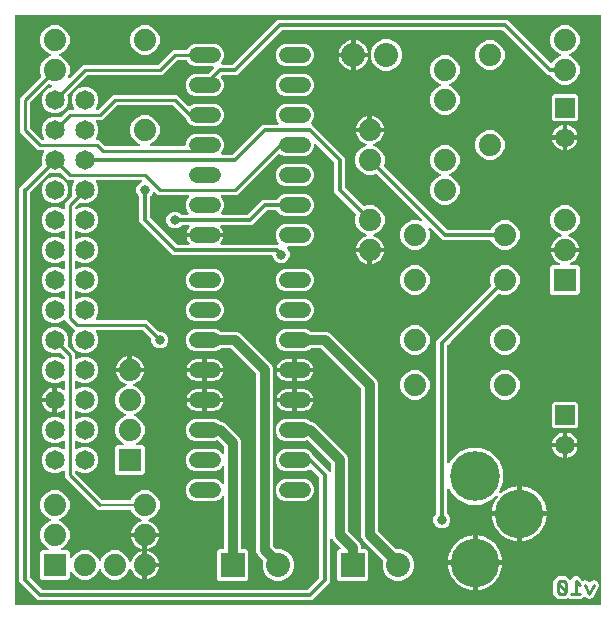
<source format=gbr>
G04 EAGLE Gerber RS-274X export*
G75*
%MOMM*%
%FSLAX34Y34*%
%LPD*%
%INBottom Copper*%
%IPPOS*%
%AMOC8*
5,1,8,0,0,1.08239X$1,22.5*%
G01*
%ADD10C,0.228600*%
%ADD11C,1.320800*%
%ADD12R,1.879600X1.879600*%
%ADD13C,1.879600*%
%ADD14C,1.651000*%
%ADD15R,1.651000X1.651000*%
%ADD16C,4.216000*%
%ADD17C,4.114800*%
%ADD18R,2.032000X2.032000*%
%ADD19C,2.032000*%
%ADD20C,0.304800*%
%ADD21C,0.254000*%
%ADD22C,0.812800*%
%ADD23C,0.203200*%
%ADD24C,0.812800*%

G36*
X499678Y4073D02*
X499678Y4073D01*
X499736Y4071D01*
X499818Y4093D01*
X499902Y4105D01*
X499955Y4128D01*
X500011Y4143D01*
X500084Y4186D01*
X500161Y4221D01*
X500206Y4259D01*
X500256Y4288D01*
X500314Y4350D01*
X500378Y4404D01*
X500410Y4453D01*
X500450Y4496D01*
X500489Y4571D01*
X500536Y4641D01*
X500553Y4697D01*
X500580Y4749D01*
X500591Y4817D01*
X500621Y4912D01*
X500624Y5012D01*
X500635Y5080D01*
X500635Y20074D01*
X500628Y20124D01*
X500630Y20174D01*
X500608Y20264D01*
X500595Y20356D01*
X500575Y20402D01*
X500563Y20450D01*
X500548Y20476D01*
X500580Y20537D01*
X500583Y20556D01*
X500592Y20577D01*
X500635Y20858D01*
X500634Y20863D01*
X500635Y20868D01*
X500635Y502820D01*
X500627Y502878D01*
X500629Y502936D01*
X500607Y503018D01*
X500595Y503102D01*
X500572Y503155D01*
X500557Y503211D01*
X500514Y503284D01*
X500479Y503361D01*
X500441Y503406D01*
X500412Y503456D01*
X500350Y503514D01*
X500296Y503578D01*
X500247Y503610D01*
X500204Y503650D01*
X500129Y503689D01*
X500059Y503736D01*
X500003Y503753D01*
X499951Y503780D01*
X499883Y503791D01*
X499788Y503821D01*
X499688Y503824D01*
X499620Y503835D01*
X5080Y503835D01*
X5022Y503827D01*
X4964Y503829D01*
X4882Y503807D01*
X4798Y503795D01*
X4745Y503772D01*
X4689Y503757D01*
X4616Y503714D01*
X4539Y503679D01*
X4494Y503641D01*
X4444Y503612D01*
X4386Y503550D01*
X4322Y503496D01*
X4290Y503447D01*
X4250Y503404D01*
X4211Y503329D01*
X4164Y503259D01*
X4147Y503203D01*
X4120Y503151D01*
X4109Y503083D01*
X4079Y502988D01*
X4076Y502888D01*
X4065Y502820D01*
X4065Y5080D01*
X4073Y5022D01*
X4071Y4964D01*
X4093Y4882D01*
X4105Y4798D01*
X4128Y4745D01*
X4143Y4689D01*
X4186Y4616D01*
X4221Y4539D01*
X4259Y4494D01*
X4288Y4444D01*
X4350Y4386D01*
X4404Y4322D01*
X4453Y4290D01*
X4496Y4250D01*
X4571Y4211D01*
X4641Y4164D01*
X4697Y4147D01*
X4749Y4120D01*
X4817Y4109D01*
X4912Y4079D01*
X5012Y4076D01*
X5080Y4065D01*
X499620Y4065D01*
X499678Y4073D01*
G37*
%LPC*%
G36*
X23506Y8127D02*
X23506Y8127D01*
X8127Y23506D01*
X8127Y357494D01*
X10816Y360183D01*
X10831Y360185D01*
X10919Y360188D01*
X10971Y360205D01*
X11026Y360213D01*
X11106Y360248D01*
X11189Y360275D01*
X11228Y360303D01*
X11285Y360329D01*
X11399Y360425D01*
X11462Y360470D01*
X27180Y376188D01*
X27181Y376189D01*
X27182Y376190D01*
X27265Y376300D01*
X27351Y376415D01*
X27351Y376416D01*
X27352Y376417D01*
X27402Y376549D01*
X27452Y376680D01*
X27452Y376682D01*
X27453Y376683D01*
X27464Y376828D01*
X27476Y376964D01*
X27475Y376965D01*
X27475Y376967D01*
X27472Y376982D01*
X27420Y377242D01*
X27406Y377270D01*
X27400Y377294D01*
X26796Y378752D01*
X26796Y383248D01*
X28517Y387403D01*
X28762Y387648D01*
X28780Y387672D01*
X28802Y387691D01*
X28865Y387785D01*
X28933Y387875D01*
X28944Y387903D01*
X28960Y387927D01*
X28994Y388035D01*
X29034Y388141D01*
X29037Y388170D01*
X29046Y388198D01*
X29049Y388311D01*
X29058Y388424D01*
X29052Y388453D01*
X29053Y388482D01*
X29024Y388592D01*
X29002Y388703D01*
X28989Y388729D01*
X28981Y388757D01*
X28923Y388855D01*
X28871Y388955D01*
X28851Y388977D01*
X28836Y389002D01*
X28753Y389079D01*
X28675Y389161D01*
X28650Y389176D01*
X28629Y389196D01*
X28528Y389248D01*
X28430Y389305D01*
X28402Y389312D01*
X28375Y389326D01*
X28298Y389339D01*
X28155Y389375D01*
X28092Y389373D01*
X28044Y389381D01*
X23611Y389381D01*
X20784Y392208D01*
X11208Y401784D01*
X8381Y404611D01*
X8381Y433589D01*
X26305Y451513D01*
X26306Y451514D01*
X26307Y451515D01*
X26396Y451633D01*
X26476Y451740D01*
X26477Y451741D01*
X26478Y451743D01*
X26528Y451876D01*
X26577Y452006D01*
X26577Y452007D01*
X26578Y452009D01*
X26590Y452153D01*
X26601Y452289D01*
X26601Y452290D01*
X26601Y452292D01*
X26597Y452308D01*
X26545Y452568D01*
X26531Y452595D01*
X26525Y452619D01*
X25653Y454724D01*
X25653Y459676D01*
X27548Y464251D01*
X31049Y467752D01*
X33971Y468962D01*
X33996Y468977D01*
X34024Y468986D01*
X34119Y469049D01*
X34216Y469107D01*
X34236Y469128D01*
X34261Y469144D01*
X34334Y469231D01*
X34411Y469313D01*
X34425Y469339D01*
X34444Y469362D01*
X34490Y469465D01*
X34541Y469566D01*
X34547Y469595D01*
X34559Y469622D01*
X34575Y469734D01*
X34596Y469845D01*
X34594Y469874D01*
X34598Y469903D01*
X34582Y470015D01*
X34572Y470128D01*
X34561Y470155D01*
X34557Y470185D01*
X34511Y470288D01*
X34470Y470393D01*
X34452Y470417D01*
X34440Y470444D01*
X34367Y470530D01*
X34298Y470620D01*
X34275Y470638D01*
X34256Y470660D01*
X34189Y470702D01*
X34071Y470790D01*
X34012Y470812D01*
X33971Y470838D01*
X31049Y472048D01*
X27548Y475549D01*
X25653Y480124D01*
X25653Y485076D01*
X27548Y489651D01*
X31049Y493152D01*
X35624Y495047D01*
X40576Y495047D01*
X45151Y493152D01*
X48652Y489651D01*
X50547Y485076D01*
X50547Y480124D01*
X48652Y475549D01*
X45151Y472048D01*
X42229Y470838D01*
X42204Y470823D01*
X42176Y470814D01*
X42081Y470751D01*
X41984Y470693D01*
X41964Y470672D01*
X41939Y470656D01*
X41867Y470569D01*
X41789Y470487D01*
X41775Y470461D01*
X41757Y470438D01*
X41711Y470335D01*
X41659Y470234D01*
X41653Y470205D01*
X41641Y470178D01*
X41625Y470066D01*
X41604Y469955D01*
X41606Y469926D01*
X41602Y469897D01*
X41618Y469785D01*
X41628Y469672D01*
X41639Y469645D01*
X41643Y469616D01*
X41689Y469512D01*
X41730Y469407D01*
X41748Y469383D01*
X41760Y469356D01*
X41833Y469270D01*
X41902Y469180D01*
X41925Y469162D01*
X41944Y469140D01*
X42011Y469098D01*
X42129Y469010D01*
X42188Y468988D01*
X42229Y468962D01*
X45151Y467752D01*
X48652Y464251D01*
X50547Y459676D01*
X50547Y454724D01*
X49410Y451980D01*
X49389Y451897D01*
X49358Y451816D01*
X49353Y451760D01*
X49339Y451705D01*
X49342Y451619D01*
X49334Y451533D01*
X49346Y451477D01*
X49347Y451420D01*
X49373Y451339D01*
X49390Y451254D01*
X49416Y451204D01*
X49434Y451150D01*
X49482Y451078D01*
X49521Y451002D01*
X49560Y450961D01*
X49592Y450913D01*
X49658Y450858D01*
X49717Y450796D01*
X49766Y450767D01*
X49810Y450731D01*
X49888Y450696D01*
X49962Y450652D01*
X50017Y450638D01*
X50069Y450615D01*
X50155Y450603D01*
X50238Y450582D01*
X50295Y450584D01*
X50351Y450576D01*
X50436Y450588D01*
X50522Y450591D01*
X50576Y450609D01*
X50632Y450617D01*
X50711Y450652D01*
X50792Y450679D01*
X50833Y450707D01*
X50892Y450734D01*
X51002Y450828D01*
X51066Y450873D01*
X61711Y461519D01*
X124791Y461519D01*
X124877Y461531D01*
X124965Y461534D01*
X125017Y461551D01*
X125072Y461559D01*
X125152Y461594D01*
X125235Y461621D01*
X125274Y461649D01*
X125331Y461675D01*
X125445Y461771D01*
X125508Y461816D01*
X137911Y474219D01*
X149158Y474219D01*
X149160Y474219D01*
X149162Y474219D01*
X149303Y474239D01*
X149440Y474259D01*
X149441Y474259D01*
X149443Y474259D01*
X149573Y474318D01*
X149699Y474375D01*
X149701Y474376D01*
X149702Y474377D01*
X149811Y474470D01*
X149916Y474558D01*
X149917Y474560D01*
X149919Y474561D01*
X149927Y474574D01*
X150074Y474795D01*
X150083Y474824D01*
X150096Y474845D01*
X150313Y475368D01*
X153028Y478083D01*
X156576Y479553D01*
X173624Y479553D01*
X177172Y478083D01*
X179887Y475368D01*
X181357Y471820D01*
X181357Y467980D01*
X179887Y464432D01*
X178961Y463506D01*
X178943Y463482D01*
X178921Y463463D01*
X178858Y463369D01*
X178790Y463279D01*
X178780Y463251D01*
X178763Y463227D01*
X178729Y463119D01*
X178689Y463013D01*
X178686Y462984D01*
X178677Y462956D01*
X178675Y462842D01*
X178665Y462730D01*
X178671Y462701D01*
X178670Y462672D01*
X178699Y462562D01*
X178721Y462451D01*
X178735Y462425D01*
X178742Y462397D01*
X178800Y462299D01*
X178852Y462199D01*
X178872Y462177D01*
X178887Y462152D01*
X178970Y462075D01*
X179048Y461993D01*
X179073Y461978D01*
X179095Y461958D01*
X179196Y461906D01*
X179293Y461849D01*
X179322Y461842D01*
X179348Y461828D01*
X179425Y461815D01*
X179569Y461779D01*
X179631Y461781D01*
X179679Y461773D01*
X188185Y461773D01*
X188272Y461785D01*
X188359Y461788D01*
X188412Y461805D01*
X188467Y461813D01*
X188547Y461848D01*
X188630Y461875D01*
X188669Y461903D01*
X188726Y461929D01*
X188840Y462025D01*
X188903Y462070D01*
X226706Y499873D01*
X420994Y499873D01*
X423970Y496897D01*
X457474Y463393D01*
X457565Y463324D01*
X457653Y463250D01*
X457679Y463239D01*
X457701Y463222D01*
X457808Y463181D01*
X457913Y463135D01*
X457941Y463131D01*
X457966Y463121D01*
X458081Y463112D01*
X458195Y463096D01*
X458222Y463100D01*
X458250Y463098D01*
X458362Y463120D01*
X458476Y463137D01*
X458501Y463148D01*
X458529Y463153D01*
X458631Y463206D01*
X458735Y463254D01*
X458756Y463272D01*
X458781Y463284D01*
X458864Y463363D01*
X458952Y463438D01*
X458965Y463459D01*
X458987Y463480D01*
X459121Y463709D01*
X459129Y463723D01*
X459348Y464251D01*
X462849Y467752D01*
X465771Y468962D01*
X465796Y468977D01*
X465824Y468986D01*
X465919Y469049D01*
X466016Y469107D01*
X466036Y469128D01*
X466061Y469144D01*
X466134Y469231D01*
X466211Y469313D01*
X466225Y469339D01*
X466244Y469362D01*
X466290Y469465D01*
X466341Y469566D01*
X466347Y469595D01*
X466359Y469622D01*
X466375Y469734D01*
X466396Y469845D01*
X466394Y469874D01*
X466398Y469903D01*
X466382Y470015D01*
X466372Y470128D01*
X466361Y470155D01*
X466357Y470185D01*
X466311Y470288D01*
X466270Y470393D01*
X466252Y470417D01*
X466240Y470444D01*
X466167Y470530D01*
X466098Y470620D01*
X466075Y470638D01*
X466056Y470660D01*
X465989Y470702D01*
X465871Y470790D01*
X465812Y470812D01*
X465771Y470838D01*
X462849Y472048D01*
X459348Y475549D01*
X457453Y480124D01*
X457453Y485076D01*
X459348Y489651D01*
X462849Y493152D01*
X467424Y495047D01*
X472376Y495047D01*
X476951Y493152D01*
X480452Y489651D01*
X482347Y485076D01*
X482347Y480124D01*
X480452Y475549D01*
X476951Y472048D01*
X474029Y470838D01*
X474004Y470823D01*
X473976Y470814D01*
X473881Y470751D01*
X473784Y470693D01*
X473764Y470672D01*
X473739Y470656D01*
X473667Y470569D01*
X473589Y470487D01*
X473575Y470461D01*
X473557Y470438D01*
X473511Y470335D01*
X473459Y470234D01*
X473453Y470205D01*
X473441Y470178D01*
X473425Y470066D01*
X473404Y469955D01*
X473406Y469926D01*
X473402Y469897D01*
X473418Y469785D01*
X473428Y469672D01*
X473439Y469645D01*
X473443Y469616D01*
X473489Y469512D01*
X473530Y469407D01*
X473548Y469383D01*
X473560Y469356D01*
X473633Y469270D01*
X473702Y469180D01*
X473725Y469162D01*
X473744Y469140D01*
X473811Y469098D01*
X473929Y469010D01*
X473988Y468988D01*
X474029Y468962D01*
X476951Y467752D01*
X480452Y464251D01*
X482347Y459676D01*
X482347Y454724D01*
X480452Y450149D01*
X476951Y446648D01*
X472376Y444753D01*
X467424Y444753D01*
X462849Y446648D01*
X459348Y450149D01*
X458581Y452001D01*
X458581Y452002D01*
X458580Y452003D01*
X458509Y452124D01*
X458437Y452245D01*
X458436Y452246D01*
X458435Y452248D01*
X458331Y452345D01*
X458230Y452441D01*
X458229Y452441D01*
X458228Y452442D01*
X458102Y452507D01*
X457978Y452571D01*
X457976Y452571D01*
X457975Y452572D01*
X457960Y452574D01*
X457699Y452626D01*
X457668Y452623D01*
X457643Y452627D01*
X455306Y452627D01*
X417503Y490430D01*
X417433Y490482D01*
X417370Y490542D01*
X417320Y490568D01*
X417276Y490601D01*
X417194Y490632D01*
X417116Y490672D01*
X417069Y490680D01*
X417010Y490702D01*
X416863Y490714D01*
X416785Y490727D01*
X230915Y490727D01*
X230828Y490715D01*
X230741Y490712D01*
X230688Y490695D01*
X230633Y490687D01*
X230553Y490652D01*
X230470Y490625D01*
X230431Y490597D01*
X230374Y490571D01*
X230260Y490475D01*
X230197Y490430D01*
X192394Y452627D01*
X180115Y452627D01*
X180028Y452615D01*
X179941Y452612D01*
X179888Y452595D01*
X179833Y452587D01*
X179753Y452552D01*
X179670Y452525D01*
X179631Y452497D01*
X179574Y452471D01*
X179460Y452375D01*
X179397Y452330D01*
X179179Y452112D01*
X179144Y452065D01*
X179101Y452025D01*
X179059Y451952D01*
X179008Y451885D01*
X178987Y451830D01*
X178958Y451780D01*
X178937Y451698D01*
X178907Y451619D01*
X178902Y451561D01*
X178887Y451504D01*
X178890Y451420D01*
X178883Y451336D01*
X178895Y451279D01*
X178896Y451220D01*
X178922Y451140D01*
X178939Y451057D01*
X178966Y451005D01*
X178984Y450950D01*
X179024Y450893D01*
X179070Y450805D01*
X179139Y450732D01*
X179179Y450676D01*
X179887Y449968D01*
X181357Y446420D01*
X181357Y442580D01*
X179887Y439032D01*
X177172Y436317D01*
X173624Y434847D01*
X156576Y434847D01*
X153028Y436317D01*
X150313Y439032D01*
X148843Y442580D01*
X148843Y446420D01*
X150313Y449968D01*
X153028Y452683D01*
X156576Y454153D01*
X167865Y454153D01*
X167952Y454165D01*
X168039Y454168D01*
X168092Y454185D01*
X168147Y454193D01*
X168227Y454228D01*
X168310Y454255D01*
X168349Y454283D01*
X168406Y454309D01*
X168519Y454405D01*
X168583Y454450D01*
X172647Y458514D01*
X172665Y458538D01*
X172687Y458557D01*
X172750Y458651D01*
X172818Y458741D01*
X172829Y458769D01*
X172845Y458793D01*
X172879Y458901D01*
X172919Y459007D01*
X172922Y459036D01*
X172931Y459064D01*
X172934Y459178D01*
X172943Y459290D01*
X172937Y459319D01*
X172938Y459348D01*
X172909Y459458D01*
X172887Y459569D01*
X172874Y459595D01*
X172866Y459623D01*
X172808Y459721D01*
X172756Y459821D01*
X172736Y459843D01*
X172721Y459868D01*
X172638Y459945D01*
X172560Y460027D01*
X172535Y460042D01*
X172514Y460062D01*
X172413Y460114D01*
X172315Y460171D01*
X172287Y460178D01*
X172260Y460192D01*
X172183Y460205D01*
X172040Y460241D01*
X171977Y460239D01*
X171929Y460247D01*
X156576Y460247D01*
X153028Y461717D01*
X150313Y464432D01*
X150096Y464955D01*
X150096Y464956D01*
X150095Y464957D01*
X150025Y465076D01*
X149952Y465199D01*
X149951Y465200D01*
X149950Y465202D01*
X149846Y465300D01*
X149745Y465395D01*
X149744Y465395D01*
X149743Y465396D01*
X149617Y465461D01*
X149493Y465525D01*
X149491Y465525D01*
X149490Y465526D01*
X149475Y465528D01*
X149214Y465580D01*
X149183Y465577D01*
X149158Y465581D01*
X141909Y465581D01*
X141823Y465569D01*
X141735Y465566D01*
X141683Y465549D01*
X141628Y465541D01*
X141548Y465506D01*
X141465Y465479D01*
X141426Y465451D01*
X141369Y465425D01*
X141255Y465329D01*
X141192Y465284D01*
X128789Y452881D01*
X65709Y452881D01*
X65623Y452869D01*
X65535Y452866D01*
X65483Y452849D01*
X65428Y452841D01*
X65348Y452806D01*
X65265Y452779D01*
X65226Y452751D01*
X65169Y452725D01*
X65055Y452629D01*
X64992Y452584D01*
X49020Y436612D01*
X49019Y436611D01*
X49018Y436610D01*
X48929Y436492D01*
X48849Y436385D01*
X48849Y436384D01*
X48848Y436382D01*
X48797Y436249D01*
X48748Y436120D01*
X48748Y436118D01*
X48747Y436117D01*
X48736Y435972D01*
X48724Y435836D01*
X48725Y435835D01*
X48725Y435833D01*
X48728Y435818D01*
X48780Y435558D01*
X48794Y435530D01*
X48800Y435506D01*
X49404Y434048D01*
X49404Y429552D01*
X47683Y425397D01*
X44503Y422217D01*
X40348Y420496D01*
X35852Y420496D01*
X31697Y422217D01*
X28517Y425397D01*
X26796Y429552D01*
X26796Y434048D01*
X28517Y438203D01*
X31697Y441383D01*
X35465Y442943D01*
X35490Y442958D01*
X35518Y442967D01*
X35612Y443030D01*
X35709Y443088D01*
X35730Y443109D01*
X35754Y443126D01*
X35827Y443212D01*
X35905Y443295D01*
X35918Y443321D01*
X35937Y443343D01*
X35983Y443447D01*
X36035Y443547D01*
X36040Y443576D01*
X36052Y443603D01*
X36068Y443715D01*
X36090Y443826D01*
X36087Y443855D01*
X36091Y443885D01*
X36075Y443997D01*
X36065Y444110D01*
X36055Y444137D01*
X36051Y444166D01*
X36004Y444269D01*
X35963Y444375D01*
X35946Y444398D01*
X35934Y444425D01*
X35860Y444511D01*
X35792Y444602D01*
X35768Y444619D01*
X35749Y444641D01*
X35683Y444683D01*
X35564Y444772D01*
X35505Y444794D01*
X35465Y444819D01*
X33519Y445625D01*
X33518Y445626D01*
X33516Y445626D01*
X33491Y445633D01*
X33471Y445643D01*
X33412Y445653D01*
X33381Y445661D01*
X33244Y445696D01*
X33242Y445696D01*
X33241Y445696D01*
X33166Y445694D01*
X33140Y445698D01*
X33127Y445698D01*
X33076Y445691D01*
X32960Y445688D01*
X32958Y445688D01*
X32957Y445687D01*
X32885Y445664D01*
X32845Y445659D01*
X32788Y445633D01*
X32689Y445601D01*
X32688Y445600D01*
X32686Y445600D01*
X32674Y445591D01*
X32632Y445563D01*
X32586Y445542D01*
X32528Y445493D01*
X32453Y445443D01*
X32433Y445420D01*
X32413Y445405D01*
X17316Y430308D01*
X17264Y430239D01*
X17204Y430175D01*
X17178Y430125D01*
X17145Y430081D01*
X17114Y430000D01*
X17074Y429922D01*
X17066Y429874D01*
X17044Y429816D01*
X17032Y429668D01*
X17019Y429591D01*
X17019Y408609D01*
X17031Y408523D01*
X17034Y408435D01*
X17051Y408383D01*
X17059Y408328D01*
X17094Y408248D01*
X17121Y408165D01*
X17149Y408126D01*
X17175Y408068D01*
X17271Y407955D01*
X17316Y407892D01*
X26892Y398316D01*
X26961Y398264D01*
X27025Y398204D01*
X27075Y398178D01*
X27119Y398145D01*
X27200Y398114D01*
X27278Y398074D01*
X27326Y398066D01*
X27384Y398044D01*
X27532Y398032D01*
X27609Y398019D01*
X28044Y398019D01*
X28073Y398023D01*
X28103Y398020D01*
X28214Y398043D01*
X28326Y398059D01*
X28353Y398071D01*
X28381Y398076D01*
X28482Y398129D01*
X28585Y398175D01*
X28608Y398194D01*
X28634Y398207D01*
X28716Y398285D01*
X28802Y398358D01*
X28819Y398383D01*
X28840Y398403D01*
X28897Y398501D01*
X28960Y398595D01*
X28969Y398623D01*
X28984Y398648D01*
X29011Y398758D01*
X29046Y398866D01*
X29046Y398895D01*
X29054Y398924D01*
X29050Y399037D01*
X29053Y399150D01*
X29046Y399179D01*
X29045Y399208D01*
X29010Y399316D01*
X28981Y399425D01*
X28966Y399451D01*
X28957Y399479D01*
X28911Y399543D01*
X28836Y399670D01*
X28790Y399713D01*
X28762Y399752D01*
X28517Y399997D01*
X26796Y404152D01*
X26796Y408648D01*
X28517Y412803D01*
X31697Y415983D01*
X35852Y417704D01*
X40348Y417704D01*
X41806Y417100D01*
X41808Y417100D01*
X41809Y417099D01*
X41943Y417065D01*
X42081Y417029D01*
X42083Y417029D01*
X42084Y417029D01*
X42225Y417033D01*
X42366Y417037D01*
X42367Y417038D01*
X42369Y417038D01*
X42501Y417081D01*
X42636Y417124D01*
X42638Y417125D01*
X42639Y417125D01*
X42651Y417134D01*
X42872Y417282D01*
X42892Y417306D01*
X42912Y417320D01*
X49011Y423419D01*
X53444Y423419D01*
X53473Y423423D01*
X53503Y423420D01*
X53614Y423443D01*
X53726Y423459D01*
X53753Y423471D01*
X53781Y423476D01*
X53882Y423529D01*
X53985Y423575D01*
X54008Y423594D01*
X54034Y423607D01*
X54116Y423685D01*
X54202Y423758D01*
X54219Y423783D01*
X54240Y423803D01*
X54297Y423901D01*
X54360Y423995D01*
X54369Y424023D01*
X54384Y424048D01*
X54411Y424158D01*
X54446Y424266D01*
X54446Y424295D01*
X54454Y424324D01*
X54450Y424437D01*
X54453Y424550D01*
X54446Y424579D01*
X54445Y424608D01*
X54410Y424716D01*
X54381Y424825D01*
X54366Y424851D01*
X54357Y424879D01*
X54311Y424943D01*
X54236Y425070D01*
X54190Y425113D01*
X54162Y425152D01*
X53917Y425397D01*
X52196Y429552D01*
X52196Y434048D01*
X53917Y438203D01*
X57097Y441383D01*
X61252Y443104D01*
X65748Y443104D01*
X69903Y441383D01*
X73083Y438203D01*
X74804Y434048D01*
X74804Y429552D01*
X73083Y425397D01*
X72838Y425152D01*
X72820Y425128D01*
X72798Y425109D01*
X72735Y425015D01*
X72667Y424925D01*
X72656Y424897D01*
X72640Y424873D01*
X72606Y424765D01*
X72566Y424659D01*
X72563Y424630D01*
X72554Y424602D01*
X72551Y424489D01*
X72542Y424376D01*
X72548Y424347D01*
X72547Y424318D01*
X72576Y424208D01*
X72598Y424097D01*
X72611Y424071D01*
X72619Y424043D01*
X72677Y423945D01*
X72729Y423845D01*
X72749Y423823D01*
X72764Y423798D01*
X72847Y423721D01*
X72925Y423639D01*
X72950Y423624D01*
X72971Y423604D01*
X73072Y423552D01*
X73170Y423495D01*
X73198Y423488D01*
X73225Y423474D01*
X73302Y423461D01*
X73445Y423425D01*
X73508Y423427D01*
X73556Y423419D01*
X73991Y423419D01*
X74077Y423431D01*
X74165Y423434D01*
X74217Y423451D01*
X74272Y423459D01*
X74352Y423494D01*
X74435Y423521D01*
X74474Y423549D01*
X74531Y423575D01*
X74645Y423671D01*
X74708Y423716D01*
X87111Y436119D01*
X141489Y436119D01*
X144316Y433292D01*
X150958Y426649D01*
X151005Y426614D01*
X151045Y426572D01*
X151118Y426529D01*
X151186Y426478D01*
X151240Y426457D01*
X151291Y426428D01*
X151372Y426407D01*
X151451Y426377D01*
X151510Y426372D01*
X151566Y426358D01*
X151651Y426361D01*
X151735Y426354D01*
X151792Y426365D01*
X151850Y426367D01*
X151931Y426393D01*
X152013Y426409D01*
X152065Y426436D01*
X152121Y426454D01*
X152177Y426494D01*
X152266Y426540D01*
X152338Y426609D01*
X152394Y426649D01*
X153028Y427283D01*
X156576Y428753D01*
X173624Y428753D01*
X177172Y427283D01*
X179887Y424568D01*
X181357Y421020D01*
X181357Y417180D01*
X179887Y413632D01*
X177172Y410917D01*
X173624Y409447D01*
X156576Y409447D01*
X153028Y410917D01*
X150313Y413632D01*
X149367Y415916D01*
X149351Y415943D01*
X149341Y415972D01*
X149296Y416036D01*
X149222Y416161D01*
X149175Y416206D01*
X149147Y416246D01*
X138208Y427184D01*
X138139Y427236D01*
X138075Y427296D01*
X138025Y427322D01*
X137981Y427355D01*
X137900Y427386D01*
X137822Y427426D01*
X137774Y427434D01*
X137716Y427456D01*
X137568Y427468D01*
X137491Y427481D01*
X91109Y427481D01*
X91023Y427469D01*
X90935Y427466D01*
X90883Y427449D01*
X90828Y427441D01*
X90748Y427406D01*
X90665Y427379D01*
X90626Y427351D01*
X90569Y427325D01*
X90455Y427229D01*
X90392Y427184D01*
X77989Y414781D01*
X73556Y414781D01*
X73527Y414777D01*
X73497Y414780D01*
X73386Y414757D01*
X73274Y414741D01*
X73247Y414729D01*
X73219Y414724D01*
X73118Y414671D01*
X73015Y414625D01*
X72992Y414606D01*
X72966Y414593D01*
X72884Y414515D01*
X72798Y414442D01*
X72781Y414417D01*
X72760Y414397D01*
X72703Y414299D01*
X72640Y414205D01*
X72631Y414177D01*
X72616Y414152D01*
X72589Y414042D01*
X72554Y413934D01*
X72554Y413905D01*
X72546Y413876D01*
X72550Y413763D01*
X72547Y413650D01*
X72554Y413621D01*
X72555Y413592D01*
X72590Y413484D01*
X72619Y413375D01*
X72634Y413349D01*
X72643Y413321D01*
X72689Y413257D01*
X72764Y413130D01*
X72810Y413087D01*
X72838Y413048D01*
X73083Y412803D01*
X74804Y408648D01*
X74804Y404152D01*
X73083Y399997D01*
X72838Y399752D01*
X72820Y399728D01*
X72798Y399709D01*
X72735Y399615D01*
X72667Y399525D01*
X72656Y399497D01*
X72640Y399473D01*
X72606Y399365D01*
X72566Y399259D01*
X72563Y399230D01*
X72554Y399202D01*
X72551Y399089D01*
X72542Y398976D01*
X72548Y398947D01*
X72547Y398918D01*
X72576Y398808D01*
X72598Y398697D01*
X72611Y398671D01*
X72619Y398643D01*
X72677Y398545D01*
X72729Y398445D01*
X72749Y398423D01*
X72764Y398398D01*
X72847Y398321D01*
X72925Y398239D01*
X72950Y398224D01*
X72971Y398204D01*
X73072Y398152D01*
X73170Y398095D01*
X73198Y398088D01*
X73225Y398074D01*
X73302Y398061D01*
X73445Y398025D01*
X73508Y398027D01*
X73556Y398019D01*
X75449Y398019D01*
X80232Y393236D01*
X80301Y393184D01*
X80365Y393124D01*
X80415Y393098D01*
X80459Y393065D01*
X80540Y393034D01*
X80618Y392994D01*
X80666Y392986D01*
X80724Y392964D01*
X80872Y392952D01*
X80949Y392939D01*
X109170Y392939D01*
X109255Y392951D01*
X109341Y392953D01*
X109395Y392971D01*
X109451Y392979D01*
X109529Y393014D01*
X109611Y393040D01*
X109659Y393072D01*
X109710Y393095D01*
X109776Y393150D01*
X109847Y393198D01*
X109884Y393242D01*
X109927Y393278D01*
X109975Y393350D01*
X110030Y393416D01*
X110054Y393468D01*
X110085Y393515D01*
X110111Y393597D01*
X110146Y393676D01*
X110154Y393732D01*
X110171Y393786D01*
X110173Y393872D01*
X110185Y393957D01*
X110177Y394013D01*
X110178Y394070D01*
X110156Y394153D01*
X110144Y394238D01*
X110121Y394290D01*
X110106Y394345D01*
X110062Y394419D01*
X110027Y394498D01*
X109990Y394541D01*
X109961Y394590D01*
X109898Y394649D01*
X109843Y394714D01*
X109801Y394740D01*
X109754Y394784D01*
X109625Y394850D01*
X109558Y394892D01*
X107249Y395848D01*
X103748Y399349D01*
X101853Y403924D01*
X101853Y408876D01*
X103748Y413451D01*
X107249Y416952D01*
X111824Y418847D01*
X116776Y418847D01*
X121351Y416952D01*
X124852Y413451D01*
X126747Y408876D01*
X126747Y403924D01*
X124852Y399349D01*
X121351Y395848D01*
X119042Y394892D01*
X118968Y394848D01*
X118890Y394813D01*
X118846Y394776D01*
X118797Y394747D01*
X118738Y394685D01*
X118673Y394629D01*
X118641Y394582D01*
X118602Y394541D01*
X118563Y394464D01*
X118515Y394393D01*
X118498Y394339D01*
X118472Y394288D01*
X118455Y394204D01*
X118429Y394122D01*
X118428Y394065D01*
X118417Y394009D01*
X118424Y393924D01*
X118422Y393838D01*
X118436Y393783D01*
X118441Y393726D01*
X118472Y393646D01*
X118494Y393563D01*
X118523Y393514D01*
X118543Y393461D01*
X118595Y393392D01*
X118639Y393318D01*
X118680Y393279D01*
X118715Y393234D01*
X118784Y393182D01*
X118846Y393124D01*
X118897Y393098D01*
X118942Y393064D01*
X119023Y393033D01*
X119099Y392994D01*
X119148Y392986D01*
X119208Y392963D01*
X119353Y392952D01*
X119430Y392939D01*
X147828Y392939D01*
X147886Y392947D01*
X147944Y392945D01*
X148026Y392967D01*
X148110Y392979D01*
X148163Y393002D01*
X148219Y393017D01*
X148292Y393060D01*
X148369Y393095D01*
X148414Y393133D01*
X148464Y393162D01*
X148522Y393224D01*
X148586Y393278D01*
X148618Y393327D01*
X148658Y393370D01*
X148697Y393445D01*
X148744Y393515D01*
X148761Y393571D01*
X148788Y393623D01*
X148799Y393691D01*
X148829Y393786D01*
X148832Y393886D01*
X148843Y393954D01*
X148843Y395620D01*
X150313Y399168D01*
X153028Y401883D01*
X156576Y403353D01*
X173624Y403353D01*
X177172Y401883D01*
X179887Y399168D01*
X181357Y395620D01*
X181357Y391780D01*
X179887Y388232D01*
X178961Y387306D01*
X178943Y387282D01*
X178921Y387263D01*
X178858Y387169D01*
X178790Y387079D01*
X178780Y387051D01*
X178763Y387027D01*
X178729Y386919D01*
X178689Y386813D01*
X178686Y386784D01*
X178677Y386756D01*
X178675Y386642D01*
X178665Y386530D01*
X178671Y386501D01*
X178670Y386472D01*
X178699Y386362D01*
X178721Y386251D01*
X178735Y386225D01*
X178742Y386197D01*
X178800Y386099D01*
X178852Y385999D01*
X178872Y385977D01*
X178887Y385952D01*
X178970Y385875D01*
X179048Y385793D01*
X179073Y385778D01*
X179095Y385758D01*
X179196Y385706D01*
X179293Y385649D01*
X179322Y385642D01*
X179348Y385628D01*
X179425Y385615D01*
X179569Y385579D01*
X179631Y385581D01*
X179679Y385573D01*
X188185Y385573D01*
X188272Y385585D01*
X188359Y385588D01*
X188412Y385605D01*
X188467Y385613D01*
X188547Y385648D01*
X188630Y385675D01*
X188669Y385703D01*
X188726Y385729D01*
X188839Y385825D01*
X188903Y385870D01*
X211030Y407997D01*
X214006Y410973D01*
X226721Y410973D01*
X226750Y410977D01*
X226780Y410974D01*
X226891Y410997D01*
X227003Y411013D01*
X227029Y411025D01*
X227058Y411030D01*
X227159Y411083D01*
X227262Y411129D01*
X227285Y411148D01*
X227311Y411161D01*
X227393Y411239D01*
X227479Y411312D01*
X227495Y411337D01*
X227517Y411357D01*
X227574Y411455D01*
X227637Y411549D01*
X227646Y411577D01*
X227660Y411602D01*
X227688Y411712D01*
X227723Y411820D01*
X227723Y411850D01*
X227730Y411878D01*
X227727Y411991D01*
X227730Y412104D01*
X227722Y412133D01*
X227721Y412162D01*
X227687Y412270D01*
X227658Y412379D01*
X227643Y412405D01*
X227634Y412433D01*
X227588Y412497D01*
X227513Y412624D01*
X227467Y412667D01*
X227439Y412706D01*
X226513Y413632D01*
X225043Y417180D01*
X225043Y421020D01*
X226513Y424568D01*
X229228Y427283D01*
X232776Y428753D01*
X249824Y428753D01*
X253372Y427283D01*
X256087Y424568D01*
X257557Y421020D01*
X257557Y417180D01*
X256087Y413632D01*
X255161Y412706D01*
X255143Y412682D01*
X255121Y412663D01*
X255058Y412569D01*
X254990Y412479D01*
X254980Y412451D01*
X254963Y412427D01*
X254929Y412319D01*
X254889Y412213D01*
X254886Y412184D01*
X254877Y412156D01*
X254875Y412042D01*
X254865Y411930D01*
X254871Y411901D01*
X254870Y411872D01*
X254899Y411762D01*
X254921Y411651D01*
X254935Y411625D01*
X254942Y411597D01*
X255000Y411499D01*
X255052Y411399D01*
X255072Y411377D01*
X255087Y411352D01*
X255170Y411275D01*
X255248Y411193D01*
X255273Y411178D01*
X255295Y411158D01*
X255396Y411106D01*
X255493Y411049D01*
X255522Y411042D01*
X255548Y411028D01*
X255625Y411015D01*
X255769Y410979D01*
X255831Y410981D01*
X255879Y410973D01*
X255894Y410973D01*
X283973Y382894D01*
X283973Y357915D01*
X283985Y357828D01*
X283988Y357741D01*
X284005Y357688D01*
X284013Y357633D01*
X284048Y357553D01*
X284075Y357470D01*
X284103Y357431D01*
X284129Y357374D01*
X284225Y357260D01*
X284270Y357197D01*
X299367Y342100D01*
X299368Y342099D01*
X299369Y342098D01*
X299484Y342012D01*
X299594Y341929D01*
X299595Y341929D01*
X299597Y341928D01*
X299730Y341877D01*
X299860Y341828D01*
X299861Y341828D01*
X299863Y341827D01*
X300007Y341816D01*
X300143Y341804D01*
X300144Y341805D01*
X300146Y341805D01*
X300162Y341808D01*
X300422Y341860D01*
X300449Y341874D01*
X300473Y341880D01*
X302324Y342647D01*
X307276Y342647D01*
X311851Y340752D01*
X315352Y337251D01*
X317247Y332676D01*
X317247Y327724D01*
X315352Y323149D01*
X311851Y319648D01*
X308189Y318131D01*
X308129Y318096D01*
X308065Y318070D01*
X308007Y318024D01*
X307944Y317987D01*
X307896Y317937D01*
X307842Y317894D01*
X307799Y317834D01*
X307749Y317780D01*
X307717Y317719D01*
X307677Y317662D01*
X307652Y317593D01*
X307618Y317527D01*
X307605Y317460D01*
X307582Y317394D01*
X307578Y317321D01*
X307563Y317248D01*
X307569Y317180D01*
X307565Y317111D01*
X307581Y317039D01*
X307588Y316965D01*
X307613Y316901D01*
X307628Y316833D01*
X307663Y316769D01*
X307690Y316700D01*
X307732Y316645D01*
X307765Y316584D01*
X307817Y316532D01*
X307861Y316473D01*
X307917Y316432D01*
X307966Y316383D01*
X308021Y316354D01*
X308089Y316303D01*
X308197Y316262D01*
X308263Y316228D01*
X309383Y315864D01*
X311057Y315011D01*
X312578Y313906D01*
X313906Y312578D01*
X315011Y311057D01*
X315864Y309383D01*
X316445Y307596D01*
X316566Y306831D01*
X305816Y306831D01*
X305758Y306823D01*
X305700Y306825D01*
X305618Y306803D01*
X305535Y306791D01*
X305481Y306767D01*
X305425Y306753D01*
X305352Y306710D01*
X305275Y306675D01*
X305231Y306637D01*
X305180Y306607D01*
X305123Y306546D01*
X305058Y306491D01*
X305026Y306443D01*
X304986Y306400D01*
X304947Y306325D01*
X304901Y306255D01*
X304883Y306199D01*
X304856Y306147D01*
X304845Y306079D01*
X304815Y305984D01*
X304812Y305884D01*
X304801Y305816D01*
X304801Y304799D01*
X304799Y304799D01*
X304799Y305816D01*
X304791Y305874D01*
X304792Y305932D01*
X304771Y306014D01*
X304759Y306097D01*
X304735Y306151D01*
X304721Y306207D01*
X304678Y306280D01*
X304643Y306357D01*
X304605Y306402D01*
X304575Y306452D01*
X304514Y306510D01*
X304459Y306574D01*
X304411Y306606D01*
X304368Y306646D01*
X304293Y306685D01*
X304223Y306731D01*
X304167Y306749D01*
X304115Y306776D01*
X304047Y306787D01*
X303952Y306817D01*
X303852Y306820D01*
X303784Y306831D01*
X293034Y306831D01*
X293155Y307596D01*
X293736Y309383D01*
X294589Y311057D01*
X295694Y312578D01*
X297022Y313906D01*
X298543Y315011D01*
X300217Y315864D01*
X301337Y316228D01*
X301399Y316258D01*
X301465Y316279D01*
X301526Y316320D01*
X301592Y316353D01*
X301643Y316399D01*
X301701Y316438D01*
X301748Y316494D01*
X301803Y316543D01*
X301839Y316602D01*
X301884Y316655D01*
X301914Y316722D01*
X301952Y316785D01*
X301971Y316852D01*
X301999Y316915D01*
X302009Y316988D01*
X302029Y317059D01*
X302029Y317128D01*
X302038Y317196D01*
X302028Y317269D01*
X302027Y317343D01*
X302007Y317410D01*
X301997Y317478D01*
X301967Y317545D01*
X301946Y317616D01*
X301909Y317674D01*
X301880Y317737D01*
X301833Y317793D01*
X301793Y317855D01*
X301741Y317901D01*
X301696Y317953D01*
X301643Y317986D01*
X301579Y318043D01*
X301475Y318092D01*
X301411Y318131D01*
X297749Y319648D01*
X294248Y323149D01*
X292353Y327724D01*
X292353Y332676D01*
X293120Y334527D01*
X293120Y334528D01*
X293121Y334530D01*
X293153Y334657D01*
X293191Y334802D01*
X293191Y334804D01*
X293191Y334805D01*
X293187Y334946D01*
X293183Y335086D01*
X293182Y335088D01*
X293182Y335089D01*
X293140Y335221D01*
X293096Y335357D01*
X293095Y335358D01*
X293095Y335360D01*
X293086Y335372D01*
X292938Y335593D01*
X292914Y335613D01*
X292900Y335633D01*
X274827Y353706D01*
X274827Y378685D01*
X274815Y378772D01*
X274814Y378807D01*
X274814Y378808D01*
X274814Y378809D01*
X274812Y378859D01*
X274795Y378912D01*
X274787Y378967D01*
X274752Y379046D01*
X274742Y379083D01*
X274737Y379092D01*
X274725Y379130D01*
X274697Y379169D01*
X274671Y379226D01*
X274624Y379282D01*
X274597Y379328D01*
X274557Y379365D01*
X274530Y379403D01*
X261830Y392103D01*
X259290Y394643D01*
X259266Y394661D01*
X259247Y394683D01*
X259198Y394716D01*
X259161Y394751D01*
X259116Y394774D01*
X259063Y394814D01*
X259035Y394825D01*
X259011Y394841D01*
X258943Y394862D01*
X258908Y394880D01*
X258874Y394886D01*
X258797Y394915D01*
X258768Y394918D01*
X258740Y394927D01*
X258626Y394930D01*
X258603Y394932D01*
X258577Y394936D01*
X258572Y394936D01*
X258564Y394935D01*
X258514Y394939D01*
X258485Y394933D01*
X258456Y394934D01*
X258346Y394905D01*
X258323Y394901D01*
X258290Y394896D01*
X258283Y394893D01*
X258235Y394883D01*
X258209Y394870D01*
X258181Y394862D01*
X258083Y394804D01*
X258068Y394797D01*
X258031Y394780D01*
X258023Y394773D01*
X257983Y394752D01*
X257961Y394732D01*
X257936Y394717D01*
X257859Y394634D01*
X257855Y394631D01*
X257814Y394596D01*
X257806Y394585D01*
X257777Y394556D01*
X257762Y394531D01*
X257742Y394510D01*
X257693Y394414D01*
X257656Y394360D01*
X257651Y394342D01*
X257633Y394311D01*
X257626Y394283D01*
X257612Y394256D01*
X257599Y394179D01*
X257599Y394178D01*
X257571Y394089D01*
X257570Y394064D01*
X257563Y394036D01*
X257565Y393973D01*
X257557Y393925D01*
X257557Y391780D01*
X256087Y388232D01*
X253372Y385517D01*
X249824Y384047D01*
X232776Y384047D01*
X229228Y385517D01*
X228594Y386151D01*
X228547Y386186D01*
X228507Y386228D01*
X228434Y386271D01*
X228367Y386322D01*
X228312Y386343D01*
X228262Y386372D01*
X228180Y386393D01*
X228101Y386423D01*
X228043Y386428D01*
X227986Y386442D01*
X227902Y386439D01*
X227818Y386446D01*
X227761Y386435D01*
X227702Y386433D01*
X227622Y386407D01*
X227539Y386391D01*
X227487Y386364D01*
X227432Y386346D01*
X227376Y386306D01*
X227287Y386260D01*
X227215Y386191D01*
X227158Y386151D01*
X220516Y379508D01*
X192289Y351281D01*
X179425Y351281D01*
X179396Y351277D01*
X179366Y351280D01*
X179255Y351257D01*
X179143Y351241D01*
X179117Y351229D01*
X179088Y351224D01*
X178987Y351171D01*
X178884Y351125D01*
X178861Y351106D01*
X178835Y351093D01*
X178753Y351015D01*
X178667Y350942D01*
X178651Y350917D01*
X178629Y350897D01*
X178572Y350799D01*
X178509Y350705D01*
X178500Y350677D01*
X178486Y350652D01*
X178458Y350542D01*
X178423Y350434D01*
X178423Y350404D01*
X178416Y350376D01*
X178419Y350263D01*
X178416Y350150D01*
X178424Y350121D01*
X178425Y350092D01*
X178459Y349984D01*
X178488Y349875D01*
X178503Y349849D01*
X178512Y349821D01*
X178558Y349757D01*
X178633Y349630D01*
X178634Y349629D01*
X178679Y349587D01*
X178707Y349548D01*
X179887Y348368D01*
X181357Y344820D01*
X181357Y340980D01*
X179887Y337432D01*
X178961Y336506D01*
X178943Y336482D01*
X178921Y336463D01*
X178858Y336369D01*
X178790Y336279D01*
X178780Y336251D01*
X178763Y336227D01*
X178729Y336119D01*
X178689Y336013D01*
X178686Y335984D01*
X178677Y335956D01*
X178675Y335842D01*
X178665Y335730D01*
X178671Y335701D01*
X178670Y335672D01*
X178699Y335562D01*
X178721Y335451D01*
X178735Y335425D01*
X178742Y335397D01*
X178800Y335299D01*
X178852Y335199D01*
X178872Y335177D01*
X178887Y335152D01*
X178970Y335075D01*
X179048Y334993D01*
X179073Y334978D01*
X179095Y334958D01*
X179196Y334906D01*
X179293Y334849D01*
X179322Y334842D01*
X179348Y334828D01*
X179425Y334815D01*
X179569Y334779D01*
X179631Y334781D01*
X179679Y334773D01*
X200885Y334773D01*
X200972Y334785D01*
X201059Y334788D01*
X201112Y334805D01*
X201167Y334813D01*
X201247Y334848D01*
X201330Y334875D01*
X201369Y334903D01*
X201426Y334929D01*
X201540Y335025D01*
X201603Y335070D01*
X214006Y347473D01*
X225464Y347473D01*
X225465Y347473D01*
X225467Y347473D01*
X225607Y347493D01*
X225745Y347513D01*
X225747Y347513D01*
X225748Y347513D01*
X225874Y347570D01*
X226005Y347629D01*
X226006Y347630D01*
X226007Y347631D01*
X226114Y347722D01*
X226222Y347812D01*
X226222Y347814D01*
X226224Y347815D01*
X226232Y347828D01*
X226379Y348049D01*
X226388Y348078D01*
X226402Y348099D01*
X226513Y348368D01*
X229228Y351083D01*
X232776Y352553D01*
X249824Y352553D01*
X253372Y351083D01*
X256087Y348368D01*
X257557Y344820D01*
X257557Y340980D01*
X256087Y337432D01*
X253372Y334717D01*
X249824Y333247D01*
X232776Y333247D01*
X229228Y334717D01*
X226513Y337432D01*
X226402Y337701D01*
X226401Y337702D01*
X226400Y337703D01*
X226329Y337824D01*
X226257Y337945D01*
X226256Y337946D01*
X226255Y337948D01*
X226151Y338045D01*
X226050Y338141D01*
X226049Y338141D01*
X226048Y338142D01*
X225922Y338207D01*
X225798Y338271D01*
X225796Y338271D01*
X225795Y338272D01*
X225780Y338274D01*
X225519Y338326D01*
X225488Y338323D01*
X225464Y338327D01*
X218215Y338327D01*
X218128Y338315D01*
X218041Y338312D01*
X217988Y338295D01*
X217933Y338287D01*
X217853Y338252D01*
X217770Y338225D01*
X217731Y338197D01*
X217674Y338171D01*
X217560Y338075D01*
X217497Y338030D01*
X205094Y325627D01*
X178960Y325627D01*
X178931Y325623D01*
X178902Y325626D01*
X178791Y325603D01*
X178679Y325587D01*
X178652Y325575D01*
X178623Y325570D01*
X178523Y325517D01*
X178419Y325471D01*
X178397Y325452D01*
X178371Y325439D01*
X178289Y325361D01*
X178202Y325288D01*
X178186Y325263D01*
X178165Y325243D01*
X178108Y325145D01*
X178045Y325051D01*
X178036Y325023D01*
X178021Y324998D01*
X177993Y324888D01*
X177959Y324780D01*
X177958Y324750D01*
X177951Y324722D01*
X177955Y324609D01*
X177952Y324496D01*
X177959Y324467D01*
X177960Y324438D01*
X177995Y324330D01*
X178024Y324221D01*
X178039Y324195D01*
X178048Y324167D01*
X178093Y324103D01*
X178169Y323976D01*
X178214Y323933D01*
X178242Y323894D01*
X178807Y323329D01*
X179808Y321832D01*
X180497Y320167D01*
X180624Y319531D01*
X166116Y319531D01*
X166058Y319523D01*
X166000Y319525D01*
X165918Y319503D01*
X165835Y319491D01*
X165781Y319467D01*
X165725Y319453D01*
X165652Y319410D01*
X165575Y319375D01*
X165531Y319337D01*
X165480Y319307D01*
X165423Y319246D01*
X165358Y319191D01*
X165326Y319143D01*
X165286Y319100D01*
X165247Y319025D01*
X165201Y318955D01*
X165183Y318899D01*
X165156Y318847D01*
X165145Y318779D01*
X165115Y318684D01*
X165112Y318584D01*
X165101Y318516D01*
X165101Y316484D01*
X165109Y316426D01*
X165108Y316368D01*
X165129Y316286D01*
X165141Y316203D01*
X165165Y316149D01*
X165179Y316093D01*
X165222Y316020D01*
X165257Y315943D01*
X165295Y315898D01*
X165325Y315848D01*
X165386Y315790D01*
X165441Y315726D01*
X165489Y315694D01*
X165532Y315654D01*
X165607Y315615D01*
X165677Y315569D01*
X165733Y315551D01*
X165785Y315524D01*
X165853Y315513D01*
X165948Y315483D01*
X166048Y315480D01*
X166116Y315469D01*
X180624Y315469D01*
X180497Y314833D01*
X179808Y313168D01*
X178807Y311671D01*
X178242Y311106D01*
X178225Y311082D01*
X178202Y311063D01*
X178140Y310969D01*
X178072Y310879D01*
X178061Y310851D01*
X178045Y310827D01*
X178011Y310719D01*
X177970Y310613D01*
X177968Y310584D01*
X177959Y310556D01*
X177956Y310442D01*
X177947Y310330D01*
X177953Y310301D01*
X177952Y310272D01*
X177980Y310162D01*
X178003Y310051D01*
X178016Y310025D01*
X178024Y309997D01*
X178081Y309899D01*
X178134Y309799D01*
X178154Y309777D01*
X178169Y309752D01*
X178251Y309675D01*
X178329Y309593D01*
X178355Y309578D01*
X178376Y309558D01*
X178477Y309506D01*
X178575Y309449D01*
X178603Y309442D01*
X178629Y309428D01*
X178707Y309415D01*
X178850Y309379D01*
X178913Y309381D01*
X178960Y309373D01*
X226721Y309373D01*
X226750Y309377D01*
X226780Y309374D01*
X226891Y309397D01*
X227003Y309413D01*
X227029Y309425D01*
X227058Y309430D01*
X227159Y309483D01*
X227262Y309529D01*
X227285Y309548D01*
X227311Y309561D01*
X227393Y309639D01*
X227479Y309712D01*
X227495Y309737D01*
X227517Y309757D01*
X227574Y309855D01*
X227637Y309949D01*
X227646Y309977D01*
X227660Y310002D01*
X227688Y310112D01*
X227723Y310220D01*
X227723Y310250D01*
X227730Y310278D01*
X227727Y310391D01*
X227730Y310504D01*
X227722Y310533D01*
X227721Y310562D01*
X227687Y310670D01*
X227658Y310779D01*
X227643Y310805D01*
X227634Y310833D01*
X227588Y310897D01*
X227513Y311024D01*
X227467Y311067D01*
X227439Y311106D01*
X226513Y312032D01*
X225043Y315580D01*
X225043Y319420D01*
X226513Y322968D01*
X229228Y325683D01*
X232776Y327153D01*
X249824Y327153D01*
X253372Y325683D01*
X256087Y322968D01*
X257557Y319420D01*
X257557Y315580D01*
X256087Y312032D01*
X253372Y309317D01*
X249824Y307847D01*
X235523Y307847D01*
X235494Y307843D01*
X235464Y307846D01*
X235353Y307823D01*
X235241Y307807D01*
X235214Y307795D01*
X235186Y307790D01*
X235085Y307737D01*
X234982Y307691D01*
X234959Y307672D01*
X234933Y307659D01*
X234851Y307581D01*
X234765Y307508D01*
X234749Y307483D01*
X234727Y307463D01*
X234670Y307365D01*
X234607Y307271D01*
X234598Y307243D01*
X234584Y307218D01*
X234556Y307108D01*
X234521Y307000D01*
X234521Y306970D01*
X234513Y306942D01*
X234517Y306829D01*
X234514Y306716D01*
X234522Y306687D01*
X234522Y306658D01*
X234557Y306550D01*
X234586Y306441D01*
X234601Y306415D01*
X234610Y306387D01*
X234656Y306323D01*
X234731Y306196D01*
X234777Y306153D01*
X234805Y306114D01*
X235900Y305019D01*
X236983Y302405D01*
X236983Y299575D01*
X235900Y296961D01*
X233899Y294960D01*
X231285Y293877D01*
X228455Y293877D01*
X225841Y294960D01*
X223840Y296961D01*
X222747Y299601D01*
X222746Y299602D01*
X222746Y299603D01*
X222675Y299722D01*
X222602Y299845D01*
X222601Y299846D01*
X222600Y299848D01*
X222501Y299941D01*
X222396Y300041D01*
X222394Y300041D01*
X222393Y300042D01*
X222271Y300105D01*
X222143Y300171D01*
X222141Y300171D01*
X222140Y300172D01*
X222125Y300174D01*
X221864Y300226D01*
X221833Y300223D01*
X221809Y300227D01*
X137806Y300227D01*
X109727Y328306D01*
X109727Y349693D01*
X109715Y349780D01*
X109712Y349867D01*
X109695Y349920D01*
X109687Y349975D01*
X109652Y350055D01*
X109625Y350138D01*
X109597Y350177D01*
X109571Y350234D01*
X109475Y350347D01*
X109430Y350411D01*
X108270Y351571D01*
X107187Y354185D01*
X107187Y357015D01*
X108270Y359629D01*
X110271Y361630D01*
X111232Y362028D01*
X111306Y362072D01*
X111385Y362107D01*
X111428Y362144D01*
X111477Y362173D01*
X111536Y362235D01*
X111602Y362291D01*
X111633Y362338D01*
X111672Y362379D01*
X111712Y362456D01*
X111759Y362527D01*
X111776Y362581D01*
X111802Y362632D01*
X111819Y362716D01*
X111845Y362798D01*
X111846Y362855D01*
X111857Y362911D01*
X111850Y362996D01*
X111852Y363082D01*
X111838Y363137D01*
X111833Y363194D01*
X111802Y363275D01*
X111780Y363357D01*
X111751Y363406D01*
X111731Y363459D01*
X111679Y363528D01*
X111635Y363602D01*
X111594Y363641D01*
X111559Y363686D01*
X111491Y363738D01*
X111428Y363796D01*
X111377Y363822D01*
X111332Y363856D01*
X111251Y363887D01*
X111175Y363926D01*
X111126Y363934D01*
X111066Y363957D01*
X110921Y363968D01*
X110844Y363981D01*
X73556Y363981D01*
X73527Y363977D01*
X73497Y363980D01*
X73386Y363957D01*
X73274Y363941D01*
X73247Y363929D01*
X73219Y363924D01*
X73118Y363871D01*
X73015Y363825D01*
X72992Y363806D01*
X72966Y363793D01*
X72884Y363715D01*
X72798Y363642D01*
X72781Y363617D01*
X72760Y363597D01*
X72703Y363499D01*
X72640Y363405D01*
X72631Y363377D01*
X72616Y363352D01*
X72589Y363242D01*
X72554Y363134D01*
X72554Y363105D01*
X72546Y363076D01*
X72550Y362963D01*
X72547Y362850D01*
X72554Y362821D01*
X72555Y362792D01*
X72590Y362684D01*
X72619Y362575D01*
X72634Y362549D01*
X72643Y362521D01*
X72689Y362457D01*
X72764Y362330D01*
X72810Y362287D01*
X72838Y362248D01*
X73083Y362003D01*
X74804Y357848D01*
X74804Y353352D01*
X73083Y349197D01*
X69903Y346017D01*
X65748Y344296D01*
X61252Y344296D01*
X59794Y344900D01*
X59792Y344900D01*
X59791Y344901D01*
X59657Y344935D01*
X59519Y344971D01*
X59517Y344971D01*
X59516Y344971D01*
X59375Y344967D01*
X59234Y344963D01*
X59233Y344962D01*
X59231Y344962D01*
X59099Y344919D01*
X58964Y344876D01*
X58962Y344875D01*
X58961Y344875D01*
X58949Y344866D01*
X58728Y344718D01*
X58708Y344694D01*
X58688Y344680D01*
X55416Y341408D01*
X55364Y341339D01*
X55304Y341275D01*
X55278Y341225D01*
X55245Y341181D01*
X55214Y341100D01*
X55174Y341022D01*
X55166Y340974D01*
X55144Y340916D01*
X55132Y340768D01*
X55119Y340691D01*
X55119Y340256D01*
X55123Y340227D01*
X55120Y340197D01*
X55143Y340086D01*
X55159Y339974D01*
X55171Y339947D01*
X55176Y339919D01*
X55229Y339818D01*
X55275Y339715D01*
X55294Y339692D01*
X55307Y339666D01*
X55385Y339584D01*
X55458Y339498D01*
X55483Y339481D01*
X55503Y339460D01*
X55601Y339403D01*
X55695Y339340D01*
X55723Y339331D01*
X55748Y339316D01*
X55858Y339289D01*
X55966Y339254D01*
X55995Y339254D01*
X56024Y339246D01*
X56137Y339250D01*
X56250Y339247D01*
X56279Y339254D01*
X56308Y339255D01*
X56416Y339290D01*
X56525Y339319D01*
X56551Y339334D01*
X56579Y339343D01*
X56643Y339389D01*
X56770Y339464D01*
X56813Y339510D01*
X56852Y339538D01*
X57097Y339783D01*
X61252Y341504D01*
X65748Y341504D01*
X69903Y339783D01*
X73083Y336603D01*
X74804Y332448D01*
X74804Y327952D01*
X73083Y323797D01*
X69903Y320617D01*
X65748Y318896D01*
X61252Y318896D01*
X57097Y320617D01*
X56852Y320862D01*
X56828Y320880D01*
X56809Y320902D01*
X56715Y320965D01*
X56625Y321033D01*
X56597Y321044D01*
X56573Y321060D01*
X56465Y321094D01*
X56359Y321134D01*
X56330Y321137D01*
X56302Y321146D01*
X56189Y321149D01*
X56076Y321158D01*
X56047Y321152D01*
X56018Y321153D01*
X55908Y321124D01*
X55797Y321102D01*
X55771Y321089D01*
X55743Y321081D01*
X55645Y321023D01*
X55545Y320971D01*
X55523Y320951D01*
X55498Y320936D01*
X55421Y320853D01*
X55339Y320775D01*
X55324Y320750D01*
X55304Y320729D01*
X55252Y320628D01*
X55195Y320530D01*
X55188Y320502D01*
X55174Y320475D01*
X55161Y320398D01*
X55125Y320255D01*
X55127Y320192D01*
X55119Y320144D01*
X55119Y314856D01*
X55123Y314827D01*
X55120Y314797D01*
X55143Y314686D01*
X55159Y314574D01*
X55171Y314547D01*
X55176Y314519D01*
X55229Y314418D01*
X55275Y314315D01*
X55294Y314292D01*
X55307Y314266D01*
X55385Y314184D01*
X55458Y314098D01*
X55483Y314081D01*
X55503Y314060D01*
X55601Y314003D01*
X55695Y313940D01*
X55723Y313931D01*
X55748Y313916D01*
X55858Y313889D01*
X55966Y313854D01*
X55995Y313854D01*
X56024Y313846D01*
X56137Y313850D01*
X56250Y313847D01*
X56279Y313854D01*
X56308Y313855D01*
X56416Y313890D01*
X56525Y313919D01*
X56551Y313934D01*
X56579Y313943D01*
X56643Y313989D01*
X56770Y314064D01*
X56813Y314110D01*
X56852Y314138D01*
X57097Y314383D01*
X61252Y316104D01*
X65748Y316104D01*
X69903Y314383D01*
X73083Y311203D01*
X74804Y307048D01*
X74804Y302552D01*
X73083Y298397D01*
X69903Y295217D01*
X65748Y293496D01*
X61252Y293496D01*
X57097Y295217D01*
X56852Y295462D01*
X56828Y295480D01*
X56809Y295502D01*
X56715Y295565D01*
X56625Y295633D01*
X56597Y295644D01*
X56573Y295660D01*
X56465Y295694D01*
X56359Y295734D01*
X56330Y295737D01*
X56302Y295746D01*
X56189Y295749D01*
X56076Y295758D01*
X56047Y295752D01*
X56018Y295753D01*
X55908Y295724D01*
X55797Y295702D01*
X55771Y295689D01*
X55743Y295681D01*
X55645Y295623D01*
X55545Y295571D01*
X55523Y295551D01*
X55498Y295536D01*
X55421Y295453D01*
X55339Y295375D01*
X55324Y295350D01*
X55304Y295329D01*
X55252Y295228D01*
X55195Y295130D01*
X55188Y295102D01*
X55174Y295075D01*
X55161Y294998D01*
X55125Y294855D01*
X55127Y294792D01*
X55119Y294744D01*
X55119Y289456D01*
X55123Y289427D01*
X55120Y289397D01*
X55143Y289286D01*
X55159Y289174D01*
X55171Y289147D01*
X55176Y289119D01*
X55229Y289018D01*
X55275Y288915D01*
X55294Y288892D01*
X55307Y288866D01*
X55385Y288784D01*
X55458Y288698D01*
X55483Y288681D01*
X55503Y288660D01*
X55601Y288603D01*
X55695Y288540D01*
X55723Y288531D01*
X55748Y288516D01*
X55858Y288489D01*
X55966Y288454D01*
X55995Y288454D01*
X56024Y288446D01*
X56137Y288450D01*
X56250Y288447D01*
X56279Y288454D01*
X56308Y288455D01*
X56416Y288490D01*
X56525Y288519D01*
X56551Y288534D01*
X56579Y288543D01*
X56643Y288589D01*
X56770Y288664D01*
X56813Y288710D01*
X56852Y288738D01*
X57097Y288983D01*
X61252Y290704D01*
X65748Y290704D01*
X69903Y288983D01*
X73083Y285803D01*
X74804Y281648D01*
X74804Y277152D01*
X73083Y272997D01*
X69903Y269817D01*
X65748Y268096D01*
X61252Y268096D01*
X57097Y269817D01*
X56852Y270062D01*
X56828Y270080D01*
X56809Y270102D01*
X56715Y270165D01*
X56625Y270233D01*
X56597Y270244D01*
X56573Y270260D01*
X56465Y270294D01*
X56359Y270334D01*
X56330Y270337D01*
X56302Y270346D01*
X56189Y270349D01*
X56076Y270358D01*
X56047Y270352D01*
X56018Y270353D01*
X55908Y270324D01*
X55797Y270302D01*
X55771Y270289D01*
X55743Y270281D01*
X55645Y270223D01*
X55545Y270171D01*
X55523Y270151D01*
X55498Y270136D01*
X55421Y270053D01*
X55339Y269975D01*
X55324Y269950D01*
X55304Y269929D01*
X55252Y269828D01*
X55195Y269730D01*
X55188Y269702D01*
X55174Y269675D01*
X55161Y269598D01*
X55125Y269455D01*
X55127Y269392D01*
X55119Y269344D01*
X55119Y264056D01*
X55123Y264027D01*
X55120Y263997D01*
X55143Y263886D01*
X55159Y263774D01*
X55171Y263747D01*
X55176Y263719D01*
X55229Y263618D01*
X55275Y263515D01*
X55294Y263492D01*
X55307Y263466D01*
X55385Y263384D01*
X55458Y263298D01*
X55483Y263281D01*
X55503Y263260D01*
X55601Y263203D01*
X55695Y263140D01*
X55723Y263131D01*
X55748Y263116D01*
X55858Y263089D01*
X55966Y263054D01*
X55995Y263054D01*
X56024Y263046D01*
X56137Y263050D01*
X56250Y263047D01*
X56279Y263054D01*
X56308Y263055D01*
X56416Y263090D01*
X56525Y263119D01*
X56551Y263134D01*
X56579Y263143D01*
X56643Y263189D01*
X56770Y263264D01*
X56813Y263310D01*
X56852Y263338D01*
X57097Y263583D01*
X61252Y265304D01*
X65748Y265304D01*
X69903Y263583D01*
X73083Y260403D01*
X74804Y256248D01*
X74804Y251752D01*
X73083Y247597D01*
X72838Y247352D01*
X72820Y247328D01*
X72798Y247309D01*
X72735Y247215D01*
X72667Y247125D01*
X72656Y247097D01*
X72640Y247073D01*
X72606Y246965D01*
X72566Y246859D01*
X72563Y246830D01*
X72554Y246802D01*
X72551Y246689D01*
X72542Y246576D01*
X72548Y246547D01*
X72547Y246518D01*
X72576Y246408D01*
X72598Y246297D01*
X72611Y246271D01*
X72619Y246243D01*
X72677Y246145D01*
X72729Y246045D01*
X72749Y246023D01*
X72764Y245998D01*
X72847Y245921D01*
X72925Y245839D01*
X72950Y245824D01*
X72971Y245804D01*
X73072Y245752D01*
X73170Y245695D01*
X73198Y245688D01*
X73225Y245674D01*
X73302Y245661D01*
X73445Y245625D01*
X73508Y245627D01*
X73556Y245619D01*
X116089Y245619D01*
X125698Y236010D01*
X125767Y235958D01*
X125831Y235898D01*
X125881Y235872D01*
X125925Y235839D01*
X126006Y235808D01*
X126084Y235768D01*
X126132Y235760D01*
X126190Y235738D01*
X126338Y235726D01*
X126415Y235713D01*
X128415Y235713D01*
X131029Y234630D01*
X133030Y232629D01*
X134113Y230015D01*
X134113Y227185D01*
X133030Y224571D01*
X131029Y222570D01*
X128415Y221487D01*
X125585Y221487D01*
X122971Y222570D01*
X120970Y224571D01*
X119887Y227185D01*
X119887Y229185D01*
X119875Y229271D01*
X119872Y229359D01*
X119855Y229411D01*
X119847Y229466D01*
X119812Y229546D01*
X119785Y229629D01*
X119757Y229668D01*
X119731Y229725D01*
X119635Y229839D01*
X119590Y229902D01*
X112808Y236684D01*
X112739Y236736D01*
X112675Y236796D01*
X112625Y236822D01*
X112581Y236855D01*
X112500Y236886D01*
X112422Y236926D01*
X112374Y236934D01*
X112316Y236956D01*
X112168Y236968D01*
X112091Y236981D01*
X73556Y236981D01*
X73527Y236977D01*
X73497Y236980D01*
X73386Y236957D01*
X73274Y236941D01*
X73247Y236929D01*
X73219Y236924D01*
X73118Y236871D01*
X73015Y236825D01*
X72992Y236806D01*
X72966Y236793D01*
X72884Y236715D01*
X72798Y236642D01*
X72781Y236617D01*
X72760Y236597D01*
X72703Y236499D01*
X72640Y236405D01*
X72631Y236377D01*
X72616Y236352D01*
X72589Y236242D01*
X72554Y236134D01*
X72554Y236105D01*
X72546Y236076D01*
X72550Y235963D01*
X72547Y235850D01*
X72554Y235821D01*
X72555Y235792D01*
X72590Y235684D01*
X72619Y235575D01*
X72634Y235549D01*
X72643Y235521D01*
X72689Y235457D01*
X72764Y235330D01*
X72810Y235287D01*
X72838Y235248D01*
X73083Y235003D01*
X74804Y230848D01*
X74804Y226352D01*
X73083Y222197D01*
X69903Y219017D01*
X65748Y217296D01*
X61252Y217296D01*
X57097Y219017D01*
X53917Y222197D01*
X52196Y226352D01*
X52196Y230848D01*
X53917Y235003D01*
X54910Y235996D01*
X54946Y236043D01*
X54988Y236083D01*
X55031Y236156D01*
X55081Y236223D01*
X55102Y236278D01*
X55132Y236329D01*
X55152Y236410D01*
X55182Y236489D01*
X55187Y236547D01*
X55202Y236604D01*
X55199Y236688D01*
X55206Y236772D01*
X55195Y236830D01*
X55193Y236888D01*
X55167Y236968D01*
X55150Y237051D01*
X55123Y237103D01*
X55105Y237159D01*
X55065Y237215D01*
X55019Y237303D01*
X54950Y237376D01*
X54910Y237432D01*
X49308Y243034D01*
X46932Y245410D01*
X46885Y245446D01*
X46845Y245488D01*
X46817Y245504D01*
X46812Y245509D01*
X46786Y245523D01*
X46772Y245531D01*
X46705Y245581D01*
X46650Y245602D01*
X46600Y245632D01*
X46518Y245652D01*
X46439Y245682D01*
X46381Y245687D01*
X46324Y245702D01*
X46240Y245699D01*
X46156Y245706D01*
X46099Y245695D01*
X46040Y245693D01*
X45960Y245667D01*
X45877Y245650D01*
X45825Y245623D01*
X45770Y245605D01*
X45713Y245565D01*
X45672Y245543D01*
X45660Y245538D01*
X45657Y245536D01*
X45625Y245519D01*
X45552Y245450D01*
X45496Y245410D01*
X44503Y244417D01*
X40348Y242696D01*
X35852Y242696D01*
X31697Y244417D01*
X28517Y247597D01*
X26796Y251752D01*
X26796Y256248D01*
X28517Y260403D01*
X31697Y263583D01*
X35852Y265304D01*
X40348Y265304D01*
X44503Y263583D01*
X44748Y263338D01*
X44772Y263320D01*
X44791Y263298D01*
X44885Y263235D01*
X44975Y263167D01*
X45003Y263156D01*
X45027Y263140D01*
X45135Y263106D01*
X45241Y263066D01*
X45270Y263063D01*
X45298Y263054D01*
X45411Y263051D01*
X45524Y263042D01*
X45553Y263048D01*
X45582Y263047D01*
X45692Y263076D01*
X45803Y263098D01*
X45829Y263111D01*
X45857Y263119D01*
X45955Y263177D01*
X46055Y263229D01*
X46077Y263249D01*
X46102Y263264D01*
X46179Y263347D01*
X46261Y263425D01*
X46276Y263450D01*
X46296Y263471D01*
X46348Y263572D01*
X46405Y263670D01*
X46412Y263698D01*
X46426Y263725D01*
X46439Y263802D01*
X46475Y263945D01*
X46473Y264008D01*
X46481Y264056D01*
X46481Y269344D01*
X46477Y269373D01*
X46480Y269403D01*
X46457Y269514D01*
X46441Y269626D01*
X46429Y269653D01*
X46424Y269681D01*
X46371Y269782D01*
X46325Y269885D01*
X46306Y269908D01*
X46293Y269934D01*
X46215Y270016D01*
X46142Y270102D01*
X46117Y270119D01*
X46097Y270140D01*
X45999Y270197D01*
X45905Y270260D01*
X45877Y270269D01*
X45852Y270284D01*
X45742Y270311D01*
X45634Y270346D01*
X45605Y270346D01*
X45576Y270354D01*
X45463Y270350D01*
X45350Y270353D01*
X45321Y270346D01*
X45292Y270345D01*
X45184Y270310D01*
X45075Y270281D01*
X45049Y270266D01*
X45021Y270257D01*
X44957Y270211D01*
X44830Y270136D01*
X44787Y270090D01*
X44748Y270062D01*
X44503Y269817D01*
X40348Y268096D01*
X35852Y268096D01*
X31697Y269817D01*
X28517Y272997D01*
X26796Y277152D01*
X26796Y281648D01*
X28517Y285803D01*
X31697Y288983D01*
X35852Y290704D01*
X40348Y290704D01*
X44503Y288983D01*
X44748Y288738D01*
X44772Y288720D01*
X44791Y288698D01*
X44885Y288635D01*
X44975Y288567D01*
X45003Y288556D01*
X45027Y288540D01*
X45135Y288506D01*
X45241Y288466D01*
X45270Y288463D01*
X45298Y288454D01*
X45411Y288451D01*
X45524Y288442D01*
X45553Y288448D01*
X45582Y288447D01*
X45692Y288476D01*
X45803Y288498D01*
X45829Y288511D01*
X45857Y288519D01*
X45955Y288577D01*
X46055Y288629D01*
X46077Y288649D01*
X46102Y288664D01*
X46179Y288747D01*
X46261Y288825D01*
X46276Y288850D01*
X46296Y288871D01*
X46348Y288972D01*
X46405Y289070D01*
X46412Y289098D01*
X46426Y289125D01*
X46439Y289202D01*
X46475Y289345D01*
X46473Y289408D01*
X46481Y289456D01*
X46481Y294744D01*
X46477Y294773D01*
X46480Y294803D01*
X46457Y294914D01*
X46441Y295026D01*
X46429Y295053D01*
X46424Y295081D01*
X46371Y295182D01*
X46325Y295285D01*
X46306Y295308D01*
X46293Y295334D01*
X46215Y295416D01*
X46142Y295502D01*
X46117Y295519D01*
X46097Y295540D01*
X45999Y295597D01*
X45905Y295660D01*
X45877Y295669D01*
X45852Y295684D01*
X45742Y295711D01*
X45634Y295746D01*
X45605Y295746D01*
X45576Y295754D01*
X45463Y295750D01*
X45350Y295753D01*
X45321Y295746D01*
X45292Y295745D01*
X45184Y295710D01*
X45075Y295681D01*
X45049Y295666D01*
X45021Y295657D01*
X44957Y295611D01*
X44830Y295536D01*
X44787Y295490D01*
X44748Y295462D01*
X44503Y295217D01*
X40348Y293496D01*
X35852Y293496D01*
X31697Y295217D01*
X28517Y298397D01*
X26796Y302552D01*
X26796Y307048D01*
X28517Y311203D01*
X31697Y314383D01*
X35852Y316104D01*
X40348Y316104D01*
X44503Y314383D01*
X44748Y314138D01*
X44772Y314120D01*
X44791Y314098D01*
X44885Y314035D01*
X44975Y313967D01*
X45003Y313956D01*
X45027Y313940D01*
X45135Y313906D01*
X45241Y313866D01*
X45270Y313863D01*
X45298Y313854D01*
X45411Y313851D01*
X45524Y313842D01*
X45553Y313848D01*
X45582Y313847D01*
X45692Y313876D01*
X45803Y313898D01*
X45829Y313911D01*
X45857Y313919D01*
X45955Y313977D01*
X46055Y314029D01*
X46077Y314049D01*
X46102Y314064D01*
X46179Y314147D01*
X46261Y314225D01*
X46276Y314250D01*
X46296Y314271D01*
X46348Y314372D01*
X46405Y314470D01*
X46412Y314498D01*
X46426Y314525D01*
X46439Y314602D01*
X46475Y314745D01*
X46473Y314808D01*
X46481Y314856D01*
X46481Y320144D01*
X46477Y320173D01*
X46480Y320203D01*
X46457Y320314D01*
X46441Y320426D01*
X46429Y320453D01*
X46424Y320481D01*
X46371Y320582D01*
X46325Y320685D01*
X46306Y320708D01*
X46293Y320734D01*
X46215Y320816D01*
X46142Y320902D01*
X46117Y320919D01*
X46097Y320940D01*
X45999Y320997D01*
X45905Y321060D01*
X45877Y321069D01*
X45852Y321084D01*
X45742Y321111D01*
X45634Y321146D01*
X45605Y321146D01*
X45576Y321154D01*
X45463Y321150D01*
X45350Y321153D01*
X45321Y321146D01*
X45292Y321145D01*
X45184Y321110D01*
X45075Y321081D01*
X45049Y321066D01*
X45021Y321057D01*
X44957Y321011D01*
X44830Y320936D01*
X44787Y320890D01*
X44748Y320862D01*
X44503Y320617D01*
X40348Y318896D01*
X35852Y318896D01*
X31697Y320617D01*
X28517Y323797D01*
X26796Y327952D01*
X26796Y332448D01*
X28517Y336603D01*
X31697Y339783D01*
X35852Y341504D01*
X40348Y341504D01*
X44503Y339783D01*
X44748Y339538D01*
X44772Y339520D01*
X44791Y339498D01*
X44885Y339435D01*
X44975Y339367D01*
X45003Y339356D01*
X45027Y339340D01*
X45135Y339306D01*
X45241Y339266D01*
X45270Y339263D01*
X45298Y339254D01*
X45411Y339251D01*
X45524Y339242D01*
X45553Y339248D01*
X45582Y339247D01*
X45692Y339276D01*
X45803Y339298D01*
X45829Y339311D01*
X45857Y339319D01*
X45955Y339377D01*
X46055Y339429D01*
X46077Y339449D01*
X46102Y339464D01*
X46179Y339547D01*
X46261Y339625D01*
X46276Y339650D01*
X46296Y339671D01*
X46348Y339772D01*
X46405Y339870D01*
X46412Y339898D01*
X46426Y339925D01*
X46439Y340002D01*
X46475Y340145D01*
X46473Y340208D01*
X46481Y340256D01*
X46481Y344689D01*
X52580Y350788D01*
X52581Y350789D01*
X52582Y350790D01*
X52662Y350897D01*
X52751Y351015D01*
X52751Y351016D01*
X52752Y351017D01*
X52802Y351149D01*
X52852Y351280D01*
X52852Y351282D01*
X52853Y351283D01*
X52864Y351428D01*
X52876Y351564D01*
X52875Y351565D01*
X52875Y351567D01*
X52872Y351582D01*
X52820Y351842D01*
X52806Y351870D01*
X52800Y351894D01*
X52196Y353352D01*
X52196Y357848D01*
X53917Y362003D01*
X54162Y362248D01*
X54180Y362272D01*
X54202Y362291D01*
X54265Y362385D01*
X54333Y362475D01*
X54344Y362503D01*
X54360Y362527D01*
X54394Y362635D01*
X54434Y362741D01*
X54437Y362770D01*
X54446Y362798D01*
X54449Y362911D01*
X54458Y363024D01*
X54452Y363053D01*
X54453Y363082D01*
X54424Y363192D01*
X54402Y363303D01*
X54389Y363329D01*
X54381Y363357D01*
X54323Y363455D01*
X54271Y363555D01*
X54251Y363577D01*
X54236Y363602D01*
X54153Y363679D01*
X54075Y363761D01*
X54050Y363776D01*
X54029Y363796D01*
X53928Y363848D01*
X53830Y363905D01*
X53802Y363912D01*
X53775Y363926D01*
X53698Y363939D01*
X53555Y363975D01*
X53492Y363973D01*
X53444Y363981D01*
X49011Y363981D01*
X42912Y370080D01*
X42911Y370081D01*
X42910Y370082D01*
X42800Y370165D01*
X42685Y370251D01*
X42684Y370251D01*
X42683Y370252D01*
X42553Y370301D01*
X42420Y370352D01*
X42418Y370352D01*
X42417Y370353D01*
X42272Y370364D01*
X42136Y370376D01*
X42135Y370375D01*
X42133Y370375D01*
X42118Y370372D01*
X41858Y370320D01*
X41830Y370306D01*
X41806Y370300D01*
X40348Y369696D01*
X35852Y369696D01*
X34394Y370300D01*
X34392Y370300D01*
X34391Y370301D01*
X34257Y370335D01*
X34119Y370371D01*
X34117Y370371D01*
X34116Y370371D01*
X33975Y370367D01*
X33834Y370363D01*
X33833Y370362D01*
X33831Y370362D01*
X33699Y370319D01*
X33564Y370276D01*
X33562Y370275D01*
X33561Y370275D01*
X33549Y370266D01*
X33328Y370118D01*
X33308Y370094D01*
X33288Y370080D01*
X17570Y354362D01*
X17518Y354293D01*
X17458Y354229D01*
X17432Y354179D01*
X17399Y354135D01*
X17368Y354054D01*
X17328Y353976D01*
X17320Y353928D01*
X17298Y353870D01*
X17286Y353722D01*
X17273Y353645D01*
X17273Y27715D01*
X17285Y27628D01*
X17288Y27541D01*
X17305Y27488D01*
X17313Y27433D01*
X17348Y27353D01*
X17375Y27270D01*
X17403Y27231D01*
X17429Y27174D01*
X17525Y27060D01*
X17570Y26997D01*
X26997Y17570D01*
X27067Y17518D01*
X27130Y17458D01*
X27180Y17432D01*
X27224Y17399D01*
X27306Y17368D01*
X27384Y17328D01*
X27431Y17320D01*
X27490Y17298D01*
X27637Y17286D01*
X27715Y17273D01*
X251685Y17273D01*
X251772Y17285D01*
X251859Y17288D01*
X251912Y17305D01*
X251967Y17313D01*
X252047Y17348D01*
X252130Y17375D01*
X252169Y17403D01*
X252226Y17429D01*
X252340Y17525D01*
X252403Y17570D01*
X261830Y26997D01*
X261882Y27067D01*
X261942Y27130D01*
X261968Y27180D01*
X262001Y27224D01*
X262032Y27306D01*
X262072Y27384D01*
X262080Y27431D01*
X262102Y27490D01*
X262114Y27637D01*
X262127Y27715D01*
X262127Y111985D01*
X262115Y112072D01*
X262112Y112159D01*
X262095Y112212D01*
X262087Y112267D01*
X262052Y112347D01*
X262025Y112430D01*
X261997Y112469D01*
X261971Y112526D01*
X261875Y112639D01*
X261830Y112703D01*
X255262Y119271D01*
X255215Y119306D01*
X255175Y119349D01*
X255102Y119391D01*
X255035Y119442D01*
X254980Y119463D01*
X254930Y119492D01*
X254848Y119513D01*
X254769Y119543D01*
X254711Y119548D01*
X254654Y119563D01*
X254570Y119560D01*
X254486Y119567D01*
X254429Y119555D01*
X254370Y119554D01*
X254290Y119528D01*
X254207Y119511D01*
X254155Y119484D01*
X254100Y119466D01*
X254043Y119426D01*
X253955Y119380D01*
X253882Y119311D01*
X253826Y119271D01*
X253372Y118817D01*
X249824Y117347D01*
X232776Y117347D01*
X229228Y118817D01*
X226513Y121532D01*
X225043Y125080D01*
X225043Y128920D01*
X226513Y132468D01*
X229228Y135183D01*
X232776Y136653D01*
X249824Y136653D01*
X253372Y135183D01*
X256087Y132468D01*
X256779Y130797D01*
X256795Y130770D01*
X256805Y130741D01*
X256850Y130677D01*
X256924Y130552D01*
X256971Y130508D01*
X256999Y130467D01*
X268297Y119170D01*
X270554Y116913D01*
X270578Y116895D01*
X270597Y116873D01*
X270691Y116810D01*
X270781Y116742D01*
X270809Y116731D01*
X270833Y116715D01*
X270941Y116681D01*
X271047Y116641D01*
X271076Y116638D01*
X271104Y116629D01*
X271218Y116626D01*
X271330Y116617D01*
X271359Y116623D01*
X271388Y116622D01*
X271498Y116651D01*
X271609Y116673D01*
X271635Y116686D01*
X271663Y116694D01*
X271761Y116752D01*
X271861Y116804D01*
X271883Y116824D01*
X271908Y116839D01*
X271985Y116922D01*
X272067Y117000D01*
X272082Y117025D01*
X272102Y117046D01*
X272154Y117147D01*
X272211Y117245D01*
X272218Y117273D01*
X272232Y117300D01*
X272245Y117377D01*
X272281Y117520D01*
X272279Y117583D01*
X272287Y117631D01*
X272287Y123633D01*
X272275Y123720D01*
X272272Y123807D01*
X272255Y123860D01*
X272247Y123915D01*
X272212Y123995D01*
X272185Y124078D01*
X272157Y124117D01*
X272131Y124174D01*
X272035Y124287D01*
X271990Y124351D01*
X252969Y143372D01*
X252968Y143373D01*
X252967Y143374D01*
X252849Y143462D01*
X252742Y143543D01*
X252741Y143543D01*
X252739Y143544D01*
X252606Y143595D01*
X252476Y143644D01*
X252475Y143644D01*
X252473Y143645D01*
X252329Y143656D01*
X252193Y143667D01*
X252192Y143667D01*
X252190Y143667D01*
X252174Y143664D01*
X251914Y143612D01*
X251887Y143597D01*
X251863Y143592D01*
X249824Y142747D01*
X232776Y142747D01*
X229228Y144217D01*
X226513Y146932D01*
X225043Y150480D01*
X225043Y154320D01*
X226513Y157868D01*
X229228Y160583D01*
X232776Y162053D01*
X249824Y162053D01*
X253372Y160583D01*
X254145Y159810D01*
X254215Y159758D01*
X254279Y159698D01*
X254328Y159672D01*
X254372Y159639D01*
X254454Y159608D01*
X254532Y159568D01*
X254579Y159560D01*
X254638Y159538D01*
X254785Y159526D01*
X254863Y159513D01*
X255415Y159513D01*
X258029Y158430D01*
X285430Y131029D01*
X286513Y128415D01*
X286513Y66867D01*
X286525Y66780D01*
X286528Y66693D01*
X286545Y66640D01*
X286553Y66585D01*
X286588Y66505D01*
X286615Y66422D01*
X286643Y66383D01*
X286669Y66326D01*
X286765Y66213D01*
X286810Y66149D01*
X296352Y56607D01*
X297435Y53993D01*
X297435Y52324D01*
X297443Y52266D01*
X297441Y52208D01*
X297463Y52126D01*
X297475Y52042D01*
X297498Y51989D01*
X297513Y51933D01*
X297556Y51860D01*
X297591Y51783D01*
X297629Y51738D01*
X297658Y51688D01*
X297720Y51630D01*
X297774Y51566D01*
X297823Y51534D01*
X297866Y51494D01*
X297941Y51455D01*
X298011Y51408D01*
X298067Y51391D01*
X298119Y51364D01*
X298187Y51353D01*
X298282Y51323D01*
X298382Y51320D01*
X298450Y51309D01*
X301745Y51309D01*
X303531Y49523D01*
X303531Y26677D01*
X301745Y24891D01*
X278899Y24891D01*
X277113Y26677D01*
X277113Y49523D01*
X278899Y51309D01*
X279081Y51309D01*
X279110Y51313D01*
X279140Y51310D01*
X279251Y51333D01*
X279363Y51349D01*
X279390Y51361D01*
X279418Y51366D01*
X279519Y51418D01*
X279622Y51465D01*
X279645Y51484D01*
X279671Y51497D01*
X279753Y51575D01*
X279839Y51648D01*
X279856Y51673D01*
X279877Y51693D01*
X279934Y51791D01*
X279997Y51885D01*
X280006Y51913D01*
X280020Y51938D01*
X280048Y52048D01*
X280083Y52156D01*
X280083Y52186D01*
X280091Y52214D01*
X280087Y52327D01*
X280090Y52440D01*
X280082Y52469D01*
X280082Y52498D01*
X280047Y52606D01*
X280018Y52715D01*
X280003Y52741D01*
X279994Y52769D01*
X279949Y52832D01*
X279873Y52960D01*
X279827Y53003D01*
X279799Y53042D01*
X275514Y57327D01*
X273370Y59471D01*
X273226Y59819D01*
X273182Y59893D01*
X273147Y59971D01*
X273110Y60015D01*
X273081Y60064D01*
X273019Y60123D01*
X272963Y60188D01*
X272916Y60220D01*
X272875Y60259D01*
X272798Y60298D01*
X272727Y60346D01*
X272673Y60363D01*
X272622Y60389D01*
X272538Y60406D01*
X272456Y60432D01*
X272399Y60433D01*
X272343Y60444D01*
X272258Y60437D01*
X272172Y60439D01*
X272117Y60425D01*
X272060Y60420D01*
X271980Y60389D01*
X271897Y60367D01*
X271848Y60338D01*
X271795Y60318D01*
X271726Y60266D01*
X271652Y60222D01*
X271613Y60181D01*
X271568Y60146D01*
X271516Y60077D01*
X271458Y60015D01*
X271432Y59964D01*
X271398Y59919D01*
X271367Y59838D01*
X271328Y59762D01*
X271320Y59713D01*
X271297Y59653D01*
X271286Y59508D01*
X271273Y59431D01*
X271273Y23506D01*
X255894Y8127D01*
X23506Y8127D01*
G37*
%LPD*%
%LPC*%
G36*
X114299Y63499D02*
X114299Y63499D01*
X114299Y64516D01*
X114291Y64574D01*
X114292Y64632D01*
X114271Y64714D01*
X114259Y64797D01*
X114235Y64851D01*
X114221Y64907D01*
X114178Y64980D01*
X114143Y65057D01*
X114105Y65102D01*
X114075Y65152D01*
X114014Y65210D01*
X113959Y65274D01*
X113911Y65306D01*
X113868Y65346D01*
X113793Y65385D01*
X113723Y65431D01*
X113667Y65449D01*
X113615Y65476D01*
X113547Y65487D01*
X113452Y65517D01*
X113352Y65520D01*
X113284Y65531D01*
X102534Y65531D01*
X102655Y66296D01*
X103236Y68083D01*
X104089Y69757D01*
X105194Y71278D01*
X106522Y72606D01*
X108043Y73711D01*
X109717Y74564D01*
X110837Y74928D01*
X110899Y74958D01*
X110965Y74979D01*
X111026Y75020D01*
X111092Y75053D01*
X111143Y75099D01*
X111201Y75138D01*
X111248Y75194D01*
X111303Y75243D01*
X111339Y75302D01*
X111384Y75355D01*
X111414Y75422D01*
X111453Y75485D01*
X111471Y75552D01*
X111499Y75615D01*
X111509Y75688D01*
X111529Y75759D01*
X111529Y75828D01*
X111538Y75897D01*
X111528Y75969D01*
X111527Y76043D01*
X111507Y76110D01*
X111498Y76178D01*
X111467Y76245D01*
X111446Y76316D01*
X111409Y76374D01*
X111380Y76437D01*
X111333Y76493D01*
X111293Y76555D01*
X111241Y76601D01*
X111196Y76653D01*
X111143Y76686D01*
X111079Y76743D01*
X110975Y76792D01*
X110911Y76831D01*
X107249Y78348D01*
X103748Y81849D01*
X102771Y84209D01*
X102770Y84210D01*
X102770Y84211D01*
X102698Y84332D01*
X102627Y84453D01*
X102625Y84454D01*
X102625Y84456D01*
X102521Y84553D01*
X102420Y84649D01*
X102418Y84649D01*
X102417Y84650D01*
X102292Y84715D01*
X102167Y84779D01*
X102166Y84779D01*
X102164Y84780D01*
X102149Y84782D01*
X101888Y84834D01*
X101858Y84831D01*
X101833Y84835D01*
X78663Y84835D01*
X78577Y84823D01*
X78489Y84820D01*
X78437Y84803D01*
X78382Y84795D01*
X78302Y84760D01*
X78219Y84733D01*
X78180Y84705D01*
X78123Y84679D01*
X78009Y84583D01*
X78006Y84581D01*
X74411Y84581D01*
X46481Y112511D01*
X46481Y116944D01*
X46477Y116973D01*
X46480Y117003D01*
X46457Y117114D01*
X46441Y117226D01*
X46429Y117253D01*
X46424Y117281D01*
X46371Y117382D01*
X46325Y117485D01*
X46306Y117508D01*
X46293Y117534D01*
X46215Y117616D01*
X46142Y117702D01*
X46117Y117719D01*
X46097Y117740D01*
X45999Y117797D01*
X45905Y117860D01*
X45877Y117869D01*
X45852Y117884D01*
X45742Y117911D01*
X45634Y117946D01*
X45605Y117946D01*
X45576Y117954D01*
X45463Y117950D01*
X45350Y117953D01*
X45321Y117946D01*
X45292Y117945D01*
X45184Y117910D01*
X45075Y117881D01*
X45049Y117866D01*
X45021Y117857D01*
X44957Y117811D01*
X44830Y117736D01*
X44787Y117690D01*
X44748Y117662D01*
X44503Y117417D01*
X40348Y115696D01*
X35852Y115696D01*
X31697Y117417D01*
X28517Y120597D01*
X26796Y124752D01*
X26796Y129248D01*
X28517Y133403D01*
X31697Y136583D01*
X35852Y138304D01*
X40348Y138304D01*
X44503Y136583D01*
X44748Y136338D01*
X44772Y136320D01*
X44791Y136298D01*
X44841Y136264D01*
X44875Y136232D01*
X44917Y136211D01*
X44975Y136167D01*
X45003Y136156D01*
X45027Y136140D01*
X45100Y136117D01*
X45128Y136103D01*
X45156Y136098D01*
X45241Y136066D01*
X45270Y136063D01*
X45298Y136054D01*
X45411Y136051D01*
X45456Y136048D01*
X45459Y136047D01*
X45462Y136047D01*
X45524Y136042D01*
X45553Y136048D01*
X45582Y136047D01*
X45692Y136076D01*
X45803Y136098D01*
X45829Y136111D01*
X45857Y136119D01*
X45955Y136177D01*
X46000Y136200D01*
X46007Y136203D01*
X46008Y136205D01*
X46055Y136229D01*
X46077Y136249D01*
X46102Y136264D01*
X46179Y136347D01*
X46204Y136370D01*
X46224Y136387D01*
X46228Y136393D01*
X46261Y136425D01*
X46276Y136450D01*
X46296Y136471D01*
X46348Y136572D01*
X46352Y136580D01*
X46382Y136624D01*
X46386Y136637D01*
X46405Y136670D01*
X46412Y136698D01*
X46426Y136725D01*
X46439Y136802D01*
X46442Y136815D01*
X46467Y136895D01*
X46468Y136916D01*
X46475Y136945D01*
X46473Y137008D01*
X46481Y137056D01*
X46481Y142344D01*
X46477Y142373D01*
X46480Y142403D01*
X46457Y142514D01*
X46441Y142626D01*
X46429Y142653D01*
X46424Y142681D01*
X46371Y142782D01*
X46325Y142885D01*
X46306Y142908D01*
X46293Y142934D01*
X46215Y143016D01*
X46142Y143102D01*
X46117Y143119D01*
X46097Y143140D01*
X45999Y143197D01*
X45905Y143260D01*
X45877Y143269D01*
X45852Y143284D01*
X45742Y143311D01*
X45634Y143346D01*
X45605Y143346D01*
X45576Y143354D01*
X45463Y143350D01*
X45350Y143353D01*
X45321Y143346D01*
X45292Y143345D01*
X45184Y143310D01*
X45075Y143281D01*
X45049Y143266D01*
X45021Y143257D01*
X44957Y143211D01*
X44830Y143136D01*
X44787Y143090D01*
X44748Y143062D01*
X44503Y142817D01*
X40348Y141096D01*
X35852Y141096D01*
X31697Y142817D01*
X28517Y145997D01*
X26796Y150152D01*
X26796Y154648D01*
X28517Y158803D01*
X31697Y161983D01*
X35852Y163704D01*
X40348Y163704D01*
X44503Y161983D01*
X44748Y161738D01*
X44772Y161720D01*
X44791Y161698D01*
X44885Y161635D01*
X44975Y161567D01*
X45003Y161556D01*
X45027Y161540D01*
X45135Y161506D01*
X45241Y161466D01*
X45270Y161463D01*
X45298Y161454D01*
X45411Y161451D01*
X45524Y161442D01*
X45553Y161448D01*
X45582Y161447D01*
X45692Y161476D01*
X45803Y161498D01*
X45829Y161511D01*
X45857Y161519D01*
X45955Y161577D01*
X46055Y161629D01*
X46077Y161649D01*
X46102Y161664D01*
X46179Y161747D01*
X46261Y161825D01*
X46276Y161850D01*
X46296Y161871D01*
X46348Y161972D01*
X46405Y162070D01*
X46412Y162098D01*
X46426Y162125D01*
X46439Y162202D01*
X46475Y162345D01*
X46473Y162408D01*
X46481Y162456D01*
X46481Y168553D01*
X46473Y168608D01*
X46475Y168652D01*
X46467Y168681D01*
X46465Y168736D01*
X46449Y168784D01*
X46441Y168834D01*
X46407Y168912D01*
X46403Y168927D01*
X46399Y168934D01*
X46375Y169005D01*
X46346Y169047D01*
X46325Y169093D01*
X46266Y169164D01*
X46214Y169239D01*
X46174Y169272D01*
X46142Y169310D01*
X46065Y169361D01*
X45994Y169420D01*
X45947Y169440D01*
X45905Y169468D01*
X45817Y169496D01*
X45733Y169532D01*
X45682Y169539D01*
X45634Y169554D01*
X45542Y169556D01*
X45451Y169568D01*
X45400Y169560D01*
X45350Y169561D01*
X45261Y169538D01*
X45170Y169524D01*
X45130Y169504D01*
X45075Y169489D01*
X44957Y169419D01*
X44901Y169394D01*
X44888Y169383D01*
X44869Y169374D01*
X43758Y168567D01*
X42244Y167795D01*
X40628Y167270D01*
X40131Y167191D01*
X40131Y176784D01*
X40123Y176842D01*
X40125Y176900D01*
X40103Y176982D01*
X40091Y177065D01*
X40067Y177119D01*
X40053Y177175D01*
X40010Y177248D01*
X39975Y177325D01*
X39937Y177369D01*
X39907Y177420D01*
X39846Y177477D01*
X39791Y177542D01*
X39743Y177574D01*
X39700Y177614D01*
X39625Y177653D01*
X39555Y177699D01*
X39499Y177717D01*
X39447Y177744D01*
X39379Y177755D01*
X39284Y177785D01*
X39184Y177788D01*
X39116Y177799D01*
X38099Y177799D01*
X38099Y177801D01*
X39116Y177801D01*
X39174Y177809D01*
X39232Y177808D01*
X39314Y177829D01*
X39397Y177841D01*
X39451Y177865D01*
X39507Y177879D01*
X39580Y177922D01*
X39657Y177957D01*
X39702Y177995D01*
X39752Y178025D01*
X39810Y178086D01*
X39874Y178141D01*
X39906Y178189D01*
X39946Y178232D01*
X39985Y178307D01*
X40031Y178377D01*
X40049Y178433D01*
X40076Y178485D01*
X40087Y178553D01*
X40117Y178648D01*
X40120Y178748D01*
X40131Y178816D01*
X40131Y188409D01*
X40628Y188330D01*
X42244Y187805D01*
X43758Y187033D01*
X44869Y186226D01*
X44950Y186183D01*
X45027Y186132D01*
X45076Y186117D01*
X45120Y186093D01*
X45210Y186074D01*
X45298Y186046D01*
X45349Y186045D01*
X45399Y186034D01*
X45490Y186041D01*
X45582Y186039D01*
X45632Y186052D01*
X45682Y186055D01*
X45768Y186087D01*
X45857Y186111D01*
X45901Y186137D01*
X45949Y186154D01*
X46023Y186209D01*
X46102Y186256D01*
X46137Y186293D01*
X46177Y186323D01*
X46233Y186396D01*
X46296Y186463D01*
X46320Y186509D01*
X46350Y186549D01*
X46384Y186634D01*
X46426Y186716D01*
X46433Y186760D01*
X46454Y186813D01*
X46469Y186972D01*
X46481Y187047D01*
X46481Y193144D01*
X46477Y193173D01*
X46480Y193203D01*
X46457Y193314D01*
X46441Y193426D01*
X46429Y193453D01*
X46424Y193481D01*
X46371Y193582D01*
X46325Y193685D01*
X46306Y193708D01*
X46293Y193734D01*
X46215Y193816D01*
X46142Y193902D01*
X46117Y193919D01*
X46097Y193940D01*
X45999Y193997D01*
X45905Y194060D01*
X45877Y194069D01*
X45852Y194084D01*
X45742Y194111D01*
X45634Y194146D01*
X45605Y194146D01*
X45576Y194154D01*
X45463Y194150D01*
X45350Y194153D01*
X45321Y194146D01*
X45292Y194145D01*
X45184Y194110D01*
X45075Y194081D01*
X45049Y194066D01*
X45021Y194057D01*
X44957Y194011D01*
X44830Y193936D01*
X44787Y193890D01*
X44748Y193862D01*
X44503Y193617D01*
X40348Y191896D01*
X35852Y191896D01*
X31697Y193617D01*
X28517Y196797D01*
X26796Y200952D01*
X26796Y205448D01*
X28517Y209603D01*
X31697Y212783D01*
X35852Y214504D01*
X40348Y214504D01*
X44503Y212783D01*
X44748Y212538D01*
X44772Y212520D01*
X44791Y212498D01*
X44885Y212435D01*
X44975Y212367D01*
X45003Y212356D01*
X45027Y212340D01*
X45135Y212306D01*
X45241Y212266D01*
X45270Y212263D01*
X45298Y212254D01*
X45411Y212251D01*
X45524Y212242D01*
X45553Y212248D01*
X45582Y212247D01*
X45692Y212276D01*
X45803Y212298D01*
X45829Y212311D01*
X45857Y212319D01*
X45955Y212377D01*
X46055Y212429D01*
X46077Y212449D01*
X46102Y212464D01*
X46179Y212547D01*
X46261Y212625D01*
X46276Y212650D01*
X46296Y212671D01*
X46348Y212772D01*
X46405Y212870D01*
X46412Y212898D01*
X46426Y212925D01*
X46439Y213002D01*
X46475Y213145D01*
X46473Y213208D01*
X46481Y213256D01*
X46481Y213691D01*
X46469Y213777D01*
X46466Y213865D01*
X46449Y213917D01*
X46441Y213972D01*
X46406Y214052D01*
X46379Y214135D01*
X46351Y214174D01*
X46325Y214231D01*
X46229Y214345D01*
X46184Y214408D01*
X42912Y217680D01*
X42911Y217681D01*
X42910Y217682D01*
X42792Y217771D01*
X42685Y217851D01*
X42684Y217851D01*
X42682Y217852D01*
X42549Y217903D01*
X42420Y217952D01*
X42418Y217952D01*
X42417Y217953D01*
X42272Y217964D01*
X42136Y217976D01*
X42135Y217975D01*
X42133Y217975D01*
X42118Y217972D01*
X41858Y217920D01*
X41830Y217906D01*
X41806Y217900D01*
X40348Y217296D01*
X35852Y217296D01*
X31697Y219017D01*
X28517Y222197D01*
X26796Y226352D01*
X26796Y230848D01*
X28517Y235003D01*
X31697Y238183D01*
X35852Y239904D01*
X40348Y239904D01*
X44503Y238183D01*
X47683Y235003D01*
X49404Y230848D01*
X49404Y226352D01*
X48800Y224894D01*
X48800Y224892D01*
X48799Y224891D01*
X48764Y224753D01*
X48729Y224619D01*
X48729Y224617D01*
X48729Y224616D01*
X48733Y224475D01*
X48737Y224335D01*
X48738Y224333D01*
X48738Y224331D01*
X48781Y224199D01*
X48824Y224064D01*
X48825Y224062D01*
X48825Y224061D01*
X48834Y224049D01*
X48982Y223828D01*
X49006Y223808D01*
X49020Y223788D01*
X55119Y217689D01*
X55119Y213256D01*
X55123Y213227D01*
X55120Y213197D01*
X55143Y213086D01*
X55159Y212974D01*
X55171Y212947D01*
X55176Y212919D01*
X55229Y212818D01*
X55275Y212715D01*
X55294Y212692D01*
X55307Y212666D01*
X55385Y212584D01*
X55458Y212498D01*
X55483Y212481D01*
X55503Y212460D01*
X55601Y212403D01*
X55695Y212340D01*
X55723Y212331D01*
X55748Y212316D01*
X55858Y212289D01*
X55966Y212254D01*
X55995Y212254D01*
X56024Y212246D01*
X56137Y212250D01*
X56250Y212247D01*
X56279Y212254D01*
X56308Y212255D01*
X56416Y212290D01*
X56525Y212319D01*
X56551Y212334D01*
X56579Y212343D01*
X56643Y212389D01*
X56770Y212464D01*
X56813Y212510D01*
X56852Y212538D01*
X57097Y212783D01*
X61252Y214504D01*
X65748Y214504D01*
X69903Y212783D01*
X73083Y209603D01*
X74804Y205448D01*
X74804Y200952D01*
X73083Y196797D01*
X69903Y193617D01*
X65748Y191896D01*
X61252Y191896D01*
X57097Y193617D01*
X56852Y193862D01*
X56828Y193880D01*
X56809Y193902D01*
X56715Y193965D01*
X56625Y194033D01*
X56597Y194044D01*
X56573Y194060D01*
X56465Y194094D01*
X56359Y194134D01*
X56330Y194137D01*
X56302Y194146D01*
X56189Y194149D01*
X56076Y194158D01*
X56047Y194152D01*
X56018Y194153D01*
X55908Y194124D01*
X55797Y194102D01*
X55771Y194089D01*
X55743Y194081D01*
X55645Y194023D01*
X55545Y193971D01*
X55523Y193951D01*
X55498Y193936D01*
X55421Y193853D01*
X55339Y193775D01*
X55324Y193750D01*
X55304Y193729D01*
X55252Y193628D01*
X55195Y193530D01*
X55188Y193502D01*
X55174Y193475D01*
X55161Y193398D01*
X55125Y193255D01*
X55127Y193192D01*
X55119Y193144D01*
X55119Y187856D01*
X55123Y187827D01*
X55120Y187797D01*
X55143Y187686D01*
X55159Y187574D01*
X55171Y187547D01*
X55176Y187519D01*
X55229Y187418D01*
X55275Y187315D01*
X55294Y187292D01*
X55307Y187266D01*
X55385Y187184D01*
X55458Y187098D01*
X55483Y187081D01*
X55503Y187060D01*
X55601Y187003D01*
X55695Y186940D01*
X55723Y186931D01*
X55748Y186916D01*
X55858Y186889D01*
X55966Y186854D01*
X55995Y186854D01*
X56024Y186846D01*
X56137Y186850D01*
X56250Y186847D01*
X56279Y186854D01*
X56308Y186855D01*
X56416Y186890D01*
X56525Y186919D01*
X56551Y186934D01*
X56579Y186943D01*
X56643Y186989D01*
X56770Y187064D01*
X56813Y187110D01*
X56852Y187138D01*
X57097Y187383D01*
X61252Y189104D01*
X65748Y189104D01*
X69903Y187383D01*
X73083Y184203D01*
X74804Y180048D01*
X74804Y175552D01*
X73083Y171397D01*
X69903Y168217D01*
X65748Y166496D01*
X61252Y166496D01*
X57097Y168217D01*
X56852Y168462D01*
X56828Y168480D01*
X56809Y168502D01*
X56715Y168565D01*
X56625Y168633D01*
X56597Y168644D01*
X56573Y168660D01*
X56465Y168694D01*
X56359Y168734D01*
X56330Y168737D01*
X56302Y168746D01*
X56189Y168749D01*
X56076Y168758D01*
X56047Y168752D01*
X56018Y168753D01*
X55908Y168724D01*
X55797Y168702D01*
X55771Y168689D01*
X55743Y168681D01*
X55645Y168623D01*
X55545Y168571D01*
X55523Y168551D01*
X55498Y168536D01*
X55421Y168453D01*
X55339Y168375D01*
X55324Y168350D01*
X55304Y168329D01*
X55252Y168228D01*
X55195Y168130D01*
X55188Y168102D01*
X55174Y168075D01*
X55161Y167998D01*
X55125Y167855D01*
X55127Y167792D01*
X55119Y167744D01*
X55119Y162456D01*
X55123Y162427D01*
X55120Y162397D01*
X55143Y162286D01*
X55159Y162174D01*
X55171Y162147D01*
X55176Y162119D01*
X55229Y162018D01*
X55275Y161915D01*
X55294Y161892D01*
X55307Y161866D01*
X55385Y161784D01*
X55458Y161698D01*
X55483Y161681D01*
X55503Y161660D01*
X55601Y161603D01*
X55695Y161540D01*
X55723Y161531D01*
X55748Y161516D01*
X55858Y161489D01*
X55966Y161454D01*
X55995Y161454D01*
X56024Y161446D01*
X56137Y161450D01*
X56250Y161447D01*
X56279Y161454D01*
X56308Y161455D01*
X56416Y161490D01*
X56525Y161519D01*
X56551Y161534D01*
X56579Y161543D01*
X56643Y161589D01*
X56770Y161664D01*
X56813Y161710D01*
X56852Y161738D01*
X57097Y161983D01*
X61252Y163704D01*
X65748Y163704D01*
X69903Y161983D01*
X73083Y158803D01*
X74804Y154648D01*
X74804Y150152D01*
X73083Y145997D01*
X69903Y142817D01*
X65748Y141096D01*
X61252Y141096D01*
X57097Y142817D01*
X56852Y143062D01*
X56828Y143080D01*
X56809Y143102D01*
X56715Y143165D01*
X56625Y143233D01*
X56597Y143244D01*
X56573Y143260D01*
X56465Y143294D01*
X56359Y143334D01*
X56330Y143337D01*
X56302Y143346D01*
X56189Y143349D01*
X56076Y143358D01*
X56047Y143352D01*
X56018Y143353D01*
X55908Y143324D01*
X55797Y143302D01*
X55771Y143289D01*
X55743Y143281D01*
X55645Y143223D01*
X55545Y143171D01*
X55523Y143151D01*
X55498Y143136D01*
X55421Y143053D01*
X55339Y142975D01*
X55324Y142950D01*
X55304Y142929D01*
X55252Y142828D01*
X55195Y142730D01*
X55188Y142702D01*
X55174Y142675D01*
X55161Y142598D01*
X55125Y142455D01*
X55127Y142392D01*
X55119Y142344D01*
X55119Y137056D01*
X55123Y137027D01*
X55120Y136997D01*
X55126Y136969D01*
X55125Y136946D01*
X55145Y136873D01*
X55159Y136774D01*
X55171Y136747D01*
X55176Y136719D01*
X55193Y136686D01*
X55197Y136671D01*
X55227Y136621D01*
X55229Y136618D01*
X55275Y136515D01*
X55294Y136492D01*
X55307Y136466D01*
X55338Y136434D01*
X55342Y136427D01*
X55365Y136405D01*
X55385Y136384D01*
X55458Y136298D01*
X55483Y136281D01*
X55503Y136260D01*
X55548Y136234D01*
X55550Y136232D01*
X55559Y136227D01*
X55601Y136203D01*
X55695Y136140D01*
X55723Y136131D01*
X55748Y136116D01*
X55858Y136089D01*
X55966Y136054D01*
X55995Y136054D01*
X56024Y136046D01*
X56121Y136049D01*
X56134Y136047D01*
X56141Y136047D01*
X56157Y136049D01*
X56250Y136047D01*
X56279Y136054D01*
X56308Y136055D01*
X56393Y136083D01*
X56422Y136087D01*
X56449Y136099D01*
X56525Y136119D01*
X56551Y136134D01*
X56579Y136143D01*
X56632Y136181D01*
X56682Y136203D01*
X56715Y136232D01*
X56770Y136264D01*
X56813Y136310D01*
X56852Y136338D01*
X57097Y136583D01*
X61252Y138304D01*
X65748Y138304D01*
X69903Y136583D01*
X73083Y133403D01*
X74804Y129248D01*
X74804Y124752D01*
X73083Y120597D01*
X69903Y117417D01*
X65748Y115696D01*
X61252Y115696D01*
X57097Y117417D01*
X56852Y117662D01*
X56828Y117680D01*
X56809Y117702D01*
X56715Y117765D01*
X56625Y117833D01*
X56597Y117844D01*
X56573Y117860D01*
X56465Y117894D01*
X56359Y117934D01*
X56330Y117937D01*
X56302Y117946D01*
X56189Y117949D01*
X56076Y117958D01*
X56047Y117952D01*
X56018Y117953D01*
X55908Y117924D01*
X55797Y117902D01*
X55771Y117889D01*
X55743Y117881D01*
X55645Y117823D01*
X55545Y117771D01*
X55523Y117751D01*
X55498Y117736D01*
X55421Y117653D01*
X55339Y117575D01*
X55324Y117550D01*
X55304Y117529D01*
X55252Y117428D01*
X55195Y117330D01*
X55188Y117302D01*
X55174Y117275D01*
X55161Y117198D01*
X55125Y117055D01*
X55127Y116992D01*
X55119Y116944D01*
X55119Y116509D01*
X55131Y116423D01*
X55134Y116335D01*
X55151Y116283D01*
X55159Y116228D01*
X55194Y116148D01*
X55221Y116065D01*
X55249Y116026D01*
X55275Y115969D01*
X55371Y115855D01*
X55416Y115792D01*
X77946Y93262D01*
X78015Y93210D01*
X78079Y93150D01*
X78129Y93124D01*
X78173Y93091D01*
X78254Y93060D01*
X78332Y93020D01*
X78380Y93012D01*
X78438Y92990D01*
X78586Y92978D01*
X78663Y92965D01*
X101833Y92965D01*
X101835Y92965D01*
X101836Y92965D01*
X101976Y92985D01*
X102115Y93005D01*
X102116Y93005D01*
X102118Y93005D01*
X102243Y93062D01*
X102374Y93121D01*
X102375Y93122D01*
X102377Y93123D01*
X102484Y93214D01*
X102591Y93304D01*
X102592Y93306D01*
X102593Y93307D01*
X102601Y93320D01*
X102749Y93541D01*
X102758Y93570D01*
X102771Y93591D01*
X103748Y95951D01*
X107249Y99452D01*
X111824Y101347D01*
X116776Y101347D01*
X121351Y99452D01*
X124852Y95951D01*
X126747Y91376D01*
X126747Y86424D01*
X124852Y81849D01*
X121351Y78348D01*
X117689Y76831D01*
X117629Y76796D01*
X117565Y76770D01*
X117507Y76724D01*
X117444Y76687D01*
X117396Y76637D01*
X117342Y76594D01*
X117299Y76534D01*
X117249Y76480D01*
X117217Y76419D01*
X117177Y76362D01*
X117152Y76293D01*
X117118Y76227D01*
X117105Y76160D01*
X117082Y76094D01*
X117078Y76021D01*
X117063Y75948D01*
X117069Y75880D01*
X117065Y75811D01*
X117081Y75739D01*
X117088Y75665D01*
X117113Y75601D01*
X117128Y75533D01*
X117163Y75469D01*
X117190Y75400D01*
X117231Y75345D01*
X117265Y75284D01*
X117317Y75232D01*
X117361Y75173D01*
X117417Y75132D01*
X117466Y75083D01*
X117521Y75054D01*
X117589Y75003D01*
X117697Y74962D01*
X117763Y74928D01*
X118883Y74564D01*
X120557Y73711D01*
X122078Y72606D01*
X123406Y71278D01*
X124511Y69757D01*
X125364Y68083D01*
X125945Y66296D01*
X126066Y65531D01*
X115316Y65531D01*
X115258Y65523D01*
X115200Y65525D01*
X115118Y65503D01*
X115035Y65491D01*
X114981Y65467D01*
X114925Y65453D01*
X114852Y65410D01*
X114775Y65375D01*
X114731Y65337D01*
X114680Y65307D01*
X114623Y65246D01*
X114558Y65191D01*
X114526Y65143D01*
X114486Y65100D01*
X114447Y65025D01*
X114401Y64955D01*
X114383Y64899D01*
X114356Y64847D01*
X114345Y64779D01*
X114315Y64684D01*
X114312Y64584D01*
X114301Y64516D01*
X114301Y63499D01*
X114299Y63499D01*
G37*
%LPD*%
%LPC*%
G36*
X364345Y69087D02*
X364345Y69087D01*
X361731Y70170D01*
X359730Y72171D01*
X358647Y74785D01*
X358647Y77615D01*
X359730Y80229D01*
X360890Y81389D01*
X360942Y81459D01*
X361002Y81523D01*
X361028Y81572D01*
X361061Y81616D01*
X361092Y81698D01*
X361132Y81776D01*
X361140Y81823D01*
X361162Y81882D01*
X361174Y82029D01*
X361187Y82107D01*
X361187Y227954D01*
X366703Y233470D01*
X407200Y273967D01*
X407201Y273968D01*
X407202Y273969D01*
X407289Y274085D01*
X407371Y274194D01*
X407371Y274195D01*
X407372Y274197D01*
X407422Y274329D01*
X407472Y274460D01*
X407472Y274461D01*
X407473Y274463D01*
X407484Y274602D01*
X407496Y274743D01*
X407495Y274744D01*
X407495Y274746D01*
X407492Y274761D01*
X407440Y275022D01*
X407426Y275049D01*
X407420Y275073D01*
X406653Y276924D01*
X406653Y281876D01*
X408548Y286451D01*
X412049Y289952D01*
X416624Y291847D01*
X421576Y291847D01*
X426151Y289952D01*
X429652Y286451D01*
X431547Y281876D01*
X431547Y276924D01*
X429652Y272349D01*
X426151Y268848D01*
X421576Y266953D01*
X416624Y266953D01*
X414773Y267720D01*
X414772Y267720D01*
X414770Y267721D01*
X414637Y267755D01*
X414498Y267791D01*
X414496Y267791D01*
X414495Y267791D01*
X414354Y267787D01*
X414214Y267783D01*
X414212Y267782D01*
X414211Y267782D01*
X414076Y267739D01*
X413943Y267696D01*
X413942Y267695D01*
X413940Y267695D01*
X413928Y267686D01*
X413707Y267538D01*
X413687Y267514D01*
X413667Y267500D01*
X373170Y227003D01*
X370630Y224463D01*
X370578Y224393D01*
X370518Y224330D01*
X370492Y224280D01*
X370459Y224236D01*
X370428Y224154D01*
X370388Y224076D01*
X370380Y224029D01*
X370358Y223970D01*
X370346Y223823D01*
X370333Y223745D01*
X370333Y125120D01*
X370345Y125035D01*
X370347Y124949D01*
X370365Y124895D01*
X370373Y124838D01*
X370408Y124760D01*
X370434Y124678D01*
X370466Y124631D01*
X370489Y124579D01*
X370544Y124513D01*
X370592Y124442D01*
X370636Y124405D01*
X370672Y124362D01*
X370744Y124314D01*
X370810Y124259D01*
X370862Y124236D01*
X370909Y124204D01*
X370991Y124178D01*
X371070Y124143D01*
X371126Y124136D01*
X371180Y124119D01*
X371266Y124116D01*
X371351Y124105D01*
X371407Y124113D01*
X371464Y124111D01*
X371547Y124133D01*
X371632Y124145D01*
X371684Y124169D01*
X371739Y124183D01*
X371813Y124227D01*
X371892Y124262D01*
X371935Y124299D01*
X371984Y124328D01*
X372043Y124391D01*
X372108Y124447D01*
X372134Y124489D01*
X372178Y124536D01*
X372244Y124665D01*
X372286Y124731D01*
X373245Y127046D01*
X380032Y133833D01*
X388901Y137507D01*
X398499Y137507D01*
X407368Y133833D01*
X414155Y127046D01*
X417829Y118177D01*
X417829Y108579D01*
X414282Y100016D01*
X414275Y99987D01*
X414261Y99962D01*
X414239Y99850D01*
X414211Y99740D01*
X414212Y99711D01*
X414206Y99683D01*
X414216Y99570D01*
X414219Y99456D01*
X414228Y99429D01*
X414230Y99400D01*
X414271Y99294D01*
X414306Y99185D01*
X414322Y99161D01*
X414332Y99134D01*
X414401Y99044D01*
X414464Y98949D01*
X414486Y98931D01*
X414504Y98907D01*
X414595Y98839D01*
X414682Y98766D01*
X414708Y98755D01*
X414732Y98737D01*
X414838Y98697D01*
X414941Y98651D01*
X414970Y98647D01*
X414997Y98637D01*
X415110Y98627D01*
X415223Y98612D01*
X415252Y98616D01*
X415281Y98614D01*
X415392Y98636D01*
X415504Y98653D01*
X415531Y98665D01*
X415559Y98670D01*
X415628Y98708D01*
X415763Y98770D01*
X415811Y98810D01*
X415853Y98833D01*
X417919Y100481D01*
X418219Y100669D01*
X418219Y100670D01*
X419835Y101685D01*
X420117Y101862D01*
X422456Y102989D01*
X424907Y103846D01*
X427438Y104424D01*
X429285Y104632D01*
X429285Y83631D01*
X408284Y83631D01*
X408492Y85478D01*
X409070Y88009D01*
X409927Y90460D01*
X410646Y91953D01*
X411054Y92799D01*
X412435Y94997D01*
X412948Y95640D01*
X412991Y95714D01*
X413043Y95782D01*
X413063Y95836D01*
X413092Y95885D01*
X413113Y95968D01*
X413144Y96048D01*
X413149Y96105D01*
X413163Y96160D01*
X413160Y96246D01*
X413167Y96331D01*
X413156Y96387D01*
X413155Y96444D01*
X413128Y96526D01*
X413112Y96610D01*
X413085Y96661D01*
X413068Y96715D01*
X413020Y96786D01*
X412981Y96862D01*
X412941Y96904D01*
X412909Y96951D01*
X412844Y97006D01*
X412785Y97068D01*
X412736Y97097D01*
X412692Y97134D01*
X412613Y97169D01*
X412540Y97212D01*
X412484Y97226D01*
X412432Y97249D01*
X412347Y97261D01*
X412264Y97282D01*
X412207Y97280D01*
X412150Y97288D01*
X412065Y97276D01*
X411980Y97273D01*
X411925Y97256D01*
X411869Y97247D01*
X411791Y97212D01*
X411709Y97186D01*
X411669Y97157D01*
X411610Y97130D01*
X411527Y97056D01*
X411436Y96991D01*
X407368Y92923D01*
X398499Y89249D01*
X388901Y89249D01*
X380032Y92923D01*
X373245Y99710D01*
X372286Y102025D01*
X372242Y102099D01*
X372207Y102177D01*
X372170Y102221D01*
X372141Y102270D01*
X372079Y102329D01*
X372023Y102394D01*
X371976Y102426D01*
X371935Y102465D01*
X371858Y102504D01*
X371787Y102552D01*
X371733Y102569D01*
X371682Y102595D01*
X371598Y102612D01*
X371516Y102637D01*
X371459Y102639D01*
X371403Y102650D01*
X371318Y102643D01*
X371232Y102645D01*
X371177Y102630D01*
X371120Y102625D01*
X371040Y102595D01*
X370957Y102573D01*
X370908Y102544D01*
X370855Y102523D01*
X370786Y102472D01*
X370712Y102428D01*
X370673Y102386D01*
X370628Y102352D01*
X370576Y102283D01*
X370518Y102220D01*
X370492Y102170D01*
X370458Y102124D01*
X370427Y102044D01*
X370388Y101967D01*
X370380Y101918D01*
X370357Y101858D01*
X370346Y101714D01*
X370333Y101636D01*
X370333Y82107D01*
X370345Y82020D01*
X370348Y81933D01*
X370365Y81880D01*
X370373Y81825D01*
X370408Y81745D01*
X370435Y81662D01*
X370463Y81623D01*
X370489Y81566D01*
X370585Y81453D01*
X370630Y81389D01*
X371790Y80229D01*
X372873Y77615D01*
X372873Y74785D01*
X371790Y72171D01*
X369789Y70170D01*
X367175Y69087D01*
X364345Y69087D01*
G37*
%LPD*%
%LPC*%
G36*
X326251Y24891D02*
X326251Y24891D01*
X321396Y26902D01*
X317680Y30618D01*
X315669Y35473D01*
X315669Y40727D01*
X315950Y41405D01*
X315950Y41406D01*
X315951Y41408D01*
X315985Y41541D01*
X316021Y41680D01*
X316021Y41682D01*
X316021Y41683D01*
X316017Y41822D01*
X316013Y41964D01*
X316012Y41966D01*
X316012Y41967D01*
X315969Y42101D01*
X315926Y42235D01*
X315925Y42236D01*
X315925Y42238D01*
X315916Y42250D01*
X315768Y42471D01*
X315744Y42491D01*
X315730Y42511D01*
X298770Y59471D01*
X297687Y62085D01*
X297687Y187133D01*
X297675Y187220D01*
X297672Y187307D01*
X297655Y187360D01*
X297647Y187415D01*
X297612Y187495D01*
X297585Y187578D01*
X297557Y187617D01*
X297531Y187674D01*
X297435Y187787D01*
X297390Y187851D01*
X264051Y221190D01*
X263981Y221242D01*
X263917Y221302D01*
X263868Y221328D01*
X263824Y221361D01*
X263742Y221392D01*
X263664Y221432D01*
X263617Y221440D01*
X263558Y221462D01*
X263411Y221474D01*
X263333Y221487D01*
X254863Y221487D01*
X254776Y221475D01*
X254689Y221472D01*
X254636Y221455D01*
X254581Y221447D01*
X254502Y221412D01*
X254418Y221385D01*
X254379Y221357D01*
X254322Y221331D01*
X254209Y221235D01*
X254145Y221190D01*
X253372Y220417D01*
X249824Y218947D01*
X232776Y218947D01*
X229228Y220417D01*
X226513Y223132D01*
X225043Y226680D01*
X225043Y230520D01*
X226513Y234068D01*
X229228Y236783D01*
X232776Y238253D01*
X249824Y238253D01*
X253372Y236783D01*
X254145Y236010D01*
X254215Y235958D01*
X254279Y235898D01*
X254328Y235872D01*
X254372Y235839D01*
X254454Y235808D01*
X254532Y235768D01*
X254579Y235760D01*
X254638Y235738D01*
X254785Y235726D01*
X254863Y235713D01*
X268115Y235713D01*
X270729Y234630D01*
X310830Y194529D01*
X311913Y191915D01*
X311913Y66867D01*
X311925Y66780D01*
X311928Y66693D01*
X311945Y66640D01*
X311953Y66585D01*
X311988Y66505D01*
X312015Y66422D01*
X312043Y66383D01*
X312069Y66326D01*
X312165Y66213D01*
X312210Y66149D01*
X326753Y51606D01*
X326823Y51554D01*
X326887Y51494D01*
X326936Y51468D01*
X326980Y51435D01*
X327062Y51404D01*
X327140Y51364D01*
X327187Y51356D01*
X327246Y51334D01*
X327393Y51322D01*
X327471Y51309D01*
X331505Y51309D01*
X336360Y49298D01*
X340076Y45582D01*
X342087Y40727D01*
X342087Y35473D01*
X340076Y30618D01*
X336360Y26902D01*
X331505Y24891D01*
X326251Y24891D01*
G37*
%LPD*%
%LPC*%
G36*
X224651Y24891D02*
X224651Y24891D01*
X219796Y26902D01*
X216080Y30618D01*
X214069Y35473D01*
X214069Y40727D01*
X214350Y41405D01*
X214350Y41406D01*
X214351Y41408D01*
X214385Y41541D01*
X214421Y41680D01*
X214421Y41682D01*
X214421Y41683D01*
X214417Y41822D01*
X214413Y41964D01*
X214412Y41966D01*
X214412Y41967D01*
X214369Y42101D01*
X214326Y42235D01*
X214325Y42236D01*
X214325Y42238D01*
X214316Y42250D01*
X214168Y42471D01*
X214144Y42491D01*
X214130Y42511D01*
X209870Y46771D01*
X208787Y49385D01*
X208787Y199833D01*
X208775Y199920D01*
X208772Y200007D01*
X208755Y200060D01*
X208747Y200115D01*
X208712Y200195D01*
X208685Y200278D01*
X208657Y200317D01*
X208631Y200374D01*
X208535Y200487D01*
X208490Y200551D01*
X187851Y221190D01*
X187781Y221242D01*
X187717Y221302D01*
X187668Y221328D01*
X187624Y221361D01*
X187542Y221392D01*
X187464Y221432D01*
X187417Y221440D01*
X187358Y221462D01*
X187211Y221474D01*
X187133Y221487D01*
X178663Y221487D01*
X178576Y221475D01*
X178489Y221472D01*
X178436Y221455D01*
X178381Y221447D01*
X178302Y221412D01*
X178218Y221385D01*
X178179Y221357D01*
X178122Y221331D01*
X178009Y221235D01*
X177945Y221190D01*
X177172Y220417D01*
X173624Y218947D01*
X156576Y218947D01*
X153028Y220417D01*
X150313Y223132D01*
X148843Y226680D01*
X148843Y230520D01*
X150313Y234068D01*
X153028Y236783D01*
X156576Y238253D01*
X173624Y238253D01*
X177172Y236783D01*
X177945Y236010D01*
X178015Y235958D01*
X178079Y235898D01*
X178128Y235872D01*
X178172Y235839D01*
X178254Y235808D01*
X178332Y235768D01*
X178379Y235760D01*
X178438Y235738D01*
X178585Y235726D01*
X178663Y235713D01*
X191915Y235713D01*
X194529Y234630D01*
X221930Y207229D01*
X223013Y204615D01*
X223013Y54167D01*
X223025Y54080D01*
X223028Y53993D01*
X223045Y53940D01*
X223053Y53885D01*
X223088Y53805D01*
X223115Y53722D01*
X223143Y53683D01*
X223169Y53626D01*
X223265Y53513D01*
X223310Y53449D01*
X225153Y51606D01*
X225223Y51554D01*
X225287Y51494D01*
X225336Y51468D01*
X225380Y51435D01*
X225462Y51404D01*
X225540Y51364D01*
X225587Y51356D01*
X225646Y51334D01*
X225793Y51322D01*
X225871Y51309D01*
X229905Y51309D01*
X234760Y49298D01*
X238476Y45582D01*
X240487Y40727D01*
X240487Y35473D01*
X238476Y30618D01*
X234760Y26902D01*
X229905Y24891D01*
X224651Y24891D01*
G37*
%LPD*%
%LPC*%
G36*
X177299Y24891D02*
X177299Y24891D01*
X175513Y26677D01*
X175513Y49523D01*
X177299Y51309D01*
X180594Y51309D01*
X180652Y51317D01*
X180710Y51315D01*
X180792Y51337D01*
X180876Y51349D01*
X180929Y51372D01*
X180985Y51387D01*
X181058Y51430D01*
X181135Y51465D01*
X181180Y51503D01*
X181230Y51532D01*
X181288Y51594D01*
X181352Y51648D01*
X181384Y51697D01*
X181424Y51740D01*
X181463Y51815D01*
X181510Y51885D01*
X181527Y51941D01*
X181554Y51993D01*
X181565Y52061D01*
X181595Y52156D01*
X181598Y52256D01*
X181609Y52324D01*
X181609Y95403D01*
X181605Y95432D01*
X181608Y95462D01*
X181585Y95573D01*
X181569Y95685D01*
X181557Y95711D01*
X181552Y95740D01*
X181499Y95841D01*
X181453Y95944D01*
X181434Y95967D01*
X181421Y95993D01*
X181343Y96075D01*
X181270Y96161D01*
X181245Y96177D01*
X181225Y96199D01*
X181127Y96256D01*
X181033Y96319D01*
X181005Y96328D01*
X180980Y96342D01*
X180870Y96370D01*
X180762Y96405D01*
X180732Y96405D01*
X180704Y96412D01*
X180591Y96409D01*
X180478Y96412D01*
X180449Y96404D01*
X180420Y96403D01*
X180312Y96369D01*
X180203Y96340D01*
X180177Y96325D01*
X180149Y96316D01*
X180086Y96270D01*
X179958Y96195D01*
X179915Y96149D01*
X179876Y96121D01*
X177172Y93417D01*
X173624Y91947D01*
X156576Y91947D01*
X153028Y93417D01*
X150313Y96132D01*
X148843Y99680D01*
X148843Y103520D01*
X150313Y107068D01*
X153028Y109783D01*
X156576Y111253D01*
X173624Y111253D01*
X177172Y109783D01*
X179876Y107079D01*
X179900Y107061D01*
X179919Y107039D01*
X180013Y106976D01*
X180103Y106908D01*
X180131Y106898D01*
X180155Y106881D01*
X180263Y106847D01*
X180369Y106807D01*
X180398Y106804D01*
X180426Y106795D01*
X180540Y106793D01*
X180652Y106783D01*
X180681Y106789D01*
X180710Y106788D01*
X180820Y106817D01*
X180931Y106839D01*
X180957Y106853D01*
X180985Y106860D01*
X181083Y106918D01*
X181183Y106970D01*
X181205Y106990D01*
X181230Y107005D01*
X181307Y107088D01*
X181389Y107166D01*
X181404Y107191D01*
X181424Y107213D01*
X181476Y107313D01*
X181533Y107411D01*
X181540Y107440D01*
X181554Y107466D01*
X181567Y107543D01*
X181603Y107687D01*
X181601Y107749D01*
X181609Y107797D01*
X181609Y120803D01*
X181605Y120832D01*
X181608Y120862D01*
X181585Y120973D01*
X181569Y121085D01*
X181557Y121111D01*
X181552Y121140D01*
X181499Y121241D01*
X181453Y121344D01*
X181434Y121367D01*
X181421Y121393D01*
X181343Y121475D01*
X181270Y121561D01*
X181245Y121577D01*
X181225Y121599D01*
X181127Y121656D01*
X181033Y121719D01*
X181005Y121728D01*
X180980Y121742D01*
X180870Y121770D01*
X180762Y121805D01*
X180732Y121805D01*
X180704Y121812D01*
X180591Y121809D01*
X180478Y121812D01*
X180449Y121804D01*
X180420Y121803D01*
X180312Y121769D01*
X180203Y121740D01*
X180177Y121725D01*
X180149Y121716D01*
X180086Y121670D01*
X179958Y121595D01*
X179915Y121549D01*
X179876Y121521D01*
X177172Y118817D01*
X173624Y117347D01*
X156576Y117347D01*
X153028Y118817D01*
X150313Y121532D01*
X148843Y125080D01*
X148843Y128920D01*
X150313Y132468D01*
X153028Y135183D01*
X156576Y136653D01*
X173624Y136653D01*
X177172Y135183D01*
X179876Y132479D01*
X179900Y132461D01*
X179919Y132439D01*
X180013Y132376D01*
X180103Y132308D01*
X180131Y132298D01*
X180155Y132281D01*
X180263Y132247D01*
X180369Y132207D01*
X180398Y132204D01*
X180426Y132195D01*
X180540Y132193D01*
X180652Y132183D01*
X180681Y132189D01*
X180710Y132188D01*
X180820Y132217D01*
X180931Y132239D01*
X180957Y132253D01*
X180985Y132260D01*
X181083Y132318D01*
X181183Y132370D01*
X181205Y132390D01*
X181230Y132405D01*
X181307Y132488D01*
X181389Y132566D01*
X181404Y132591D01*
X181424Y132613D01*
X181476Y132713D01*
X181533Y132811D01*
X181540Y132840D01*
X181554Y132866D01*
X181567Y132943D01*
X181603Y133087D01*
X181601Y133149D01*
X181609Y133197D01*
X181609Y138111D01*
X181602Y138164D01*
X181603Y138194D01*
X181596Y138218D01*
X181594Y138285D01*
X181577Y138338D01*
X181569Y138393D01*
X181534Y138473D01*
X181507Y138556D01*
X181479Y138595D01*
X181453Y138652D01*
X181357Y138765D01*
X181312Y138829D01*
X176769Y143372D01*
X176768Y143373D01*
X176767Y143374D01*
X176649Y143462D01*
X176542Y143543D01*
X176541Y143543D01*
X176539Y143544D01*
X176406Y143595D01*
X176276Y143644D01*
X176275Y143644D01*
X176273Y143645D01*
X176129Y143656D01*
X175993Y143667D01*
X175992Y143667D01*
X175990Y143667D01*
X175974Y143664D01*
X175714Y143612D01*
X175687Y143597D01*
X175663Y143592D01*
X173624Y142747D01*
X156576Y142747D01*
X153028Y144217D01*
X150313Y146932D01*
X148843Y150480D01*
X148843Y154320D01*
X150313Y157868D01*
X153028Y160583D01*
X156576Y162053D01*
X173624Y162053D01*
X177172Y160583D01*
X177945Y159810D01*
X178015Y159758D01*
X178079Y159698D01*
X178128Y159672D01*
X178172Y159639D01*
X178254Y159608D01*
X178332Y159568D01*
X178379Y159560D01*
X178438Y159538D01*
X178585Y159526D01*
X178663Y159513D01*
X179215Y159513D01*
X181829Y158430D01*
X194752Y145507D01*
X195835Y142893D01*
X195835Y52324D01*
X195843Y52266D01*
X195841Y52208D01*
X195863Y52126D01*
X195875Y52042D01*
X195898Y51989D01*
X195913Y51933D01*
X195956Y51860D01*
X195991Y51783D01*
X196029Y51738D01*
X196058Y51688D01*
X196120Y51630D01*
X196174Y51566D01*
X196223Y51534D01*
X196266Y51494D01*
X196341Y51455D01*
X196411Y51408D01*
X196467Y51391D01*
X196519Y51364D01*
X196587Y51353D01*
X196682Y51323D01*
X196782Y51320D01*
X196850Y51309D01*
X200145Y51309D01*
X201931Y49523D01*
X201931Y26677D01*
X200145Y24891D01*
X177299Y24891D01*
G37*
%LPD*%
%LPC*%
G36*
X27439Y25653D02*
X27439Y25653D01*
X25653Y27439D01*
X25653Y48761D01*
X27439Y50547D01*
X31743Y50547D01*
X31828Y50559D01*
X31914Y50561D01*
X31968Y50579D01*
X32025Y50587D01*
X32103Y50622D01*
X32185Y50648D01*
X32232Y50680D01*
X32284Y50703D01*
X32350Y50758D01*
X32421Y50806D01*
X32458Y50850D01*
X32501Y50886D01*
X32549Y50958D01*
X32604Y51024D01*
X32627Y51076D01*
X32659Y51123D01*
X32685Y51205D01*
X32719Y51284D01*
X32727Y51340D01*
X32744Y51394D01*
X32747Y51480D01*
X32758Y51565D01*
X32750Y51621D01*
X32752Y51678D01*
X32730Y51761D01*
X32718Y51847D01*
X32694Y51898D01*
X32680Y51953D01*
X32636Y52027D01*
X32601Y52106D01*
X32564Y52149D01*
X32535Y52198D01*
X32472Y52257D01*
X32416Y52322D01*
X32374Y52348D01*
X32327Y52392D01*
X32198Y52458D01*
X32132Y52500D01*
X31049Y52948D01*
X27548Y56449D01*
X25653Y61024D01*
X25653Y65976D01*
X27548Y70551D01*
X31049Y74052D01*
X33971Y75262D01*
X33996Y75277D01*
X34024Y75286D01*
X34119Y75349D01*
X34216Y75407D01*
X34236Y75428D01*
X34261Y75444D01*
X34333Y75531D01*
X34411Y75613D01*
X34425Y75639D01*
X34443Y75662D01*
X34489Y75765D01*
X34541Y75866D01*
X34547Y75895D01*
X34559Y75922D01*
X34575Y76034D01*
X34596Y76145D01*
X34594Y76174D01*
X34598Y76203D01*
X34582Y76315D01*
X34572Y76428D01*
X34561Y76455D01*
X34557Y76484D01*
X34511Y76588D01*
X34470Y76693D01*
X34452Y76717D01*
X34440Y76744D01*
X34367Y76830D01*
X34298Y76920D01*
X34275Y76938D01*
X34256Y76960D01*
X34189Y77002D01*
X34071Y77090D01*
X34012Y77112D01*
X33971Y77138D01*
X31049Y78348D01*
X27548Y81849D01*
X25653Y86424D01*
X25653Y91376D01*
X27548Y95951D01*
X31049Y99452D01*
X35624Y101347D01*
X40576Y101347D01*
X45151Y99452D01*
X48652Y95951D01*
X50547Y91376D01*
X50547Y86424D01*
X48652Y81849D01*
X45151Y78348D01*
X42229Y77138D01*
X42204Y77123D01*
X42176Y77114D01*
X42081Y77051D01*
X41984Y76993D01*
X41964Y76972D01*
X41939Y76956D01*
X41866Y76869D01*
X41789Y76787D01*
X41775Y76761D01*
X41756Y76738D01*
X41710Y76635D01*
X41659Y76534D01*
X41653Y76505D01*
X41641Y76478D01*
X41625Y76366D01*
X41604Y76255D01*
X41606Y76226D01*
X41602Y76197D01*
X41618Y76085D01*
X41628Y75972D01*
X41639Y75945D01*
X41643Y75915D01*
X41689Y75812D01*
X41730Y75707D01*
X41748Y75683D01*
X41760Y75656D01*
X41833Y75570D01*
X41902Y75480D01*
X41925Y75462D01*
X41944Y75440D01*
X42011Y75398D01*
X42129Y75310D01*
X42188Y75288D01*
X42229Y75262D01*
X45151Y74052D01*
X48652Y70551D01*
X50547Y65976D01*
X50547Y61024D01*
X48652Y56449D01*
X45151Y52948D01*
X44068Y52500D01*
X43994Y52456D01*
X43916Y52421D01*
X43873Y52384D01*
X43824Y52355D01*
X43764Y52293D01*
X43699Y52237D01*
X43667Y52190D01*
X43628Y52149D01*
X43589Y52072D01*
X43541Y52001D01*
X43524Y51947D01*
X43498Y51896D01*
X43482Y51812D01*
X43456Y51730D01*
X43454Y51673D01*
X43443Y51617D01*
X43450Y51532D01*
X43448Y51446D01*
X43463Y51391D01*
X43468Y51334D01*
X43498Y51253D01*
X43520Y51171D01*
X43549Y51122D01*
X43570Y51069D01*
X43622Y51000D01*
X43665Y50926D01*
X43707Y50887D01*
X43741Y50842D01*
X43810Y50790D01*
X43873Y50732D01*
X43923Y50706D01*
X43969Y50672D01*
X44049Y50641D01*
X44126Y50602D01*
X44175Y50594D01*
X44235Y50571D01*
X44380Y50560D01*
X44457Y50547D01*
X48761Y50547D01*
X50547Y48761D01*
X50547Y44457D01*
X50559Y44372D01*
X50561Y44286D01*
X50579Y44232D01*
X50587Y44175D01*
X50622Y44097D01*
X50648Y44015D01*
X50680Y43968D01*
X50703Y43916D01*
X50758Y43850D01*
X50806Y43779D01*
X50850Y43742D01*
X50886Y43699D01*
X50958Y43651D01*
X51024Y43596D01*
X51076Y43573D01*
X51123Y43541D01*
X51205Y43515D01*
X51284Y43481D01*
X51340Y43473D01*
X51394Y43456D01*
X51480Y43453D01*
X51565Y43442D01*
X51621Y43450D01*
X51678Y43448D01*
X51761Y43470D01*
X51847Y43482D01*
X51898Y43506D01*
X51953Y43520D01*
X52027Y43564D01*
X52106Y43599D01*
X52149Y43636D01*
X52198Y43665D01*
X52257Y43728D01*
X52322Y43784D01*
X52348Y43826D01*
X52392Y43873D01*
X52458Y44002D01*
X52500Y44068D01*
X52948Y45151D01*
X56449Y48652D01*
X61024Y50547D01*
X65976Y50547D01*
X70551Y48652D01*
X74052Y45151D01*
X75262Y42229D01*
X75277Y42204D01*
X75286Y42176D01*
X75349Y42081D01*
X75407Y41984D01*
X75428Y41964D01*
X75444Y41939D01*
X75531Y41867D01*
X75613Y41789D01*
X75639Y41775D01*
X75662Y41757D01*
X75765Y41711D01*
X75866Y41659D01*
X75895Y41653D01*
X75922Y41641D01*
X76034Y41625D01*
X76145Y41604D01*
X76174Y41606D01*
X76203Y41602D01*
X76315Y41618D01*
X76428Y41628D01*
X76455Y41639D01*
X76484Y41643D01*
X76588Y41689D01*
X76693Y41730D01*
X76717Y41748D01*
X76744Y41760D01*
X76830Y41833D01*
X76920Y41902D01*
X76938Y41925D01*
X76960Y41944D01*
X77002Y42011D01*
X77090Y42129D01*
X77109Y42179D01*
X77127Y42205D01*
X77130Y42216D01*
X77138Y42229D01*
X78348Y45151D01*
X81849Y48652D01*
X86424Y50547D01*
X91376Y50547D01*
X95951Y48652D01*
X99452Y45151D01*
X100969Y41489D01*
X101004Y41429D01*
X101030Y41365D01*
X101076Y41307D01*
X101113Y41244D01*
X101163Y41196D01*
X101206Y41142D01*
X101266Y41099D01*
X101320Y41049D01*
X101381Y41017D01*
X101438Y40977D01*
X101507Y40952D01*
X101573Y40918D01*
X101640Y40905D01*
X101706Y40882D01*
X101779Y40878D01*
X101852Y40863D01*
X101920Y40869D01*
X101989Y40865D01*
X102061Y40881D01*
X102135Y40888D01*
X102199Y40913D01*
X102267Y40928D01*
X102331Y40963D01*
X102400Y40990D01*
X102455Y41031D01*
X102516Y41065D01*
X102568Y41117D01*
X102627Y41161D01*
X102668Y41217D01*
X102717Y41266D01*
X102746Y41321D01*
X102797Y41389D01*
X102838Y41497D01*
X102872Y41563D01*
X103236Y42683D01*
X104089Y44357D01*
X105194Y45878D01*
X106522Y47206D01*
X108043Y48311D01*
X109717Y49164D01*
X111504Y49745D01*
X111836Y49797D01*
X111956Y49834D01*
X112077Y49867D01*
X112091Y49876D01*
X112108Y49881D01*
X112213Y49950D01*
X112269Y49983D01*
X112269Y39116D01*
X112277Y39058D01*
X112275Y39000D01*
X112297Y38918D01*
X112309Y38835D01*
X112333Y38781D01*
X112347Y38725D01*
X112390Y38652D01*
X112425Y38575D01*
X112463Y38531D01*
X112493Y38480D01*
X112554Y38423D01*
X112609Y38358D01*
X112657Y38326D01*
X112700Y38286D01*
X112775Y38247D01*
X112845Y38201D01*
X112901Y38183D01*
X112953Y38156D01*
X113021Y38145D01*
X113116Y38115D01*
X113216Y38112D01*
X113284Y38101D01*
X114301Y38101D01*
X114301Y38099D01*
X113284Y38099D01*
X113226Y38091D01*
X113168Y38092D01*
X113086Y38071D01*
X113003Y38059D01*
X112949Y38035D01*
X112893Y38021D01*
X112820Y37978D01*
X112743Y37943D01*
X112698Y37905D01*
X112648Y37875D01*
X112590Y37814D01*
X112526Y37759D01*
X112494Y37711D01*
X112454Y37668D01*
X112415Y37593D01*
X112369Y37523D01*
X112351Y37467D01*
X112324Y37415D01*
X112313Y37347D01*
X112283Y37252D01*
X112280Y37152D01*
X112269Y37084D01*
X112269Y26334D01*
X111504Y26455D01*
X109717Y27036D01*
X108043Y27889D01*
X106522Y28994D01*
X105194Y30322D01*
X104089Y31843D01*
X103236Y33517D01*
X102872Y34637D01*
X102842Y34699D01*
X102821Y34765D01*
X102780Y34826D01*
X102747Y34892D01*
X102701Y34943D01*
X102662Y35001D01*
X102606Y35048D01*
X102557Y35103D01*
X102498Y35139D01*
X102445Y35184D01*
X102378Y35214D01*
X102315Y35253D01*
X102248Y35271D01*
X102185Y35299D01*
X102112Y35309D01*
X102041Y35329D01*
X101972Y35329D01*
X101903Y35338D01*
X101831Y35328D01*
X101757Y35327D01*
X101690Y35307D01*
X101622Y35298D01*
X101555Y35267D01*
X101484Y35246D01*
X101426Y35209D01*
X101363Y35180D01*
X101307Y35133D01*
X101245Y35093D01*
X101199Y35041D01*
X101147Y34996D01*
X101114Y34943D01*
X101057Y34879D01*
X101008Y34775D01*
X100969Y34711D01*
X99452Y31049D01*
X95951Y27548D01*
X91376Y25653D01*
X86424Y25653D01*
X81849Y27548D01*
X78348Y31049D01*
X77138Y33971D01*
X77123Y33996D01*
X77114Y34024D01*
X77051Y34119D01*
X76993Y34216D01*
X76972Y34236D01*
X76956Y34261D01*
X76869Y34334D01*
X76787Y34411D01*
X76761Y34425D01*
X76738Y34444D01*
X76635Y34490D01*
X76534Y34541D01*
X76505Y34547D01*
X76478Y34559D01*
X76366Y34575D01*
X76255Y34596D01*
X76226Y34594D01*
X76197Y34598D01*
X76085Y34582D01*
X75972Y34572D01*
X75945Y34561D01*
X75915Y34557D01*
X75812Y34511D01*
X75707Y34470D01*
X75683Y34452D01*
X75656Y34440D01*
X75570Y34367D01*
X75480Y34298D01*
X75462Y34275D01*
X75440Y34256D01*
X75398Y34189D01*
X75310Y34071D01*
X75288Y34012D01*
X75262Y33971D01*
X74052Y31049D01*
X70551Y27548D01*
X65976Y25653D01*
X61024Y25653D01*
X56449Y27548D01*
X52948Y31049D01*
X52500Y32132D01*
X52456Y32206D01*
X52421Y32284D01*
X52384Y32327D01*
X52355Y32376D01*
X52293Y32436D01*
X52237Y32501D01*
X52190Y32533D01*
X52149Y32572D01*
X52072Y32611D01*
X52001Y32659D01*
X51947Y32676D01*
X51896Y32702D01*
X51812Y32718D01*
X51730Y32744D01*
X51673Y32746D01*
X51617Y32757D01*
X51532Y32750D01*
X51446Y32752D01*
X51391Y32737D01*
X51334Y32732D01*
X51253Y32702D01*
X51171Y32680D01*
X51122Y32651D01*
X51069Y32630D01*
X51000Y32578D01*
X50926Y32535D01*
X50887Y32493D01*
X50842Y32459D01*
X50790Y32390D01*
X50732Y32327D01*
X50706Y32277D01*
X50672Y32231D01*
X50641Y32151D01*
X50602Y32074D01*
X50594Y32025D01*
X50571Y31965D01*
X50560Y31820D01*
X50547Y31743D01*
X50547Y27439D01*
X48761Y25653D01*
X27439Y25653D01*
G37*
%LPD*%
%LPC*%
G36*
X340424Y305053D02*
X340424Y305053D01*
X335849Y306948D01*
X332348Y310449D01*
X330453Y315024D01*
X330453Y319976D01*
X332348Y324551D01*
X335849Y328052D01*
X340424Y329947D01*
X345376Y329947D01*
X347507Y329064D01*
X347590Y329043D01*
X347670Y329012D01*
X347727Y329007D01*
X347782Y328993D01*
X347868Y328996D01*
X347954Y328988D01*
X348010Y329000D01*
X348066Y329001D01*
X348148Y329027D01*
X348232Y329044D01*
X348283Y329070D01*
X348337Y329088D01*
X348409Y329136D01*
X348485Y329175D01*
X348526Y329214D01*
X348573Y329246D01*
X348629Y329312D01*
X348691Y329371D01*
X348720Y329420D01*
X348756Y329464D01*
X348791Y329542D01*
X348835Y329616D01*
X348849Y329671D01*
X348872Y329723D01*
X348884Y329809D01*
X348905Y329892D01*
X348903Y329949D01*
X348911Y330005D01*
X348898Y330090D01*
X348896Y330176D01*
X348878Y330230D01*
X348870Y330286D01*
X348835Y330365D01*
X348808Y330446D01*
X348779Y330487D01*
X348753Y330546D01*
X348659Y330656D01*
X348613Y330720D01*
X310233Y369100D01*
X310232Y369101D01*
X310231Y369102D01*
X310116Y369188D01*
X310006Y369271D01*
X310005Y369271D01*
X310003Y369272D01*
X309870Y369323D01*
X309740Y369372D01*
X309739Y369372D01*
X309737Y369373D01*
X309598Y369384D01*
X309457Y369396D01*
X309456Y369395D01*
X309454Y369395D01*
X309439Y369392D01*
X309178Y369340D01*
X309151Y369326D01*
X309127Y369320D01*
X307276Y368553D01*
X302324Y368553D01*
X297749Y370448D01*
X294248Y373949D01*
X292353Y378524D01*
X292353Y383476D01*
X294248Y388051D01*
X297749Y391552D01*
X301411Y393069D01*
X301471Y393104D01*
X301535Y393130D01*
X301593Y393176D01*
X301656Y393213D01*
X301704Y393263D01*
X301758Y393306D01*
X301801Y393366D01*
X301851Y393420D01*
X301883Y393481D01*
X301923Y393538D01*
X301948Y393607D01*
X301982Y393673D01*
X301995Y393740D01*
X302018Y393806D01*
X302022Y393879D01*
X302037Y393952D01*
X302031Y394020D01*
X302035Y394089D01*
X302019Y394161D01*
X302012Y394235D01*
X301987Y394299D01*
X301972Y394367D01*
X301937Y394431D01*
X301910Y394500D01*
X301868Y394555D01*
X301835Y394616D01*
X301783Y394668D01*
X301739Y394727D01*
X301683Y394768D01*
X301634Y394817D01*
X301579Y394846D01*
X301511Y394897D01*
X301403Y394938D01*
X301337Y394972D01*
X300217Y395336D01*
X298543Y396189D01*
X297022Y397294D01*
X295694Y398622D01*
X294589Y400143D01*
X293736Y401817D01*
X293155Y403604D01*
X293034Y404369D01*
X303784Y404369D01*
X303842Y404377D01*
X303900Y404375D01*
X303982Y404397D01*
X304065Y404409D01*
X304119Y404433D01*
X304175Y404447D01*
X304248Y404490D01*
X304325Y404525D01*
X304369Y404563D01*
X304420Y404593D01*
X304477Y404654D01*
X304542Y404709D01*
X304574Y404757D01*
X304614Y404800D01*
X304653Y404875D01*
X304699Y404945D01*
X304717Y405001D01*
X304744Y405053D01*
X304755Y405121D01*
X304785Y405216D01*
X304788Y405316D01*
X304799Y405384D01*
X304799Y406401D01*
X304801Y406401D01*
X304801Y405384D01*
X304809Y405326D01*
X304808Y405268D01*
X304829Y405186D01*
X304841Y405103D01*
X304865Y405049D01*
X304879Y404993D01*
X304922Y404920D01*
X304957Y404843D01*
X304995Y404798D01*
X305025Y404748D01*
X305086Y404690D01*
X305141Y404626D01*
X305189Y404594D01*
X305232Y404554D01*
X305307Y404515D01*
X305377Y404469D01*
X305433Y404451D01*
X305485Y404424D01*
X305553Y404413D01*
X305648Y404383D01*
X305748Y404380D01*
X305816Y404369D01*
X316566Y404369D01*
X316445Y403604D01*
X315864Y401817D01*
X315011Y400143D01*
X313906Y398622D01*
X312578Y397294D01*
X311057Y396189D01*
X309383Y395336D01*
X308263Y394972D01*
X308201Y394942D01*
X308135Y394921D01*
X308074Y394880D01*
X308008Y394847D01*
X307957Y394801D01*
X307899Y394762D01*
X307852Y394706D01*
X307797Y394657D01*
X307761Y394598D01*
X307716Y394545D01*
X307686Y394478D01*
X307648Y394415D01*
X307629Y394348D01*
X307601Y394285D01*
X307591Y394212D01*
X307571Y394141D01*
X307571Y394072D01*
X307562Y394004D01*
X307572Y393931D01*
X307573Y393857D01*
X307593Y393790D01*
X307603Y393722D01*
X307633Y393655D01*
X307654Y393584D01*
X307691Y393526D01*
X307720Y393463D01*
X307767Y393407D01*
X307807Y393345D01*
X307859Y393299D01*
X307904Y393247D01*
X307957Y393214D01*
X308021Y393157D01*
X308125Y393108D01*
X308189Y393069D01*
X311851Y391552D01*
X315352Y388051D01*
X317247Y383476D01*
X317247Y378524D01*
X316480Y376673D01*
X316480Y376672D01*
X316479Y376670D01*
X316445Y376537D01*
X316409Y376398D01*
X316409Y376396D01*
X316409Y376395D01*
X316413Y376254D01*
X316417Y376114D01*
X316418Y376112D01*
X316418Y376111D01*
X316461Y375976D01*
X316504Y375843D01*
X316505Y375842D01*
X316505Y375840D01*
X316514Y375828D01*
X316662Y375607D01*
X316686Y375587D01*
X316700Y375567D01*
X369897Y322370D01*
X369967Y322318D01*
X370030Y322258D01*
X370080Y322232D01*
X370124Y322199D01*
X370206Y322168D01*
X370284Y322128D01*
X370331Y322120D01*
X370390Y322098D01*
X370537Y322086D01*
X370615Y322073D01*
X406843Y322073D01*
X406845Y322073D01*
X406847Y322073D01*
X406987Y322093D01*
X407125Y322113D01*
X407126Y322113D01*
X407128Y322113D01*
X407254Y322170D01*
X407384Y322229D01*
X407386Y322230D01*
X407387Y322231D01*
X407494Y322321D01*
X407601Y322412D01*
X407602Y322414D01*
X407603Y322415D01*
X407612Y322428D01*
X407759Y322649D01*
X407768Y322678D01*
X407781Y322699D01*
X408548Y324551D01*
X412049Y328052D01*
X416624Y329947D01*
X421576Y329947D01*
X426151Y328052D01*
X429652Y324551D01*
X431547Y319976D01*
X431547Y315024D01*
X429652Y310449D01*
X426151Y306948D01*
X421576Y305053D01*
X416624Y305053D01*
X412049Y306948D01*
X408548Y310449D01*
X407781Y312301D01*
X407781Y312302D01*
X407780Y312303D01*
X407709Y312424D01*
X407637Y312545D01*
X407636Y312546D01*
X407635Y312548D01*
X407531Y312645D01*
X407430Y312741D01*
X407429Y312741D01*
X407428Y312742D01*
X407302Y312807D01*
X407178Y312871D01*
X407176Y312871D01*
X407175Y312872D01*
X407160Y312874D01*
X406899Y312926D01*
X406868Y312923D01*
X406843Y312927D01*
X366406Y312927D01*
X356120Y323213D01*
X356051Y323265D01*
X355989Y323324D01*
X355938Y323350D01*
X355893Y323384D01*
X355812Y323415D01*
X355736Y323454D01*
X355680Y323465D01*
X355627Y323485D01*
X355541Y323493D01*
X355457Y323509D01*
X355400Y323504D01*
X355344Y323509D01*
X355259Y323492D01*
X355174Y323485D01*
X355121Y323464D01*
X355065Y323453D01*
X354989Y323414D01*
X354908Y323383D01*
X354863Y323348D01*
X354813Y323322D01*
X354750Y323263D01*
X354682Y323211D01*
X354648Y323166D01*
X354607Y323126D01*
X354563Y323052D01*
X354512Y322983D01*
X354492Y322930D01*
X354463Y322881D01*
X354442Y322798D01*
X354411Y322717D01*
X354407Y322661D01*
X354393Y322606D01*
X354395Y322520D01*
X354389Y322434D01*
X354400Y322386D01*
X354402Y322321D01*
X354446Y322184D01*
X354464Y322107D01*
X355347Y319976D01*
X355347Y315024D01*
X353452Y310449D01*
X349951Y306948D01*
X345376Y305053D01*
X340424Y305053D01*
G37*
%LPD*%
%LPC*%
G36*
X90939Y114553D02*
X90939Y114553D01*
X89153Y116339D01*
X89153Y137661D01*
X90939Y139447D01*
X95243Y139447D01*
X95328Y139459D01*
X95414Y139461D01*
X95468Y139479D01*
X95525Y139487D01*
X95603Y139522D01*
X95685Y139548D01*
X95732Y139580D01*
X95784Y139603D01*
X95850Y139658D01*
X95921Y139706D01*
X95958Y139750D01*
X96001Y139786D01*
X96049Y139858D01*
X96104Y139924D01*
X96127Y139976D01*
X96159Y140023D01*
X96185Y140105D01*
X96219Y140184D01*
X96227Y140240D01*
X96244Y140294D01*
X96247Y140380D01*
X96258Y140465D01*
X96250Y140521D01*
X96252Y140578D01*
X96230Y140661D01*
X96218Y140747D01*
X96194Y140798D01*
X96180Y140853D01*
X96136Y140927D01*
X96101Y141006D01*
X96064Y141049D01*
X96035Y141098D01*
X95972Y141157D01*
X95916Y141222D01*
X95874Y141248D01*
X95827Y141292D01*
X95698Y141358D01*
X95632Y141400D01*
X94549Y141848D01*
X91048Y145349D01*
X89153Y149924D01*
X89153Y154876D01*
X91048Y159451D01*
X94549Y162952D01*
X97471Y164162D01*
X97496Y164177D01*
X97524Y164186D01*
X97619Y164249D01*
X97716Y164307D01*
X97736Y164328D01*
X97761Y164344D01*
X97834Y164431D01*
X97911Y164513D01*
X97925Y164539D01*
X97944Y164562D01*
X97990Y164665D01*
X98041Y164766D01*
X98047Y164795D01*
X98059Y164822D01*
X98075Y164934D01*
X98096Y165045D01*
X98094Y165074D01*
X98098Y165103D01*
X98082Y165215D01*
X98072Y165328D01*
X98061Y165355D01*
X98057Y165384D01*
X98011Y165488D01*
X97970Y165593D01*
X97952Y165617D01*
X97940Y165644D01*
X97867Y165730D01*
X97798Y165820D01*
X97775Y165838D01*
X97756Y165860D01*
X97689Y165902D01*
X97571Y165990D01*
X97512Y166012D01*
X97471Y166038D01*
X94549Y167248D01*
X91048Y170749D01*
X89153Y175324D01*
X89153Y180276D01*
X91048Y184851D01*
X94549Y188352D01*
X98211Y189869D01*
X98271Y189904D01*
X98335Y189930D01*
X98393Y189976D01*
X98456Y190013D01*
X98504Y190063D01*
X98558Y190106D01*
X98601Y190166D01*
X98651Y190220D01*
X98683Y190281D01*
X98723Y190338D01*
X98748Y190407D01*
X98782Y190473D01*
X98795Y190540D01*
X98818Y190606D01*
X98822Y190679D01*
X98837Y190752D01*
X98831Y190820D01*
X98835Y190889D01*
X98819Y190961D01*
X98812Y191035D01*
X98787Y191099D01*
X98772Y191167D01*
X98737Y191231D01*
X98710Y191300D01*
X98669Y191355D01*
X98635Y191416D01*
X98583Y191468D01*
X98539Y191527D01*
X98483Y191568D01*
X98434Y191617D01*
X98379Y191646D01*
X98311Y191697D01*
X98203Y191738D01*
X98137Y191772D01*
X97017Y192136D01*
X95343Y192989D01*
X93822Y194094D01*
X92494Y195422D01*
X91389Y196943D01*
X90536Y198617D01*
X89955Y200404D01*
X89834Y201169D01*
X100584Y201169D01*
X100642Y201177D01*
X100700Y201175D01*
X100782Y201197D01*
X100865Y201209D01*
X100919Y201233D01*
X100975Y201247D01*
X101048Y201290D01*
X101125Y201325D01*
X101169Y201363D01*
X101220Y201393D01*
X101277Y201454D01*
X101342Y201509D01*
X101374Y201557D01*
X101414Y201600D01*
X101453Y201675D01*
X101499Y201745D01*
X101517Y201801D01*
X101544Y201853D01*
X101555Y201921D01*
X101585Y202016D01*
X101588Y202116D01*
X101599Y202184D01*
X101599Y203201D01*
X101601Y203201D01*
X101601Y202184D01*
X101609Y202126D01*
X101608Y202068D01*
X101629Y201986D01*
X101641Y201903D01*
X101665Y201849D01*
X101679Y201793D01*
X101722Y201720D01*
X101757Y201643D01*
X101795Y201598D01*
X101825Y201548D01*
X101886Y201490D01*
X101941Y201426D01*
X101989Y201394D01*
X102032Y201354D01*
X102107Y201315D01*
X102177Y201269D01*
X102233Y201251D01*
X102285Y201224D01*
X102353Y201213D01*
X102448Y201183D01*
X102548Y201180D01*
X102616Y201169D01*
X113366Y201169D01*
X113245Y200404D01*
X112664Y198617D01*
X111811Y196943D01*
X110706Y195422D01*
X109378Y194094D01*
X107857Y192989D01*
X106183Y192136D01*
X105063Y191772D01*
X105001Y191742D01*
X104935Y191721D01*
X104874Y191680D01*
X104808Y191647D01*
X104757Y191601D01*
X104699Y191562D01*
X104652Y191506D01*
X104597Y191457D01*
X104561Y191398D01*
X104516Y191345D01*
X104486Y191278D01*
X104447Y191215D01*
X104429Y191148D01*
X104401Y191085D01*
X104391Y191012D01*
X104371Y190941D01*
X104371Y190872D01*
X104362Y190803D01*
X104372Y190731D01*
X104373Y190657D01*
X104393Y190590D01*
X104402Y190522D01*
X104433Y190455D01*
X104454Y190384D01*
X104491Y190326D01*
X104520Y190263D01*
X104567Y190207D01*
X104607Y190145D01*
X104659Y190099D01*
X104704Y190047D01*
X104757Y190014D01*
X104821Y189957D01*
X104925Y189908D01*
X104989Y189869D01*
X108651Y188352D01*
X112152Y184851D01*
X114047Y180276D01*
X114047Y175324D01*
X112152Y170749D01*
X108651Y167248D01*
X105729Y166038D01*
X105704Y166023D01*
X105676Y166014D01*
X105581Y165951D01*
X105484Y165893D01*
X105464Y165872D01*
X105439Y165856D01*
X105366Y165769D01*
X105289Y165687D01*
X105275Y165661D01*
X105256Y165638D01*
X105210Y165535D01*
X105159Y165434D01*
X105153Y165405D01*
X105141Y165378D01*
X105125Y165266D01*
X105104Y165155D01*
X105106Y165126D01*
X105102Y165097D01*
X105118Y164985D01*
X105128Y164872D01*
X105139Y164845D01*
X105143Y164815D01*
X105189Y164712D01*
X105230Y164607D01*
X105248Y164583D01*
X105260Y164556D01*
X105333Y164470D01*
X105402Y164380D01*
X105425Y164362D01*
X105444Y164340D01*
X105511Y164298D01*
X105629Y164210D01*
X105688Y164188D01*
X105729Y164162D01*
X108651Y162952D01*
X112152Y159451D01*
X114047Y154876D01*
X114047Y149924D01*
X112152Y145349D01*
X108651Y141848D01*
X107568Y141400D01*
X107494Y141356D01*
X107416Y141321D01*
X107373Y141284D01*
X107324Y141255D01*
X107264Y141193D01*
X107199Y141137D01*
X107167Y141090D01*
X107128Y141049D01*
X107089Y140972D01*
X107041Y140901D01*
X107024Y140847D01*
X106998Y140796D01*
X106982Y140712D01*
X106956Y140630D01*
X106954Y140573D01*
X106943Y140517D01*
X106950Y140432D01*
X106948Y140346D01*
X106963Y140291D01*
X106968Y140234D01*
X106998Y140153D01*
X107020Y140071D01*
X107049Y140022D01*
X107070Y139969D01*
X107122Y139900D01*
X107165Y139826D01*
X107207Y139787D01*
X107241Y139742D01*
X107310Y139690D01*
X107373Y139632D01*
X107423Y139606D01*
X107469Y139572D01*
X107549Y139541D01*
X107626Y139502D01*
X107675Y139494D01*
X107735Y139471D01*
X107880Y139460D01*
X107957Y139447D01*
X112261Y139447D01*
X114047Y137661D01*
X114047Y116339D01*
X112261Y114553D01*
X90939Y114553D01*
G37*
%LPD*%
%LPC*%
G36*
X459239Y266953D02*
X459239Y266953D01*
X457453Y268739D01*
X457453Y290061D01*
X459239Y291847D01*
X464796Y291847D01*
X464842Y291853D01*
X464888Y291851D01*
X464982Y291873D01*
X465078Y291887D01*
X465120Y291905D01*
X465165Y291916D01*
X465249Y291963D01*
X465337Y292003D01*
X465372Y292033D01*
X465413Y292055D01*
X465480Y292124D01*
X465554Y292186D01*
X465580Y292225D01*
X465612Y292258D01*
X465658Y292343D01*
X465712Y292423D01*
X465726Y292467D01*
X465748Y292508D01*
X465768Y292602D01*
X465797Y292694D01*
X465799Y292740D01*
X465809Y292785D01*
X465802Y292882D01*
X465805Y292978D01*
X465793Y293023D01*
X465790Y293069D01*
X465757Y293160D01*
X465733Y293253D01*
X465709Y293293D01*
X465694Y293337D01*
X465637Y293415D01*
X465588Y293498D01*
X465554Y293529D01*
X465527Y293567D01*
X465466Y293612D01*
X465380Y293692D01*
X465306Y293730D01*
X465257Y293767D01*
X463643Y294589D01*
X462122Y295694D01*
X460794Y297022D01*
X459689Y298543D01*
X458836Y300217D01*
X458255Y302004D01*
X458134Y302769D01*
X468884Y302769D01*
X468942Y302777D01*
X469000Y302775D01*
X469082Y302797D01*
X469165Y302809D01*
X469219Y302833D01*
X469275Y302847D01*
X469348Y302890D01*
X469425Y302925D01*
X469469Y302963D01*
X469520Y302993D01*
X469577Y303054D01*
X469642Y303109D01*
X469674Y303157D01*
X469714Y303200D01*
X469753Y303275D01*
X469799Y303345D01*
X469817Y303401D01*
X469844Y303453D01*
X469855Y303521D01*
X469885Y303616D01*
X469888Y303716D01*
X469899Y303784D01*
X469899Y305816D01*
X469891Y305874D01*
X469892Y305932D01*
X469871Y306014D01*
X469859Y306097D01*
X469835Y306151D01*
X469821Y306207D01*
X469778Y306280D01*
X469743Y306357D01*
X469705Y306402D01*
X469675Y306452D01*
X469614Y306510D01*
X469559Y306574D01*
X469511Y306606D01*
X469468Y306646D01*
X469393Y306685D01*
X469323Y306731D01*
X469267Y306749D01*
X469215Y306776D01*
X469147Y306787D01*
X469052Y306817D01*
X468952Y306820D01*
X468884Y306831D01*
X458134Y306831D01*
X458255Y307596D01*
X458836Y309383D01*
X459689Y311057D01*
X460794Y312578D01*
X462122Y313906D01*
X463643Y315011D01*
X465317Y315864D01*
X466437Y316228D01*
X466499Y316258D01*
X466565Y316279D01*
X466626Y316320D01*
X466692Y316353D01*
X466743Y316399D01*
X466801Y316438D01*
X466848Y316494D01*
X466903Y316543D01*
X466939Y316602D01*
X466984Y316655D01*
X467014Y316722D01*
X467053Y316785D01*
X467071Y316852D01*
X467099Y316915D01*
X467109Y316988D01*
X467129Y317059D01*
X467129Y317128D01*
X467138Y317197D01*
X467128Y317269D01*
X467127Y317343D01*
X467107Y317410D01*
X467098Y317478D01*
X467067Y317545D01*
X467046Y317616D01*
X467009Y317674D01*
X466980Y317737D01*
X466933Y317793D01*
X466893Y317855D01*
X466841Y317901D01*
X466796Y317953D01*
X466743Y317986D01*
X466679Y318043D01*
X466575Y318092D01*
X466511Y318131D01*
X462849Y319648D01*
X459348Y323149D01*
X457453Y327724D01*
X457453Y332676D01*
X459348Y337251D01*
X462849Y340752D01*
X467424Y342647D01*
X472376Y342647D01*
X476951Y340752D01*
X480452Y337251D01*
X482347Y332676D01*
X482347Y327724D01*
X480452Y323149D01*
X476951Y319648D01*
X473289Y318131D01*
X473229Y318096D01*
X473165Y318070D01*
X473107Y318024D01*
X473044Y317987D01*
X472996Y317937D01*
X472942Y317894D01*
X472899Y317834D01*
X472849Y317780D01*
X472817Y317719D01*
X472777Y317662D01*
X472752Y317593D01*
X472718Y317527D01*
X472705Y317460D01*
X472682Y317394D01*
X472678Y317321D01*
X472663Y317248D01*
X472669Y317180D01*
X472665Y317111D01*
X472681Y317039D01*
X472688Y316965D01*
X472713Y316901D01*
X472728Y316833D01*
X472763Y316769D01*
X472790Y316700D01*
X472831Y316645D01*
X472865Y316584D01*
X472917Y316532D01*
X472961Y316473D01*
X473017Y316432D01*
X473066Y316383D01*
X473121Y316354D01*
X473189Y316303D01*
X473297Y316262D01*
X473363Y316228D01*
X474483Y315864D01*
X476157Y315011D01*
X477678Y313906D01*
X479006Y312578D01*
X480111Y311057D01*
X480964Y309383D01*
X481545Y307596D01*
X481666Y306831D01*
X470916Y306831D01*
X470858Y306823D01*
X470800Y306825D01*
X470718Y306803D01*
X470635Y306791D01*
X470581Y306767D01*
X470525Y306753D01*
X470452Y306710D01*
X470375Y306675D01*
X470331Y306637D01*
X470280Y306607D01*
X470223Y306546D01*
X470158Y306491D01*
X470126Y306443D01*
X470086Y306400D01*
X470047Y306325D01*
X470001Y306255D01*
X469983Y306199D01*
X469956Y306147D01*
X469945Y306079D01*
X469915Y305984D01*
X469912Y305884D01*
X469901Y305816D01*
X469901Y303784D01*
X469909Y303726D01*
X469908Y303668D01*
X469929Y303586D01*
X469941Y303503D01*
X469965Y303449D01*
X469979Y303393D01*
X470022Y303320D01*
X470057Y303243D01*
X470095Y303198D01*
X470125Y303148D01*
X470186Y303090D01*
X470241Y303026D01*
X470289Y302994D01*
X470332Y302954D01*
X470407Y302915D01*
X470477Y302869D01*
X470533Y302851D01*
X470585Y302824D01*
X470653Y302813D01*
X470748Y302783D01*
X470848Y302780D01*
X470916Y302769D01*
X481666Y302769D01*
X481545Y302004D01*
X480964Y300217D01*
X480111Y298543D01*
X479006Y297022D01*
X477678Y295694D01*
X476157Y294589D01*
X474543Y293767D01*
X474505Y293740D01*
X474463Y293721D01*
X474389Y293659D01*
X474310Y293603D01*
X474281Y293567D01*
X474246Y293537D01*
X474192Y293457D01*
X474132Y293382D01*
X474114Y293339D01*
X474088Y293301D01*
X474059Y293209D01*
X474022Y293120D01*
X474017Y293074D01*
X474003Y293030D01*
X474000Y292933D01*
X473989Y292837D01*
X473996Y292792D01*
X473995Y292746D01*
X474020Y292652D01*
X474036Y292557D01*
X474055Y292515D01*
X474067Y292471D01*
X474116Y292388D01*
X474158Y292300D01*
X474189Y292266D01*
X474212Y292226D01*
X474283Y292160D01*
X474347Y292088D01*
X474386Y292063D01*
X474420Y292032D01*
X474506Y291988D01*
X474587Y291936D01*
X474632Y291923D01*
X474673Y291902D01*
X474747Y291890D01*
X474860Y291857D01*
X474944Y291857D01*
X475004Y291847D01*
X480561Y291847D01*
X482347Y290061D01*
X482347Y268739D01*
X480561Y266953D01*
X459239Y266953D01*
G37*
%LPD*%
%LPC*%
G36*
X365824Y419353D02*
X365824Y419353D01*
X361249Y421248D01*
X357748Y424749D01*
X355853Y429324D01*
X355853Y434276D01*
X357748Y438851D01*
X361249Y442352D01*
X364171Y443562D01*
X364196Y443577D01*
X364224Y443586D01*
X364319Y443649D01*
X364416Y443707D01*
X364436Y443728D01*
X364461Y443744D01*
X364534Y443831D01*
X364611Y443913D01*
X364625Y443939D01*
X364644Y443962D01*
X364690Y444065D01*
X364741Y444166D01*
X364747Y444195D01*
X364759Y444222D01*
X364775Y444334D01*
X364796Y444445D01*
X364794Y444474D01*
X364798Y444503D01*
X364782Y444615D01*
X364772Y444728D01*
X364761Y444755D01*
X364757Y444785D01*
X364711Y444888D01*
X364670Y444993D01*
X364652Y445017D01*
X364640Y445044D01*
X364567Y445130D01*
X364498Y445220D01*
X364475Y445238D01*
X364456Y445260D01*
X364389Y445302D01*
X364271Y445390D01*
X364212Y445412D01*
X364171Y445438D01*
X361249Y446648D01*
X357748Y450149D01*
X355853Y454724D01*
X355853Y459676D01*
X357748Y464251D01*
X361249Y467752D01*
X365824Y469647D01*
X370776Y469647D01*
X375351Y467752D01*
X378852Y464251D01*
X380747Y459676D01*
X380747Y454724D01*
X378852Y450149D01*
X375351Y446648D01*
X372429Y445438D01*
X372404Y445423D01*
X372376Y445414D01*
X372281Y445351D01*
X372184Y445293D01*
X372164Y445272D01*
X372139Y445256D01*
X372067Y445169D01*
X371989Y445087D01*
X371975Y445061D01*
X371957Y445038D01*
X371911Y444935D01*
X371859Y444834D01*
X371853Y444805D01*
X371841Y444778D01*
X371825Y444666D01*
X371804Y444555D01*
X371806Y444526D01*
X371802Y444497D01*
X371818Y444385D01*
X371828Y444272D01*
X371839Y444245D01*
X371843Y444216D01*
X371889Y444112D01*
X371930Y444007D01*
X371948Y443983D01*
X371960Y443956D01*
X372033Y443870D01*
X372102Y443780D01*
X372125Y443762D01*
X372144Y443740D01*
X372211Y443698D01*
X372329Y443610D01*
X372388Y443588D01*
X372429Y443562D01*
X375351Y442352D01*
X378852Y438851D01*
X380747Y434276D01*
X380747Y429324D01*
X378852Y424749D01*
X375351Y421248D01*
X370776Y419353D01*
X365824Y419353D01*
G37*
%LPD*%
%LPC*%
G36*
X365824Y343153D02*
X365824Y343153D01*
X361249Y345048D01*
X357748Y348549D01*
X355853Y353124D01*
X355853Y358076D01*
X357748Y362651D01*
X361249Y366152D01*
X364171Y367362D01*
X364196Y367377D01*
X364224Y367386D01*
X364319Y367449D01*
X364416Y367507D01*
X364436Y367528D01*
X364461Y367544D01*
X364534Y367631D01*
X364611Y367713D01*
X364625Y367739D01*
X364644Y367762D01*
X364690Y367865D01*
X364741Y367966D01*
X364747Y367995D01*
X364759Y368022D01*
X364775Y368134D01*
X364796Y368245D01*
X364794Y368274D01*
X364798Y368303D01*
X364782Y368415D01*
X364772Y368528D01*
X364761Y368555D01*
X364757Y368584D01*
X364711Y368688D01*
X364670Y368793D01*
X364652Y368817D01*
X364640Y368844D01*
X364567Y368930D01*
X364498Y369020D01*
X364475Y369038D01*
X364456Y369060D01*
X364389Y369102D01*
X364271Y369190D01*
X364212Y369212D01*
X364171Y369238D01*
X361249Y370448D01*
X357748Y373949D01*
X355853Y378524D01*
X355853Y383476D01*
X357748Y388051D01*
X361249Y391552D01*
X365824Y393447D01*
X370776Y393447D01*
X375351Y391552D01*
X378852Y388051D01*
X380747Y383476D01*
X380747Y378524D01*
X378852Y373949D01*
X375351Y370448D01*
X372429Y369238D01*
X372404Y369223D01*
X372376Y369214D01*
X372281Y369151D01*
X372184Y369093D01*
X372164Y369072D01*
X372139Y369056D01*
X372066Y368969D01*
X371989Y368887D01*
X371975Y368861D01*
X371956Y368838D01*
X371910Y368735D01*
X371859Y368634D01*
X371853Y368605D01*
X371841Y368578D01*
X371825Y368466D01*
X371804Y368355D01*
X371806Y368326D01*
X371802Y368297D01*
X371818Y368185D01*
X371828Y368072D01*
X371839Y368045D01*
X371843Y368015D01*
X371889Y367912D01*
X371930Y367807D01*
X371948Y367783D01*
X371960Y367756D01*
X372033Y367670D01*
X372102Y367580D01*
X372125Y367562D01*
X372144Y367540D01*
X372211Y367498D01*
X372329Y367410D01*
X372388Y367388D01*
X372429Y367362D01*
X375351Y366152D01*
X378852Y362651D01*
X380747Y358076D01*
X380747Y353124D01*
X378852Y348549D01*
X375351Y345048D01*
X370776Y343153D01*
X365824Y343153D01*
G37*
%LPD*%
G36*
X151269Y309377D02*
X151269Y309377D01*
X151298Y309374D01*
X151409Y309397D01*
X151521Y309413D01*
X151548Y309425D01*
X151577Y309430D01*
X151677Y309483D01*
X151781Y309529D01*
X151803Y309548D01*
X151829Y309561D01*
X151911Y309639D01*
X151998Y309712D01*
X152014Y309737D01*
X152035Y309757D01*
X152092Y309855D01*
X152155Y309949D01*
X152164Y309977D01*
X152179Y310002D01*
X152207Y310112D01*
X152241Y310220D01*
X152242Y310249D01*
X152249Y310278D01*
X152245Y310391D01*
X152248Y310504D01*
X152241Y310533D01*
X152240Y310562D01*
X152205Y310670D01*
X152176Y310779D01*
X152161Y310805D01*
X152152Y310833D01*
X152107Y310897D01*
X152031Y311024D01*
X151986Y311067D01*
X151958Y311106D01*
X151393Y311671D01*
X150392Y313168D01*
X149703Y314833D01*
X149576Y315469D01*
X164084Y315469D01*
X164142Y315477D01*
X164200Y315475D01*
X164282Y315497D01*
X164365Y315509D01*
X164419Y315533D01*
X164475Y315547D01*
X164548Y315590D01*
X164625Y315625D01*
X164669Y315663D01*
X164720Y315693D01*
X164777Y315754D01*
X164842Y315809D01*
X164874Y315857D01*
X164914Y315900D01*
X164953Y315975D01*
X164999Y316045D01*
X165017Y316101D01*
X165044Y316153D01*
X165055Y316221D01*
X165085Y316316D01*
X165088Y316416D01*
X165099Y316484D01*
X165099Y318516D01*
X165091Y318574D01*
X165092Y318632D01*
X165071Y318714D01*
X165059Y318797D01*
X165035Y318851D01*
X165021Y318907D01*
X164978Y318980D01*
X164943Y319057D01*
X164905Y319102D01*
X164875Y319152D01*
X164814Y319210D01*
X164759Y319274D01*
X164711Y319306D01*
X164668Y319346D01*
X164593Y319385D01*
X164523Y319431D01*
X164467Y319449D01*
X164415Y319476D01*
X164347Y319487D01*
X164252Y319517D01*
X164152Y319520D01*
X164084Y319531D01*
X149576Y319531D01*
X149703Y320167D01*
X150392Y321832D01*
X151393Y323329D01*
X151958Y323894D01*
X151975Y323918D01*
X151998Y323937D01*
X152060Y324031D01*
X152128Y324121D01*
X152139Y324149D01*
X152155Y324173D01*
X152189Y324281D01*
X152230Y324387D01*
X152232Y324416D01*
X152241Y324444D01*
X152244Y324558D01*
X152253Y324670D01*
X152247Y324699D01*
X152248Y324728D01*
X152220Y324838D01*
X152197Y324949D01*
X152184Y324975D01*
X152176Y325003D01*
X152119Y325101D01*
X152066Y325201D01*
X152046Y325223D01*
X152031Y325248D01*
X151949Y325325D01*
X151871Y325407D01*
X151845Y325422D01*
X151824Y325442D01*
X151723Y325494D01*
X151625Y325551D01*
X151597Y325558D01*
X151571Y325572D01*
X151493Y325585D01*
X151350Y325621D01*
X151287Y325619D01*
X151240Y325627D01*
X145607Y325627D01*
X145520Y325615D01*
X145433Y325612D01*
X145380Y325595D01*
X145325Y325587D01*
X145245Y325552D01*
X145162Y325525D01*
X145123Y325497D01*
X145066Y325471D01*
X144953Y325375D01*
X144889Y325330D01*
X143729Y324170D01*
X141115Y323087D01*
X138285Y323087D01*
X135671Y324170D01*
X133670Y326171D01*
X132587Y328785D01*
X132587Y331615D01*
X133670Y334229D01*
X135671Y336230D01*
X138285Y337313D01*
X141115Y337313D01*
X143729Y336230D01*
X144889Y335070D01*
X144959Y335018D01*
X145023Y334958D01*
X145072Y334932D01*
X145116Y334899D01*
X145198Y334868D01*
X145276Y334828D01*
X145323Y334820D01*
X145382Y334798D01*
X145529Y334786D01*
X145607Y334773D01*
X150521Y334773D01*
X150550Y334777D01*
X150580Y334774D01*
X150691Y334797D01*
X150803Y334813D01*
X150829Y334825D01*
X150858Y334830D01*
X150959Y334883D01*
X151062Y334929D01*
X151085Y334948D01*
X151111Y334961D01*
X151193Y335039D01*
X151279Y335112D01*
X151295Y335137D01*
X151317Y335157D01*
X151374Y335255D01*
X151437Y335349D01*
X151446Y335377D01*
X151460Y335402D01*
X151488Y335512D01*
X151523Y335620D01*
X151523Y335650D01*
X151530Y335678D01*
X151527Y335791D01*
X151530Y335904D01*
X151522Y335933D01*
X151521Y335962D01*
X151487Y336070D01*
X151458Y336179D01*
X151443Y336205D01*
X151434Y336233D01*
X151388Y336297D01*
X151313Y336424D01*
X151267Y336467D01*
X151239Y336506D01*
X150313Y337432D01*
X148843Y340980D01*
X148843Y344820D01*
X150313Y348368D01*
X151493Y349548D01*
X151510Y349571D01*
X151532Y349589D01*
X151532Y349590D01*
X151533Y349591D01*
X151596Y349685D01*
X151664Y349775D01*
X151674Y349803D01*
X151691Y349827D01*
X151725Y349935D01*
X151765Y350041D01*
X151768Y350070D01*
X151777Y350098D01*
X151779Y350212D01*
X151789Y350324D01*
X151783Y350353D01*
X151784Y350382D01*
X151755Y350492D01*
X151733Y350603D01*
X151719Y350629D01*
X151712Y350657D01*
X151654Y350755D01*
X151602Y350855D01*
X151582Y350877D01*
X151567Y350902D01*
X151484Y350979D01*
X151406Y351061D01*
X151381Y351076D01*
X151359Y351096D01*
X151259Y351148D01*
X151161Y351205D01*
X151132Y351212D01*
X151106Y351226D01*
X151029Y351239D01*
X150885Y351275D01*
X150823Y351273D01*
X150775Y351281D01*
X125211Y351281D01*
X122749Y353743D01*
X122658Y353812D01*
X122569Y353886D01*
X122544Y353898D01*
X122522Y353914D01*
X122415Y353955D01*
X122310Y354002D01*
X122282Y354006D01*
X122256Y354015D01*
X122142Y354025D01*
X122028Y354041D01*
X122001Y354037D01*
X121973Y354039D01*
X121860Y354016D01*
X121747Y354000D01*
X121721Y353989D01*
X121694Y353983D01*
X121592Y353930D01*
X121488Y353883D01*
X121466Y353865D01*
X121442Y353852D01*
X121359Y353773D01*
X121271Y353699D01*
X121258Y353677D01*
X121236Y353656D01*
X121101Y353427D01*
X121093Y353414D01*
X120330Y351571D01*
X119170Y350411D01*
X119118Y350341D01*
X119058Y350277D01*
X119032Y350228D01*
X118999Y350184D01*
X118968Y350102D01*
X118928Y350024D01*
X118920Y349977D01*
X118898Y349918D01*
X118886Y349771D01*
X118873Y349693D01*
X118873Y332515D01*
X118885Y332428D01*
X118888Y332341D01*
X118905Y332288D01*
X118913Y332233D01*
X118948Y332153D01*
X118975Y332070D01*
X119003Y332031D01*
X119029Y331974D01*
X119125Y331860D01*
X119170Y331797D01*
X141297Y309670D01*
X141367Y309618D01*
X141430Y309558D01*
X141480Y309532D01*
X141524Y309499D01*
X141606Y309468D01*
X141684Y309428D01*
X141731Y309420D01*
X141790Y309398D01*
X141937Y309386D01*
X142015Y309373D01*
X151240Y309373D01*
X151269Y309377D01*
G37*
%LPC*%
G36*
X491004Y9318D02*
X491004Y9318D01*
X490989Y9320D01*
X490974Y9327D01*
X490849Y9346D01*
X490724Y9369D01*
X490709Y9367D01*
X490693Y9370D01*
X490625Y9359D01*
X490441Y9340D01*
X490398Y9323D01*
X490362Y9318D01*
X490361Y9317D01*
X489139Y9928D01*
X489060Y9955D01*
X489006Y9983D01*
X487710Y10415D01*
X487710Y10416D01*
X487701Y10429D01*
X487696Y10443D01*
X487620Y10546D01*
X487548Y10650D01*
X487536Y10660D01*
X487527Y10672D01*
X487471Y10713D01*
X487328Y10830D01*
X487286Y10848D01*
X487256Y10870D01*
X487215Y10890D01*
X487189Y10944D01*
X487183Y10950D01*
X487179Y10958D01*
X487087Y11055D01*
X486996Y11153D01*
X486989Y11158D01*
X486983Y11164D01*
X486869Y11231D01*
X486753Y11301D01*
X486745Y11303D01*
X486738Y11308D01*
X486609Y11340D01*
X486479Y11376D01*
X486471Y11376D01*
X486462Y11378D01*
X486328Y11373D01*
X486195Y11371D01*
X486187Y11369D01*
X486178Y11369D01*
X486050Y11327D01*
X485923Y11288D01*
X485916Y11284D01*
X485908Y11281D01*
X485865Y11251D01*
X485685Y11133D01*
X485660Y11104D01*
X485634Y11086D01*
X484199Y9651D01*
X473778Y9651D01*
X472991Y10438D01*
X472944Y10473D01*
X472904Y10516D01*
X472831Y10559D01*
X472764Y10609D01*
X472709Y10630D01*
X472659Y10660D01*
X472577Y10680D01*
X472498Y10710D01*
X472440Y10715D01*
X472383Y10730D01*
X472299Y10727D01*
X472215Y10734D01*
X472158Y10723D01*
X472099Y10721D01*
X472019Y10695D01*
X471936Y10678D01*
X471884Y10651D01*
X471829Y10633D01*
X471773Y10593D01*
X471684Y10547D01*
X471611Y10478D01*
X471555Y10438D01*
X470768Y9651D01*
X465536Y9651D01*
X463821Y9651D01*
X462382Y11091D01*
X459629Y13844D01*
X459629Y15558D01*
X459629Y17737D01*
X459629Y24265D01*
X462382Y27018D01*
X463821Y28458D01*
X466875Y28458D01*
X469010Y28458D01*
X470768Y28458D01*
X473292Y25933D01*
X473339Y25898D01*
X473379Y25856D01*
X473452Y25813D01*
X473520Y25763D01*
X473574Y25742D01*
X473625Y25712D01*
X473706Y25691D01*
X473785Y25661D01*
X473844Y25656D01*
X473900Y25642D01*
X473985Y25645D01*
X474069Y25638D01*
X474126Y25649D01*
X474184Y25651D01*
X474265Y25677D01*
X474347Y25694D01*
X474399Y25721D01*
X474455Y25739D01*
X474511Y25779D01*
X474600Y25825D01*
X474672Y25893D01*
X474728Y25933D01*
X477252Y28458D01*
X480725Y28458D01*
X483478Y25705D01*
X484355Y24828D01*
X484385Y24805D01*
X484410Y24776D01*
X484498Y24720D01*
X484582Y24657D01*
X484618Y24643D01*
X484649Y24623D01*
X484750Y24593D01*
X484848Y24555D01*
X484886Y24552D01*
X484922Y24542D01*
X485027Y24541D01*
X485131Y24532D01*
X485168Y24539D01*
X485206Y24539D01*
X485281Y24562D01*
X485410Y24588D01*
X485475Y24621D01*
X485527Y24637D01*
X486887Y25317D01*
X490362Y24159D01*
X490377Y24156D01*
X490391Y24150D01*
X490516Y24131D01*
X490641Y24108D01*
X490657Y24109D01*
X490672Y24107D01*
X490740Y24118D01*
X490924Y24136D01*
X490967Y24153D01*
X491004Y24159D01*
X494479Y25317D01*
X497585Y23764D01*
X498657Y20547D01*
X498689Y20483D01*
X494597Y12299D01*
X494571Y12220D01*
X494542Y12166D01*
X494110Y10870D01*
X494097Y10861D01*
X494082Y10856D01*
X493980Y10781D01*
X493876Y10709D01*
X493866Y10697D01*
X493853Y10687D01*
X493813Y10632D01*
X493696Y10489D01*
X493678Y10446D01*
X493656Y10416D01*
X493655Y10415D01*
X492359Y9983D01*
X492285Y9946D01*
X492226Y9928D01*
X491004Y9317D01*
X491004Y9318D01*
G37*
%LPD*%
%LPC*%
G36*
X316143Y456691D02*
X316143Y456691D01*
X311288Y458702D01*
X307572Y462418D01*
X305561Y467273D01*
X305561Y472527D01*
X307572Y477382D01*
X311288Y481098D01*
X316143Y483109D01*
X321397Y483109D01*
X326252Y481098D01*
X329968Y477382D01*
X331979Y472527D01*
X331979Y467273D01*
X329968Y462418D01*
X326252Y458702D01*
X321397Y456691D01*
X316143Y456691D01*
G37*
%LPD*%
%LPC*%
G36*
X232776Y269747D02*
X232776Y269747D01*
X229228Y271217D01*
X226513Y273932D01*
X225043Y277480D01*
X225043Y281320D01*
X226513Y284868D01*
X229228Y287583D01*
X232776Y289053D01*
X249824Y289053D01*
X253372Y287583D01*
X256087Y284868D01*
X257557Y281320D01*
X257557Y277480D01*
X256087Y273932D01*
X253372Y271217D01*
X249824Y269747D01*
X232776Y269747D01*
G37*
%LPD*%
%LPC*%
G36*
X156576Y269747D02*
X156576Y269747D01*
X153028Y271217D01*
X150313Y273932D01*
X148843Y277480D01*
X148843Y281320D01*
X150313Y284868D01*
X153028Y287583D01*
X156576Y289053D01*
X173624Y289053D01*
X177172Y287583D01*
X179887Y284868D01*
X181357Y281320D01*
X181357Y277480D01*
X179887Y273932D01*
X177172Y271217D01*
X173624Y269747D01*
X156576Y269747D01*
G37*
%LPD*%
%LPC*%
G36*
X232776Y244347D02*
X232776Y244347D01*
X229228Y245817D01*
X226513Y248532D01*
X225043Y252080D01*
X225043Y255920D01*
X226513Y259468D01*
X229228Y262183D01*
X232776Y263653D01*
X249824Y263653D01*
X253372Y262183D01*
X256087Y259468D01*
X257557Y255920D01*
X257557Y252080D01*
X256087Y248532D01*
X253372Y245817D01*
X249824Y244347D01*
X232776Y244347D01*
G37*
%LPD*%
%LPC*%
G36*
X232776Y460247D02*
X232776Y460247D01*
X229228Y461717D01*
X226513Y464432D01*
X225043Y467980D01*
X225043Y471820D01*
X226513Y475368D01*
X229228Y478083D01*
X232776Y479553D01*
X249824Y479553D01*
X253372Y478083D01*
X256087Y475368D01*
X257557Y471820D01*
X257557Y467980D01*
X256087Y464432D01*
X253372Y461717D01*
X249824Y460247D01*
X232776Y460247D01*
G37*
%LPD*%
%LPC*%
G36*
X156576Y244347D02*
X156576Y244347D01*
X153028Y245817D01*
X150313Y248532D01*
X148843Y252080D01*
X148843Y255920D01*
X150313Y259468D01*
X153028Y262183D01*
X156576Y263653D01*
X173624Y263653D01*
X177172Y262183D01*
X179887Y259468D01*
X181357Y255920D01*
X181357Y252080D01*
X179887Y248532D01*
X177172Y245817D01*
X173624Y244347D01*
X156576Y244347D01*
G37*
%LPD*%
%LPC*%
G36*
X232776Y434847D02*
X232776Y434847D01*
X229228Y436317D01*
X226513Y439032D01*
X225043Y442580D01*
X225043Y446420D01*
X226513Y449968D01*
X229228Y452683D01*
X232776Y454153D01*
X249824Y454153D01*
X253372Y452683D01*
X256087Y449968D01*
X257557Y446420D01*
X257557Y442580D01*
X256087Y439032D01*
X253372Y436317D01*
X249824Y434847D01*
X232776Y434847D01*
G37*
%LPD*%
%LPC*%
G36*
X232776Y91947D02*
X232776Y91947D01*
X229228Y93417D01*
X226513Y96132D01*
X225043Y99680D01*
X225043Y103520D01*
X226513Y107068D01*
X229228Y109783D01*
X232776Y111253D01*
X249824Y111253D01*
X253372Y109783D01*
X256087Y107068D01*
X257557Y103520D01*
X257557Y99680D01*
X256087Y96132D01*
X253372Y93417D01*
X249824Y91947D01*
X232776Y91947D01*
G37*
%LPD*%
%LPC*%
G36*
X232776Y358647D02*
X232776Y358647D01*
X229228Y360117D01*
X226513Y362832D01*
X225043Y366380D01*
X225043Y370220D01*
X226513Y373768D01*
X229228Y376483D01*
X232776Y377953D01*
X249824Y377953D01*
X253372Y376483D01*
X256087Y373768D01*
X257557Y370220D01*
X257557Y366380D01*
X256087Y362832D01*
X253372Y360117D01*
X249824Y358647D01*
X232776Y358647D01*
G37*
%LPD*%
%LPC*%
G36*
X460382Y153796D02*
X460382Y153796D01*
X458596Y155582D01*
X458596Y174618D01*
X460382Y176404D01*
X479418Y176404D01*
X481204Y174618D01*
X481204Y155582D01*
X479418Y153796D01*
X460382Y153796D01*
G37*
%LPD*%
%LPC*%
G36*
X460382Y414146D02*
X460382Y414146D01*
X458596Y415932D01*
X458596Y434968D01*
X460382Y436754D01*
X479418Y436754D01*
X481204Y434968D01*
X481204Y415932D01*
X479418Y414146D01*
X460382Y414146D01*
G37*
%LPD*%
%LPC*%
G36*
X416624Y178053D02*
X416624Y178053D01*
X412049Y179948D01*
X408548Y183449D01*
X406653Y188024D01*
X406653Y192976D01*
X408548Y197551D01*
X412049Y201052D01*
X416624Y202947D01*
X421576Y202947D01*
X426151Y201052D01*
X429652Y197551D01*
X431547Y192976D01*
X431547Y188024D01*
X429652Y183449D01*
X426151Y179948D01*
X421576Y178053D01*
X416624Y178053D01*
G37*
%LPD*%
%LPC*%
G36*
X403924Y457453D02*
X403924Y457453D01*
X399349Y459348D01*
X395848Y462849D01*
X393953Y467424D01*
X393953Y472376D01*
X395848Y476951D01*
X399349Y480452D01*
X403924Y482347D01*
X408876Y482347D01*
X413451Y480452D01*
X416952Y476951D01*
X418847Y472376D01*
X418847Y467424D01*
X416952Y462849D01*
X413451Y459348D01*
X408876Y457453D01*
X403924Y457453D01*
G37*
%LPD*%
%LPC*%
G36*
X340424Y178053D02*
X340424Y178053D01*
X335849Y179948D01*
X332348Y183449D01*
X330453Y188024D01*
X330453Y192976D01*
X332348Y197551D01*
X335849Y201052D01*
X340424Y202947D01*
X345376Y202947D01*
X349951Y201052D01*
X353452Y197551D01*
X355347Y192976D01*
X355347Y188024D01*
X353452Y183449D01*
X349951Y179948D01*
X345376Y178053D01*
X340424Y178053D01*
G37*
%LPD*%
%LPC*%
G36*
X403924Y381253D02*
X403924Y381253D01*
X399349Y383148D01*
X395848Y386649D01*
X393953Y391224D01*
X393953Y396176D01*
X395848Y400751D01*
X399349Y404252D01*
X403924Y406147D01*
X408876Y406147D01*
X413451Y404252D01*
X416952Y400751D01*
X418847Y396176D01*
X418847Y391224D01*
X416952Y386649D01*
X413451Y383148D01*
X408876Y381253D01*
X403924Y381253D01*
G37*
%LPD*%
%LPC*%
G36*
X340424Y266953D02*
X340424Y266953D01*
X335849Y268848D01*
X332348Y272349D01*
X330453Y276924D01*
X330453Y281876D01*
X332348Y286451D01*
X335849Y289952D01*
X340424Y291847D01*
X345376Y291847D01*
X349951Y289952D01*
X353452Y286451D01*
X355347Y281876D01*
X355347Y276924D01*
X353452Y272349D01*
X349951Y268848D01*
X345376Y266953D01*
X340424Y266953D01*
G37*
%LPD*%
%LPC*%
G36*
X416624Y216153D02*
X416624Y216153D01*
X412049Y218048D01*
X408548Y221549D01*
X406653Y226124D01*
X406653Y231076D01*
X408548Y235651D01*
X412049Y239152D01*
X416624Y241047D01*
X421576Y241047D01*
X426151Y239152D01*
X429652Y235651D01*
X431547Y231076D01*
X431547Y226124D01*
X429652Y221549D01*
X426151Y218048D01*
X421576Y216153D01*
X416624Y216153D01*
G37*
%LPD*%
%LPC*%
G36*
X340424Y216153D02*
X340424Y216153D01*
X335849Y218048D01*
X332348Y221549D01*
X330453Y226124D01*
X330453Y231076D01*
X332348Y235651D01*
X335849Y239152D01*
X340424Y241047D01*
X345376Y241047D01*
X349951Y239152D01*
X353452Y235651D01*
X355347Y231076D01*
X355347Y226124D01*
X353452Y221549D01*
X349951Y218048D01*
X345376Y216153D01*
X340424Y216153D01*
G37*
%LPD*%
%LPC*%
G36*
X111824Y470153D02*
X111824Y470153D01*
X107249Y472048D01*
X103748Y475549D01*
X101853Y480124D01*
X101853Y485076D01*
X103748Y489651D01*
X107249Y493152D01*
X111824Y495047D01*
X116776Y495047D01*
X121351Y493152D01*
X124852Y489651D01*
X126747Y485076D01*
X126747Y480124D01*
X124852Y475549D01*
X121351Y472048D01*
X116776Y470153D01*
X111824Y470153D01*
G37*
%LPD*%
%LPC*%
G36*
X35852Y344296D02*
X35852Y344296D01*
X31697Y346017D01*
X28517Y349197D01*
X26796Y353352D01*
X26796Y357848D01*
X28517Y362003D01*
X31697Y365183D01*
X35852Y366904D01*
X40348Y366904D01*
X44503Y365183D01*
X47683Y362003D01*
X49404Y357848D01*
X49404Y353352D01*
X47683Y349197D01*
X44503Y346017D01*
X40348Y344296D01*
X35852Y344296D01*
G37*
%LPD*%
%LPC*%
G36*
X395985Y42201D02*
X395985Y42201D01*
X395985Y63202D01*
X397832Y62994D01*
X400363Y62416D01*
X402814Y61559D01*
X405153Y60432D01*
X407351Y59051D01*
X409381Y57432D01*
X411216Y55597D01*
X412835Y53567D01*
X414216Y51369D01*
X415343Y49030D01*
X416200Y46579D01*
X416778Y44048D01*
X416986Y42201D01*
X395985Y42201D01*
G37*
%LPD*%
%LPC*%
G36*
X433347Y83631D02*
X433347Y83631D01*
X433347Y104632D01*
X435194Y104424D01*
X437725Y103846D01*
X440176Y102989D01*
X442515Y101862D01*
X444713Y100481D01*
X446743Y98862D01*
X448578Y97027D01*
X450197Y94997D01*
X451578Y92799D01*
X452705Y90460D01*
X453562Y88009D01*
X454140Y85478D01*
X454348Y83631D01*
X433347Y83631D01*
G37*
%LPD*%
%LPC*%
G36*
X370922Y42201D02*
X370922Y42201D01*
X371130Y44048D01*
X371708Y46579D01*
X372565Y49030D01*
X373190Y50327D01*
X373679Y51342D01*
X373679Y51343D01*
X373692Y51369D01*
X375073Y53567D01*
X376692Y55597D01*
X378527Y57432D01*
X380557Y59051D01*
X382162Y60059D01*
X382162Y60060D01*
X382755Y60432D01*
X385094Y61559D01*
X387545Y62416D01*
X390076Y62994D01*
X391923Y63202D01*
X391923Y42201D01*
X370922Y42201D01*
G37*
%LPD*%
%LPC*%
G36*
X395985Y38139D02*
X395985Y38139D01*
X416986Y38139D01*
X416778Y36292D01*
X416200Y33761D01*
X415343Y31310D01*
X414216Y28971D01*
X412835Y26773D01*
X411216Y24743D01*
X409381Y22908D01*
X407351Y21289D01*
X407159Y21168D01*
X407158Y21168D01*
X405543Y20153D01*
X405542Y20152D01*
X405153Y19908D01*
X402814Y18781D01*
X400363Y17924D01*
X397832Y17346D01*
X395985Y17138D01*
X395985Y38139D01*
G37*
%LPD*%
%LPC*%
G36*
X433347Y79569D02*
X433347Y79569D01*
X454348Y79569D01*
X454140Y77722D01*
X453562Y75191D01*
X452705Y72740D01*
X451623Y70495D01*
X451578Y70401D01*
X450197Y68203D01*
X448578Y66173D01*
X446743Y64338D01*
X444713Y62719D01*
X443216Y61778D01*
X443215Y61778D01*
X442515Y61338D01*
X440176Y60211D01*
X437725Y59354D01*
X435194Y58776D01*
X433347Y58568D01*
X433347Y79569D01*
G37*
%LPD*%
%LPC*%
G36*
X427438Y58776D02*
X427438Y58776D01*
X424907Y59354D01*
X422456Y60211D01*
X420117Y61338D01*
X417919Y62719D01*
X415889Y64338D01*
X414054Y66173D01*
X412435Y68203D01*
X411054Y70401D01*
X409927Y72740D01*
X409070Y75191D01*
X408492Y77722D01*
X408284Y79569D01*
X429285Y79569D01*
X429285Y58568D01*
X427438Y58776D01*
G37*
%LPD*%
%LPC*%
G36*
X390076Y17346D02*
X390076Y17346D01*
X387545Y17924D01*
X385094Y18781D01*
X382755Y19908D01*
X380557Y21289D01*
X378527Y22908D01*
X376692Y24743D01*
X375073Y26773D01*
X373692Y28971D01*
X372565Y31310D01*
X371708Y33761D01*
X371130Y36292D01*
X370922Y38139D01*
X391923Y38139D01*
X391923Y17138D01*
X390076Y17346D01*
G37*
%LPD*%
%LPC*%
G36*
X167131Y205231D02*
X167131Y205231D01*
X167131Y212345D01*
X172605Y212345D01*
X174371Y211993D01*
X176036Y211304D01*
X177534Y210303D01*
X178807Y209030D01*
X179808Y207532D01*
X180497Y205867D01*
X180624Y205231D01*
X167131Y205231D01*
G37*
%LPD*%
%LPC*%
G36*
X243331Y205231D02*
X243331Y205231D01*
X243331Y212345D01*
X248805Y212345D01*
X250571Y211993D01*
X252236Y211304D01*
X253734Y210303D01*
X255007Y209030D01*
X256008Y207532D01*
X256697Y205867D01*
X256824Y205231D01*
X243331Y205231D01*
G37*
%LPD*%
%LPC*%
G36*
X243331Y179831D02*
X243331Y179831D01*
X243331Y186945D01*
X248805Y186945D01*
X250571Y186593D01*
X252236Y185904D01*
X253734Y184903D01*
X255007Y183630D01*
X256008Y182132D01*
X256697Y180467D01*
X256824Y179831D01*
X243331Y179831D01*
G37*
%LPD*%
%LPC*%
G36*
X167131Y179831D02*
X167131Y179831D01*
X167131Y186945D01*
X172605Y186945D01*
X174371Y186593D01*
X176036Y185904D01*
X177534Y184903D01*
X178807Y183630D01*
X179808Y182132D01*
X180497Y180467D01*
X180624Y179831D01*
X167131Y179831D01*
G37*
%LPD*%
%LPC*%
G36*
X149576Y205231D02*
X149576Y205231D01*
X149703Y205867D01*
X150392Y207532D01*
X151393Y209030D01*
X152666Y210303D01*
X154164Y211304D01*
X155829Y211993D01*
X157595Y212345D01*
X163069Y212345D01*
X163069Y205231D01*
X149576Y205231D01*
G37*
%LPD*%
%LPC*%
G36*
X225776Y179831D02*
X225776Y179831D01*
X225903Y180467D01*
X226592Y182132D01*
X227593Y183630D01*
X228866Y184903D01*
X230364Y185904D01*
X232029Y186593D01*
X233795Y186945D01*
X239269Y186945D01*
X239269Y179831D01*
X225776Y179831D01*
G37*
%LPD*%
%LPC*%
G36*
X149576Y179831D02*
X149576Y179831D01*
X149703Y180467D01*
X150392Y182132D01*
X151393Y183630D01*
X152666Y184903D01*
X154164Y185904D01*
X155829Y186593D01*
X157595Y186945D01*
X163069Y186945D01*
X163069Y179831D01*
X149576Y179831D01*
G37*
%LPD*%
%LPC*%
G36*
X225776Y205231D02*
X225776Y205231D01*
X225903Y205867D01*
X226592Y207532D01*
X227593Y209030D01*
X228866Y210303D01*
X230364Y211304D01*
X232029Y211993D01*
X233795Y212345D01*
X239269Y212345D01*
X239269Y205231D01*
X225776Y205231D01*
G37*
%LPD*%
%LPC*%
G36*
X167131Y168655D02*
X167131Y168655D01*
X167131Y175769D01*
X180624Y175769D01*
X180497Y175133D01*
X179808Y173468D01*
X178807Y171970D01*
X177534Y170697D01*
X176036Y169696D01*
X174371Y169007D01*
X172605Y168655D01*
X167131Y168655D01*
G37*
%LPD*%
%LPC*%
G36*
X167131Y194055D02*
X167131Y194055D01*
X167131Y201169D01*
X180624Y201169D01*
X180497Y200533D01*
X179808Y198868D01*
X178807Y197370D01*
X177534Y196097D01*
X176036Y195096D01*
X174371Y194407D01*
X172605Y194055D01*
X167131Y194055D01*
G37*
%LPD*%
%LPC*%
G36*
X243331Y194055D02*
X243331Y194055D01*
X243331Y201169D01*
X256824Y201169D01*
X256697Y200533D01*
X256008Y198868D01*
X255007Y197370D01*
X253734Y196097D01*
X252236Y195096D01*
X250571Y194407D01*
X248805Y194055D01*
X243331Y194055D01*
G37*
%LPD*%
%LPC*%
G36*
X243331Y168655D02*
X243331Y168655D01*
X243331Y175769D01*
X256824Y175769D01*
X256697Y175133D01*
X256008Y173468D01*
X255007Y171970D01*
X253734Y170697D01*
X252236Y169696D01*
X250571Y169007D01*
X248805Y168655D01*
X243331Y168655D01*
G37*
%LPD*%
%LPC*%
G36*
X233795Y194055D02*
X233795Y194055D01*
X232029Y194407D01*
X230364Y195096D01*
X228866Y196097D01*
X227593Y197370D01*
X226592Y198868D01*
X225903Y200533D01*
X225776Y201169D01*
X239269Y201169D01*
X239269Y194055D01*
X233795Y194055D01*
G37*
%LPD*%
%LPC*%
G36*
X157595Y168655D02*
X157595Y168655D01*
X155829Y169007D01*
X154164Y169696D01*
X152666Y170697D01*
X151393Y171970D01*
X150392Y173468D01*
X149703Y175133D01*
X149576Y175769D01*
X163069Y175769D01*
X163069Y168655D01*
X157595Y168655D01*
G37*
%LPD*%
%LPC*%
G36*
X157595Y194055D02*
X157595Y194055D01*
X155829Y194407D01*
X154164Y195096D01*
X152666Y196097D01*
X151393Y197370D01*
X150392Y198868D01*
X149703Y200533D01*
X149576Y201169D01*
X163069Y201169D01*
X163069Y194055D01*
X157595Y194055D01*
G37*
%LPD*%
%LPC*%
G36*
X233795Y168655D02*
X233795Y168655D01*
X232029Y169007D01*
X230364Y169696D01*
X228866Y170697D01*
X227593Y171970D01*
X226592Y173468D01*
X225903Y175133D01*
X225776Y175769D01*
X239269Y175769D01*
X239269Y168655D01*
X233795Y168655D01*
G37*
%LPD*%
%LPC*%
G36*
X292861Y471931D02*
X292861Y471931D01*
X292861Y482437D01*
X293804Y482288D01*
X295705Y481670D01*
X297487Y480763D01*
X299104Y479588D01*
X300518Y478174D01*
X301693Y476557D01*
X302600Y474775D01*
X303218Y472874D01*
X303367Y471931D01*
X292861Y471931D01*
G37*
%LPD*%
%LPC*%
G36*
X292861Y467869D02*
X292861Y467869D01*
X303367Y467869D01*
X303218Y466926D01*
X302600Y465025D01*
X301693Y463243D01*
X300518Y461626D01*
X299104Y460212D01*
X297487Y459037D01*
X295705Y458130D01*
X293804Y457512D01*
X292861Y457363D01*
X292861Y467869D01*
G37*
%LPD*%
%LPC*%
G36*
X278293Y471931D02*
X278293Y471931D01*
X278442Y472874D01*
X279060Y474775D01*
X279967Y476557D01*
X281142Y478174D01*
X282556Y479588D01*
X284173Y480763D01*
X285955Y481670D01*
X287856Y482288D01*
X288799Y482437D01*
X288799Y471931D01*
X278293Y471931D01*
G37*
%LPD*%
%LPC*%
G36*
X287856Y457512D02*
X287856Y457512D01*
X285955Y458130D01*
X284173Y459037D01*
X282556Y460212D01*
X281142Y461626D01*
X279967Y463243D01*
X279060Y465025D01*
X278442Y466926D01*
X278293Y467869D01*
X288799Y467869D01*
X288799Y457363D01*
X287856Y457512D01*
G37*
%LPD*%
%LPC*%
G36*
X116331Y40131D02*
X116331Y40131D01*
X116331Y49987D01*
X116345Y49978D01*
X116446Y49904D01*
X116460Y49899D01*
X116476Y49889D01*
X116746Y49800D01*
X116755Y49800D01*
X116764Y49797D01*
X117096Y49745D01*
X118883Y49164D01*
X120557Y48311D01*
X122078Y47206D01*
X123406Y45878D01*
X124511Y44357D01*
X125364Y42683D01*
X125945Y40896D01*
X126066Y40131D01*
X116331Y40131D01*
G37*
%LPD*%
%LPC*%
G36*
X116331Y61469D02*
X116331Y61469D01*
X126066Y61469D01*
X125945Y60704D01*
X125364Y58917D01*
X124511Y57243D01*
X123406Y55722D01*
X122078Y54394D01*
X120557Y53289D01*
X118883Y52436D01*
X117096Y51855D01*
X116764Y51803D01*
X116644Y51766D01*
X116523Y51733D01*
X116509Y51724D01*
X116492Y51719D01*
X116387Y51651D01*
X116331Y51617D01*
X116331Y61469D01*
G37*
%LPD*%
%LPC*%
G36*
X112256Y51622D02*
X112256Y51622D01*
X112154Y51696D01*
X112139Y51701D01*
X112124Y51712D01*
X111854Y51800D01*
X111845Y51800D01*
X111836Y51803D01*
X111504Y51855D01*
X109717Y52436D01*
X108043Y53289D01*
X106522Y54394D01*
X105194Y55722D01*
X104089Y57243D01*
X103236Y58917D01*
X102655Y60704D01*
X102534Y61469D01*
X112269Y61469D01*
X112269Y51613D01*
X112256Y51622D01*
G37*
%LPD*%
%LPC*%
G36*
X103631Y205231D02*
X103631Y205231D01*
X103631Y214966D01*
X104396Y214845D01*
X106183Y214264D01*
X107857Y213411D01*
X109378Y212306D01*
X110706Y210978D01*
X111811Y209457D01*
X112664Y207783D01*
X113245Y205996D01*
X113366Y205231D01*
X103631Y205231D01*
G37*
%LPD*%
%LPC*%
G36*
X306831Y408431D02*
X306831Y408431D01*
X306831Y418166D01*
X307596Y418045D01*
X309383Y417464D01*
X311057Y416611D01*
X312578Y415506D01*
X313906Y414178D01*
X315011Y412657D01*
X315864Y410983D01*
X316445Y409196D01*
X316566Y408431D01*
X306831Y408431D01*
G37*
%LPD*%
%LPC*%
G36*
X306831Y302769D02*
X306831Y302769D01*
X316566Y302769D01*
X316445Y302004D01*
X315864Y300217D01*
X315011Y298543D01*
X313906Y297022D01*
X312578Y295694D01*
X311057Y294589D01*
X309383Y293736D01*
X307596Y293155D01*
X306831Y293034D01*
X306831Y302769D01*
G37*
%LPD*%
%LPC*%
G36*
X293034Y408431D02*
X293034Y408431D01*
X293155Y409196D01*
X293736Y410983D01*
X294589Y412657D01*
X295694Y414178D01*
X297022Y415506D01*
X298543Y416611D01*
X300217Y417464D01*
X302004Y418045D01*
X302769Y418166D01*
X302769Y408431D01*
X293034Y408431D01*
G37*
%LPD*%
%LPC*%
G36*
X89834Y205231D02*
X89834Y205231D01*
X89955Y205996D01*
X90536Y207783D01*
X91389Y209457D01*
X92494Y210978D01*
X93822Y212306D01*
X95343Y213411D01*
X97017Y214264D01*
X98804Y214845D01*
X99569Y214966D01*
X99569Y205231D01*
X89834Y205231D01*
G37*
%LPD*%
%LPC*%
G36*
X116331Y36069D02*
X116331Y36069D01*
X126066Y36069D01*
X125945Y35304D01*
X125364Y33517D01*
X124511Y31843D01*
X123406Y30322D01*
X122078Y28994D01*
X120557Y27889D01*
X118883Y27036D01*
X117096Y26455D01*
X116331Y26334D01*
X116331Y36069D01*
G37*
%LPD*%
%LPC*%
G36*
X302004Y293155D02*
X302004Y293155D01*
X300217Y293736D01*
X298543Y294589D01*
X297022Y295694D01*
X295694Y297022D01*
X294589Y298543D01*
X293736Y300217D01*
X293155Y302004D01*
X293034Y302769D01*
X302769Y302769D01*
X302769Y293034D01*
X302004Y293155D01*
G37*
%LPD*%
%LPC*%
G36*
X471649Y141449D02*
X471649Y141449D01*
X471649Y150353D01*
X472428Y150230D01*
X474044Y149705D01*
X475558Y148933D01*
X476933Y147934D01*
X478134Y146733D01*
X479133Y145358D01*
X479905Y143844D01*
X480430Y142228D01*
X480553Y141449D01*
X471649Y141449D01*
G37*
%LPD*%
%LPC*%
G36*
X471649Y401799D02*
X471649Y401799D01*
X471649Y410703D01*
X472428Y410580D01*
X474044Y410055D01*
X475558Y409283D01*
X476933Y408284D01*
X478134Y407083D01*
X479133Y405708D01*
X479905Y404194D01*
X480430Y402578D01*
X480553Y401799D01*
X471649Y401799D01*
G37*
%LPD*%
%LPC*%
G36*
X471649Y137951D02*
X471649Y137951D01*
X480553Y137951D01*
X480430Y137172D01*
X479905Y135556D01*
X479133Y134042D01*
X478134Y132667D01*
X476933Y131466D01*
X475558Y130467D01*
X474044Y129695D01*
X472428Y129170D01*
X471649Y129047D01*
X471649Y137951D01*
G37*
%LPD*%
%LPC*%
G36*
X471649Y398301D02*
X471649Y398301D01*
X480553Y398301D01*
X480430Y397522D01*
X479905Y395906D01*
X479133Y394392D01*
X478134Y393017D01*
X476933Y391816D01*
X475558Y390817D01*
X474044Y390045D01*
X472428Y389520D01*
X471649Y389397D01*
X471649Y398301D01*
G37*
%LPD*%
%LPC*%
G36*
X459247Y401799D02*
X459247Y401799D01*
X459370Y402578D01*
X459895Y404194D01*
X460667Y405708D01*
X461666Y407083D01*
X462867Y408284D01*
X464242Y409283D01*
X465756Y410055D01*
X467372Y410580D01*
X468151Y410703D01*
X468151Y401799D01*
X459247Y401799D01*
G37*
%LPD*%
%LPC*%
G36*
X459247Y141449D02*
X459247Y141449D01*
X459370Y142228D01*
X459895Y143844D01*
X460667Y145358D01*
X461666Y146733D01*
X462867Y147934D01*
X464242Y148933D01*
X465756Y149705D01*
X467372Y150230D01*
X468151Y150353D01*
X468151Y141449D01*
X459247Y141449D01*
G37*
%LPD*%
%LPC*%
G36*
X467372Y129170D02*
X467372Y129170D01*
X465756Y129695D01*
X464242Y130467D01*
X462867Y131466D01*
X461666Y132667D01*
X460667Y134042D01*
X459895Y135556D01*
X459370Y137172D01*
X459247Y137951D01*
X468151Y137951D01*
X468151Y129047D01*
X467372Y129170D01*
G37*
%LPD*%
%LPC*%
G36*
X467372Y389520D02*
X467372Y389520D01*
X465756Y390045D01*
X464242Y390817D01*
X462867Y391816D01*
X461666Y393017D01*
X460667Y394392D01*
X459895Y395906D01*
X459370Y397522D01*
X459247Y398301D01*
X468151Y398301D01*
X468151Y389397D01*
X467372Y389520D01*
G37*
%LPD*%
%LPC*%
G36*
X27491Y179831D02*
X27491Y179831D01*
X27570Y180328D01*
X28095Y181944D01*
X28867Y183458D01*
X29866Y184833D01*
X31067Y186034D01*
X32442Y187033D01*
X33956Y187805D01*
X35572Y188330D01*
X36069Y188409D01*
X36069Y179831D01*
X27491Y179831D01*
G37*
%LPD*%
%LPC*%
G36*
X35572Y167270D02*
X35572Y167270D01*
X33956Y167795D01*
X32442Y168567D01*
X31067Y169566D01*
X29866Y170767D01*
X28867Y172142D01*
X28095Y173656D01*
X27570Y175272D01*
X27491Y175769D01*
X36069Y175769D01*
X36069Y167191D01*
X35572Y167270D01*
G37*
%LPD*%
%LPC*%
G36*
X290829Y469899D02*
X290829Y469899D01*
X290829Y469901D01*
X290831Y469901D01*
X290831Y469899D01*
X290829Y469899D01*
G37*
%LPD*%
%LPC*%
G36*
X241299Y203199D02*
X241299Y203199D01*
X241299Y203201D01*
X241301Y203201D01*
X241301Y203199D01*
X241299Y203199D01*
G37*
%LPD*%
%LPC*%
G36*
X165099Y203199D02*
X165099Y203199D01*
X165099Y203201D01*
X165101Y203201D01*
X165101Y203199D01*
X165099Y203199D01*
G37*
%LPD*%
%LPC*%
G36*
X165099Y177799D02*
X165099Y177799D01*
X165099Y177801D01*
X165101Y177801D01*
X165101Y177799D01*
X165099Y177799D01*
G37*
%LPD*%
%LPC*%
G36*
X431315Y81599D02*
X431315Y81599D01*
X431315Y81601D01*
X431317Y81601D01*
X431317Y81599D01*
X431315Y81599D01*
G37*
%LPD*%
%LPC*%
G36*
X241299Y177799D02*
X241299Y177799D01*
X241299Y177801D01*
X241301Y177801D01*
X241301Y177799D01*
X241299Y177799D01*
G37*
%LPD*%
%LPC*%
G36*
X393953Y40169D02*
X393953Y40169D01*
X393953Y40171D01*
X393955Y40171D01*
X393955Y40169D01*
X393953Y40169D01*
G37*
%LPD*%
D10*
X494157Y20792D02*
X490683Y13843D01*
X487208Y20792D01*
X482463Y20792D02*
X478989Y24266D01*
X478989Y13843D01*
X482463Y13843D02*
X475514Y13843D01*
X470769Y15580D02*
X470769Y22529D01*
X469032Y24266D01*
X465558Y24266D01*
X463820Y22529D01*
X463820Y15580D01*
X465558Y13843D01*
X469032Y13843D01*
X470769Y15580D01*
X463820Y22529D01*
D11*
X171704Y279400D02*
X158496Y279400D01*
X158496Y254000D02*
X171704Y254000D01*
X171704Y127000D02*
X158496Y127000D01*
X158496Y101600D02*
X171704Y101600D01*
X171704Y228600D02*
X158496Y228600D01*
X158496Y203200D02*
X171704Y203200D01*
X171704Y152400D02*
X158496Y152400D01*
X158496Y177800D02*
X171704Y177800D01*
X234696Y101600D02*
X247904Y101600D01*
X247904Y127000D02*
X234696Y127000D01*
X234696Y152400D02*
X247904Y152400D01*
X247904Y177800D02*
X234696Y177800D01*
X234696Y203200D02*
X247904Y203200D01*
X247904Y228600D02*
X234696Y228600D01*
X234696Y254000D02*
X247904Y254000D01*
X247904Y279400D02*
X234696Y279400D01*
D12*
X469900Y279400D03*
D13*
X469900Y304800D03*
X469900Y330200D03*
D11*
X171704Y469900D02*
X158496Y469900D01*
X158496Y444500D02*
X171704Y444500D01*
X171704Y317500D02*
X158496Y317500D01*
X234696Y317500D02*
X247904Y317500D01*
X171704Y419100D02*
X158496Y419100D01*
X158496Y393700D02*
X171704Y393700D01*
X171704Y342900D02*
X158496Y342900D01*
X158496Y368300D02*
X171704Y368300D01*
X234696Y342900D02*
X247904Y342900D01*
X247904Y368300D02*
X234696Y368300D01*
X234696Y393700D02*
X247904Y393700D01*
X247904Y419100D02*
X234696Y419100D01*
X234696Y444500D02*
X247904Y444500D01*
X247904Y469900D02*
X234696Y469900D01*
D14*
X469900Y400050D03*
D15*
X469900Y425450D03*
D16*
X393700Y113378D03*
D17*
X393954Y40170D03*
X431316Y81600D03*
D18*
X188722Y38100D03*
D19*
X227278Y38100D03*
D18*
X290322Y38100D03*
D19*
X328878Y38100D03*
D13*
X304800Y406400D03*
X304800Y381000D03*
X304800Y304800D03*
X304800Y330200D03*
X368300Y431800D03*
X368300Y457200D03*
X368300Y355600D03*
X368300Y381000D03*
D12*
X101600Y127000D03*
D13*
X101600Y152400D03*
X101600Y177800D03*
X101600Y203200D03*
D12*
X38100Y38100D03*
D13*
X63500Y38100D03*
X88900Y38100D03*
X114300Y38100D03*
X469900Y482600D03*
X469900Y457200D03*
X38100Y482600D03*
X38100Y457200D03*
D19*
X318770Y469900D03*
X290830Y469900D03*
D14*
X469900Y139700D03*
D15*
X469900Y165100D03*
D13*
X38100Y88900D03*
X114300Y88900D03*
X114300Y63500D03*
X38100Y63500D03*
X406400Y469900D03*
X406400Y393700D03*
X114300Y406400D03*
X114300Y482600D03*
X419100Y190500D03*
X342900Y190500D03*
X342900Y228600D03*
X419100Y228600D03*
X419100Y279400D03*
X342900Y279400D03*
X342900Y317500D03*
X419100Y317500D03*
D14*
X63500Y127000D03*
X63500Y152400D03*
X63500Y177800D03*
X63500Y203200D03*
X63500Y228600D03*
X63500Y254000D03*
X63500Y279400D03*
X63500Y304800D03*
X63500Y330200D03*
X63500Y355600D03*
X63500Y381000D03*
X63500Y406400D03*
X63500Y431800D03*
X38100Y431800D03*
X38100Y406400D03*
X38100Y381000D03*
X38100Y355600D03*
X38100Y330200D03*
X38100Y304800D03*
X38100Y279400D03*
X38100Y254000D03*
X38100Y228600D03*
X38100Y203200D03*
X38100Y177800D03*
X38100Y152400D03*
X38100Y127000D03*
D20*
X241300Y127000D02*
X254000Y127000D01*
X266700Y114300D01*
X266700Y25400D01*
X254000Y12700D01*
X25400Y12700D01*
X12700Y25400D01*
X12700Y355600D01*
D21*
X228600Y393700D02*
X241300Y393700D01*
X228600Y393700D02*
X215900Y381000D01*
X190500Y355600D01*
X127000Y355600D01*
X114300Y368300D01*
X50800Y368300D01*
X38100Y381000D01*
X12700Y355600D01*
D20*
X457200Y457200D02*
X469900Y457200D01*
X457200Y457200D02*
X419100Y495300D01*
X228600Y495300D01*
X190500Y457200D01*
X177800Y457200D01*
X165100Y444500D01*
D21*
X38100Y457200D02*
X12700Y431800D01*
X12700Y406400D01*
X25400Y393700D01*
X73660Y393700D01*
X78740Y388620D01*
X160020Y388620D01*
X165100Y393700D01*
D20*
X368300Y317500D02*
X419100Y317500D01*
X368300Y317500D02*
X304800Y381000D01*
D22*
X114300Y355600D03*
D20*
X114300Y330200D02*
X139700Y304800D01*
X114300Y330200D02*
X114300Y355600D01*
D22*
X229870Y300990D03*
D20*
X226060Y304800D02*
X139700Y304800D01*
X226060Y304800D02*
X229870Y300990D01*
X190500Y381000D02*
X215900Y406400D01*
X254000Y406400D01*
X266700Y393700D01*
X279400Y381000D01*
X279400Y355600D01*
X304800Y330200D01*
X190500Y381000D02*
X63500Y381000D01*
D21*
X50800Y114300D02*
X76200Y88900D01*
X50800Y114300D02*
X50800Y215900D01*
X38100Y228600D01*
D23*
X76200Y88900D02*
X114300Y88900D01*
D22*
X365760Y76200D03*
D20*
X368300Y228600D02*
X419100Y279400D01*
X365760Y226060D02*
X365760Y76200D01*
X365760Y226060D02*
X368300Y228600D01*
D21*
X165100Y469900D02*
X139700Y469900D01*
X127000Y457200D01*
X63500Y457200D01*
X38100Y431800D01*
X152400Y419100D02*
X165100Y419100D01*
X152400Y419100D02*
X139700Y431800D01*
X88900Y431800D01*
X76200Y419100D01*
X50800Y419100D01*
X38100Y406400D01*
D22*
X127000Y228600D03*
D21*
X114300Y241300D01*
X57150Y241300D01*
X50800Y247650D01*
X50800Y342900D01*
X63500Y355600D01*
D20*
X203200Y330200D02*
X215900Y342900D01*
X203200Y330200D02*
X139700Y330200D01*
D22*
X139700Y330200D03*
D20*
X215900Y342900D02*
X241300Y342900D01*
D24*
X290322Y52578D02*
X290322Y38100D01*
X290322Y52578D02*
X279400Y63500D01*
X279400Y127000D01*
X254000Y152400D01*
X241300Y152400D01*
X328878Y39422D02*
X328878Y38100D01*
X328878Y39422D02*
X304800Y63500D01*
X304800Y165100D01*
X304800Y190500D01*
X266700Y228600D01*
X241300Y228600D01*
X227278Y39422D02*
X227278Y38100D01*
X227278Y39422D02*
X215900Y50800D01*
X215900Y177800D01*
X215900Y203200D01*
X190500Y228600D01*
X165100Y228600D01*
X188722Y141478D02*
X188722Y38100D01*
X188722Y141478D02*
X177800Y152400D01*
X165100Y152400D01*
M02*

</source>
